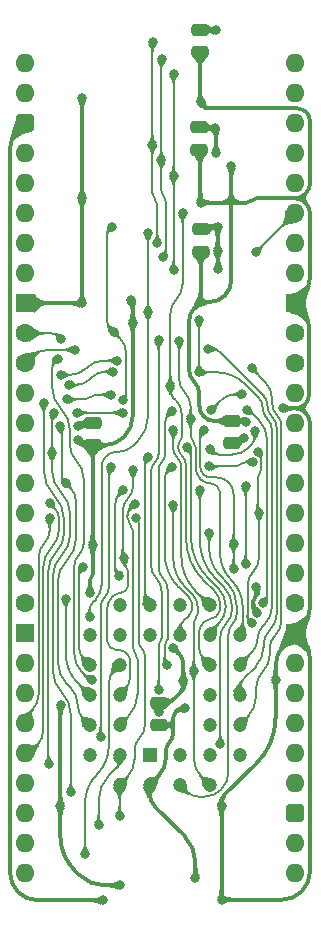
<source format=gbl>
%TF.GenerationSoftware,KiCad,Pcbnew,8.0.7*%
%TF.CreationDate,2025-03-12T20:02:53+02:00*%
%TF.ProjectId,HCP65 MPU Memory,48435036-3520-44d5-9055-204d656d6f72,V1*%
%TF.SameCoordinates,Original*%
%TF.FileFunction,Copper,L2,Bot*%
%TF.FilePolarity,Positive*%
%FSLAX46Y46*%
G04 Gerber Fmt 4.6, Leading zero omitted, Abs format (unit mm)*
G04 Created by KiCad (PCBNEW 8.0.7) date 2025-03-12 20:02:53*
%MOMM*%
%LPD*%
G01*
G04 APERTURE LIST*
G04 Aperture macros list*
%AMRoundRect*
0 Rectangle with rounded corners*
0 $1 Rounding radius*
0 $2 $3 $4 $5 $6 $7 $8 $9 X,Y pos of 4 corners*
0 Add a 4 corners polygon primitive as box body*
4,1,4,$2,$3,$4,$5,$6,$7,$8,$9,$2,$3,0*
0 Add four circle primitives for the rounded corners*
1,1,$1+$1,$2,$3*
1,1,$1+$1,$4,$5*
1,1,$1+$1,$6,$7*
1,1,$1+$1,$8,$9*
0 Add four rect primitives between the rounded corners*
20,1,$1+$1,$2,$3,$4,$5,0*
20,1,$1+$1,$4,$5,$6,$7,0*
20,1,$1+$1,$6,$7,$8,$9,0*
20,1,$1+$1,$8,$9,$2,$3,0*%
G04 Aperture macros list end*
%TA.AperFunction,SMDPad,CuDef*%
%ADD10RoundRect,0.250000X-0.475000X0.250000X-0.475000X-0.250000X0.475000X-0.250000X0.475000X0.250000X0*%
%TD*%
%TA.AperFunction,ComponentPad*%
%ADD11R,1.200000X1.200000*%
%TD*%
%TA.AperFunction,ComponentPad*%
%ADD12C,1.200000*%
%TD*%
%TA.AperFunction,ComponentPad*%
%ADD13O,1.600000X1.600000*%
%TD*%
%TA.AperFunction,ComponentPad*%
%ADD14R,1.600000X1.600000*%
%TD*%
%TA.AperFunction,ComponentPad*%
%ADD15C,1.600000*%
%TD*%
%TA.AperFunction,ComponentPad*%
%ADD16RoundRect,0.400000X-0.400000X-0.400000X0.400000X-0.400000X0.400000X0.400000X-0.400000X0.400000X0*%
%TD*%
%TA.AperFunction,SMDPad,CuDef*%
%ADD17RoundRect,0.250000X0.475000X-0.250000X0.475000X0.250000X-0.475000X0.250000X-0.475000X-0.250000X0*%
%TD*%
%TA.AperFunction,ViaPad*%
%ADD18C,0.800000*%
%TD*%
%TA.AperFunction,Conductor*%
%ADD19C,0.380000*%
%TD*%
%TA.AperFunction,Conductor*%
%ADD20C,0.200000*%
%TD*%
G04 APERTURE END LIST*
D10*
%TO.P,C1,1*%
%TO.N,/3.3V*%
X14825000Y2835000D03*
%TO.P,C1,2*%
%TO.N,GND*%
X14825000Y935000D03*
%TD*%
D11*
%TO.P,IC46,1,A18*%
%TO.N,A18*%
X10541000Y-58547000D03*
D12*
%TO.P,IC46,2,A16*%
%TO.N,A16*%
X13081000Y-61087000D03*
%TO.P,IC46,3,A15*%
%TO.N,A15*%
X13081000Y-58547000D03*
%TO.P,IC46,4,A12*%
%TO.N,A12*%
X15621000Y-61087000D03*
%TO.P,IC46,5,A7*%
%TO.N,A7*%
X18161000Y-58547000D03*
%TO.P,IC46,6,A6*%
%TO.N,A6*%
X15621000Y-58547000D03*
%TO.P,IC46,7,A5*%
%TO.N,A5*%
X18161000Y-56007000D03*
%TO.P,IC46,8,A4*%
%TO.N,A4*%
X15621000Y-56007000D03*
%TO.P,IC46,9,A3*%
%TO.N,A3*%
X18161000Y-53467000D03*
%TO.P,IC46,10,A2*%
%TO.N,A2*%
X15621000Y-53467000D03*
%TO.P,IC46,11,A1*%
%TO.N,A1*%
X18161000Y-50927000D03*
%TO.P,IC46,12,A0*%
%TO.N,A0*%
X15621000Y-50927000D03*
%TO.P,IC46,13,DQ0*%
%TO.N,D0*%
X18161000Y-48387000D03*
%TO.P,IC46,14,DQ1*%
%TO.N,D1*%
X15621000Y-45847000D03*
%TO.P,IC46,15,DQ2*%
%TO.N,D2*%
X15621000Y-48387000D03*
%TO.P,IC46,16,GND*%
%TO.N,GND*%
X13081000Y-45847000D03*
%TO.P,IC46,17,DQ3*%
%TO.N,D3*%
X13081000Y-48387000D03*
%TO.P,IC46,18,DQ4*%
%TO.N,D4*%
X10541000Y-45847000D03*
%TO.P,IC46,19,DQ5*%
%TO.N,D5*%
X10541000Y-48387000D03*
%TO.P,IC46,20,DQ6*%
%TO.N,D6*%
X8001000Y-45847000D03*
%TO.P,IC46,21,DQ7*%
%TO.N,D7*%
X5461000Y-48387000D03*
%TO.P,IC46,22,~{CE}*%
%TO.N,~{ROM_{CS}}*%
X8001000Y-48387000D03*
%TO.P,IC46,23,A10*%
%TO.N,A10*%
X5461000Y-50927000D03*
%TO.P,IC46,24,~{OE}*%
%TO.N,~{RD}*%
X8001000Y-50927000D03*
%TO.P,IC46,25,A11*%
%TO.N,A11*%
X5461000Y-53467000D03*
%TO.P,IC46,26,A9*%
%TO.N,A9*%
X8001000Y-53467000D03*
%TO.P,IC46,27,A8*%
%TO.N,A8*%
X5461000Y-56007000D03*
%TO.P,IC46,28,A13*%
%TO.N,A13*%
X8001000Y-56007000D03*
%TO.P,IC46,29,A14*%
%TO.N,A14*%
X5461000Y-58547000D03*
%TO.P,IC46,30,A17*%
%TO.N,A17*%
X8001000Y-61087000D03*
%TO.P,IC46,31,~{WE}*%
%TO.N,~{WD}*%
X8001000Y-58547000D03*
%TO.P,IC46,32,3V*%
%TO.N,/3.3V*%
X10541000Y-61087000D03*
%TD*%
D13*
%TO.P,J8,56,Pin_56*%
%TO.N,unconnected-(J8-Pin_56-Pad56)*%
X22860000Y0D03*
%TO.P,J8,55,Pin_55*%
%TO.N,unconnected-(J8-Pin_55-Pad55)*%
X22860000Y-2540000D03*
%TO.P,J8,54,Pin_54*%
%TO.N,~{Main}*%
X22860000Y-5080000D03*
%TO.P,J8,53,Pin_53*%
%TO.N,~{Special}*%
X22860000Y-7620000D03*
%TO.P,J8,52,Pin_52*%
%TO.N,CH2_{OUT}*%
X22860000Y-10160000D03*
%TO.P,J8,51,Pin_51*%
%TO.N,CH1_{OUT}*%
X22860000Y-12700000D03*
%TO.P,J8,50,Pin_50*%
%TO.N,CH0_{OUT}*%
X22860000Y-15240000D03*
%TO.P,J8,49,Pin_49*%
%TO.N,~{ROM_{CS}}*%
X22860000Y-17780000D03*
D14*
%TO.P,J8,48,Pin_48*%
%TO.N,GND*%
X22860000Y-20320000D03*
D15*
%TO.P,J8,47,Pin_47*%
%TO.N,~{RAM_{CS}}*%
X22860000Y-22860000D03*
%TO.P,J8,46,Pin_46*%
%TO.N,D0*%
X22860000Y-25400000D03*
D13*
%TO.P,J8,45,Pin_45*%
%TO.N,D1*%
X22860000Y-27940000D03*
%TO.P,J8,44,Pin_44*%
%TO.N,D2*%
X22860000Y-30480000D03*
%TO.P,J8,43,Pin_43*%
%TO.N,D3*%
X22860000Y-33020000D03*
%TO.P,J8,42,Pin_42*%
%TO.N,D4*%
X22860000Y-35560000D03*
%TO.P,J8,41,Pin_41*%
%TO.N,D5*%
X22860000Y-38100000D03*
%TO.P,J8,40,Pin_40*%
%TO.N,D6*%
X22860000Y-40640000D03*
%TO.P,J8,39,Pin_39*%
%TO.N,D7*%
X22860000Y-43180000D03*
D15*
%TO.P,J8,38,Pin_38*%
%TO.N,unconnected-(J8-Pin_38-Pad38)*%
X22860000Y-45720000D03*
D14*
%TO.P,J8,37,Pin_37*%
%TO.N,GND*%
X22860000Y-48260000D03*
D13*
%TO.P,J8,36,Pin_36*%
%TO.N,unconnected-(J8-Pin_36-Pad36)*%
X22860000Y-50800000D03*
%TO.P,J8,35,Pin_35*%
%TO.N,unconnected-(J8-Pin_35-Pad35)*%
X22860000Y-53340000D03*
%TO.P,J8,34,Pin_34*%
%TO.N,unconnected-(J8-Pin_34-Pad34)*%
X22860000Y-55880000D03*
%TO.P,J8,33,Pin_33*%
%TO.N,A18*%
X22860000Y-58420000D03*
%TO.P,J8,32,Pin_32*%
%TO.N,unconnected-(J8-Pin_32-Pad32)*%
X22860000Y-60960000D03*
D16*
%TO.P,J8,31,Pin_31*%
%TO.N,5V*%
X22860000Y-63500000D03*
D13*
%TO.P,J8,30,Pin_30*%
%TO.N,unconnected-(J8-Pin_30-Pad30)*%
X22860000Y-66040000D03*
%TO.P,J8,29,Pin_29*%
%TO.N,unconnected-(J8-Pin_29-Pad29)*%
X22860000Y-68580000D03*
%TO.P,J8,28,Pin_28*%
%TO.N,~{RD}*%
X0Y-68580000D03*
%TO.P,J8,27,Pin_27*%
%TO.N,~{WD}*%
X0Y-66040000D03*
%TO.P,J8,26,Pin_26*%
%TO.N,A17*%
X0Y-63500000D03*
%TO.P,J8,25,Pin_25*%
%TO.N,A16*%
X0Y-60960000D03*
%TO.P,J8,24,Pin_24*%
%TO.N,A15*%
X0Y-58420000D03*
%TO.P,J8,23,Pin_23*%
%TO.N,A14*%
X0Y-55880000D03*
%TO.P,J8,22,Pin_22*%
%TO.N,A13*%
X0Y-53340000D03*
%TO.P,J8,21,Pin_21*%
%TO.N,A12*%
X0Y-50800000D03*
D14*
%TO.P,J8,20,Pin_20*%
%TO.N,GND*%
X0Y-48260000D03*
D15*
%TO.P,J8,19,Pin_19*%
%TO.N,A11*%
X0Y-45720000D03*
D13*
%TO.P,J8,18,Pin_18*%
%TO.N,unconnected-(J8-Pin_18-Pad18)*%
X0Y-43180000D03*
%TO.P,J8,17,Pin_17*%
%TO.N,A10*%
X0Y-40640000D03*
%TO.P,J8,16,Pin_16*%
%TO.N,A9*%
X0Y-38100000D03*
%TO.P,J8,15,Pin_15*%
%TO.N,A8*%
X0Y-35560000D03*
%TO.P,J8,14,Pin_14*%
%TO.N,A7*%
X0Y-33020000D03*
%TO.P,J8,13,Pin_13*%
%TO.N,A6*%
X0Y-30480000D03*
%TO.P,J8,12,Pin_12*%
%TO.N,A5*%
X0Y-27940000D03*
D15*
%TO.P,J8,11,Pin_11*%
%TO.N,A4*%
X0Y-25400000D03*
%TO.P,J8,10,Pin_10*%
%TO.N,A3*%
X0Y-22860000D03*
D14*
%TO.P,J8,9,Pin_9*%
%TO.N,GND*%
X0Y-20320000D03*
D13*
%TO.P,J8,8,Pin_8*%
%TO.N,A2*%
X0Y-17780000D03*
%TO.P,J8,7,Pin_7*%
%TO.N,A1*%
X0Y-15240000D03*
%TO.P,J8,6,Pin_6*%
%TO.N,A0*%
X0Y-12700000D03*
%TO.P,J8,5,Pin_5*%
%TO.N,unconnected-(J8-Pin_5-Pad5)*%
X0Y-10160000D03*
%TO.P,J8,4,Pin_4*%
%TO.N,unconnected-(J8-Pin_4-Pad4)*%
X0Y-7620000D03*
D16*
%TO.P,J8,3,Pin_3*%
%TO.N,5V*%
X0Y-5080000D03*
D13*
%TO.P,J8,2,Pin_2*%
%TO.N,unconnected-(J8-Pin_2-Pad2)*%
X0Y-2540000D03*
%TO.P,J8,1,Pin_1*%
%TO.N,~{Address Valid}*%
X0Y0D03*
%TD*%
D10*
%TO.P,C54,1*%
%TO.N,/3.3V*%
X5715000Y-30435000D03*
%TO.P,C54,2*%
%TO.N,GND*%
X5715000Y-32335000D03*
%TD*%
D17*
%TO.P,C52,1*%
%TO.N,/3.3V*%
X11303000Y-56052000D03*
%TO.P,C52,2*%
%TO.N,GND*%
X11303000Y-54152000D03*
%TD*%
%TO.P,C51,1*%
%TO.N,/3.3V*%
X17526000Y-32176000D03*
%TO.P,C51,2*%
%TO.N,GND*%
X17526000Y-30276000D03*
%TD*%
D10*
%TO.P,C55,1*%
%TO.N,/3.3V*%
X14859000Y-14052018D03*
%TO.P,C55,2*%
%TO.N,GND*%
X14859000Y-15952018D03*
%TD*%
%TO.P,C53,1*%
%TO.N,/3.3V*%
X14715000Y-5416000D03*
%TO.P,C53,2*%
%TO.N,GND*%
X14715000Y-7316000D03*
%TD*%
D18*
%TO.N,/3.3V*%
X16129002Y2794000D03*
%TO.N,CH2_{OUT}*%
X12573000Y-889000D03*
%TO.N,CH1_{OUT}*%
X11557000Y381000D03*
%TO.N,CH0_{OUT}*%
X10795000Y1778000D03*
%TO.N,GND*%
X14859000Y-3302000D03*
X4826000Y-2921000D03*
X9000000Y-20066012D03*
%TO.N,/3.3V*%
X14432000Y-68961000D03*
X16305000Y-13843000D03*
X18515525Y-31723525D03*
X13572492Y-54593496D03*
X16167000Y-7629321D03*
X16305000Y-15889018D03*
X16344279Y-17375000D03*
X16112000Y-5484000D03*
X4512314Y-30731022D03*
%TO.N,5V*%
X6604000Y-70866000D03*
%TO.N,GND*%
X2986006Y-62865000D03*
X3012603Y-54356995D03*
X5498233Y-44875388D03*
X4513000Y-31877000D03*
X17459993Y-8734000D03*
X4826001Y-20320001D03*
X12562719Y-49478593D03*
X14837854Y-20217000D03*
X4826000Y-11430000D03*
X11303000Y-54952000D03*
X19596800Y-44323004D03*
X16637000Y-70816000D03*
X8001000Y-69596000D03*
X19626483Y-46505284D03*
X14859000Y-11811000D03*
X21843999Y-29209999D03*
X13410856Y-52324007D03*
X5727000Y-40767000D03*
X9122378Y-21949378D03*
X16637000Y-62914000D03*
X21209000Y-52197000D03*
X18722475Y-30334296D03*
%TO.N,A4*%
X11303000Y-53052000D03*
X11303000Y-23438002D03*
X4191000Y-24257000D03*
%TO.N,A3*%
X3048000Y-23368000D03*
X15494000Y-24186855D03*
%TO.N,A2*%
X5651000Y-52197000D03*
X2762513Y-25023331D03*
%TO.N,A1*%
X14732000Y-21717000D03*
X14732000Y-26150000D03*
%TO.N,A0*%
X13335000Y-12700018D03*
X12302002Y-27305000D03*
%TO.N,~{RAM_{CS}}*%
X7369996Y-13839022D03*
X7493000Y-22721000D03*
X8254998Y-28528998D03*
%TO.N,D0*%
X13052000Y-23483000D03*
X14019000Y-30099000D03*
%TO.N,D1*%
X12548000Y-31079000D03*
X15770571Y-29364429D03*
X18405003Y-28037486D03*
%TO.N,D2*%
X19456400Y-31131694D03*
X13690697Y-32512000D03*
X15643621Y-32662408D03*
%TO.N,D3*%
X12446000Y-34163000D03*
X15571248Y-34132467D03*
X19261911Y-33757191D03*
%TO.N,~{WD}*%
X6401000Y-57023000D03*
X6223000Y-64454000D03*
X7239000Y-34169000D03*
%TO.N,A18*%
X14789932Y-36155740D03*
X16521000Y-57642889D03*
%TO.N,A17*%
X8001000Y-63704000D03*
X9409998Y-38481000D03*
%TO.N,A16*%
X15595598Y-39725600D03*
%TO.N,A15*%
X2105248Y-37264752D03*
%TO.N,A14*%
X2082800Y-38506400D03*
%TO.N,A13*%
X9271000Y-37338000D03*
%TO.N,A12*%
X12540696Y-37400000D03*
X14277783Y-51435000D03*
%TO.N,A11*%
X8319926Y-36130072D03*
X7989000Y-43391769D03*
X3461002Y-45339000D03*
%TO.N,A10*%
X18669002Y-35814000D03*
X18669002Y-42418000D03*
X4887000Y-42672000D03*
%TO.N,A9*%
X9144000Y-34417000D03*
X8389000Y-41910000D03*
%TO.N,D4*%
X10405000Y-33318170D03*
%TO.N,D5*%
X19733782Y-32875522D03*
X19190400Y-47407172D03*
X19812000Y-38100000D03*
%TO.N,D6*%
X17653000Y-42799000D03*
X15145492Y-31044519D03*
X17653000Y-40669002D03*
%TO.N,D7*%
X18796000Y-29337000D03*
X20176800Y-45664123D03*
%TO.N,~{RD}*%
X12446000Y-29464000D03*
X12003000Y-50980000D03*
X5079999Y-66929001D03*
%TO.N,A8*%
X3429000Y-35560006D03*
X2983000Y-30734000D03*
X8255011Y-29579000D03*
X4432986Y-29579000D03*
%TO.N,A7*%
X7294466Y-28053750D03*
X3556000Y-28451000D03*
X2413000Y-29591000D03*
X2289361Y-33020000D03*
X3879001Y-61710000D03*
%TO.N,A6*%
X3750985Y-27208297D03*
X1589361Y-28721955D03*
X2032000Y-59309000D03*
X7455314Y-26107724D03*
%TO.N,A5*%
X19177000Y-25781000D03*
X7807302Y-25171860D03*
X3052900Y-26374380D03*
%TO.N,~{ROM_{CS}}*%
X10414000Y-21082000D03*
X10414000Y-14371864D03*
X5461000Y-46863000D03*
%TO.N,CH0_{OUT}*%
X10778000Y-6884000D03*
X11188000Y-15240018D03*
%TO.N,CH1_{OUT}*%
X11528000Y-8184000D03*
X11698012Y-16439020D03*
X19558000Y-16001990D03*
%TO.N,CH2_{OUT}*%
X12573000Y-17526000D03*
X12573000Y-9525004D03*
%TD*%
D19*
%TO.N,GND*%
X5727000Y-43260237D02*
G75*
G02*
X5612592Y-43536359I-390500J37D01*
G01*
X24050000Y-28045753D02*
G75*
G02*
X23708984Y-28868984I-1164300J53D01*
G01*
X14859000Y-20180901D02*
G75*
G02*
X14848427Y-20206427I-36100J1D01*
G01*
X5612616Y-43536383D02*
G75*
G03*
X5498264Y-43812529I276184J-276117D01*
G01*
X19466800Y-45234400D02*
G75*
G03*
X19336820Y-45548247I313800J-313800D01*
G01*
X23495000Y-48895000D02*
G75*
G03*
X22225000Y-48895000I-635000J-635000D01*
G01*
X23495000Y-47625000D02*
G75*
G03*
X23495000Y-48895000I635000J-635000D01*
G01*
X12986787Y-49902661D02*
G75*
G02*
X13410890Y-50926453I-1023787J-1023839D01*
G01*
X2999301Y-54370296D02*
G75*
G03*
X2986002Y-54402409I32099J-32104D01*
G01*
X2986006Y-65370920D02*
G75*
G03*
X4223503Y-68358503I4225071J-4D01*
G01*
X23428739Y-70114739D02*
G75*
G02*
X21735746Y-70816019I-1693039J1693039D01*
G01*
X14842000Y-11781979D02*
G75*
G03*
X14850494Y-11802506I29000J-21D01*
G01*
X14331300Y-26982300D02*
G75*
G02*
X14770615Y-28042865I-1060600J-1060600D01*
G01*
X9061189Y-20127201D02*
G75*
G02*
X9122371Y-20274924I-147689J-147699D01*
G01*
X23749000Y-29591000D02*
G75*
G02*
X24129994Y-30510815I-919800J-919800D01*
G01*
X24130000Y-46091974D02*
G75*
G02*
X23495001Y-47625001I-2168040J4D01*
G01*
X16896805Y-19679193D02*
G75*
G02*
X15598427Y-20217013I-1298405J1298393D01*
G01*
X23749000Y-11811000D02*
G75*
G02*
X24129994Y-12730815I-919800J-919800D01*
G01*
X19336800Y-46010764D02*
G75*
G03*
X19481627Y-46360456I494500J-36D01*
G01*
X13892000Y-25921735D02*
G75*
G03*
X14331297Y-26982303I1499870J-5D01*
G01*
X9122378Y-29855635D02*
G75*
G02*
X8396187Y-31608809I-2479368J5D01*
G01*
X19596800Y-44920552D02*
G75*
G02*
X19466835Y-45234435I-443900J-48D01*
G01*
X19164300Y-11620500D02*
G75*
G02*
X18704392Y-11810997I-459900J459900D01*
G01*
X15132401Y-29914199D02*
G75*
G03*
X16005865Y-30276014I873499J873499D01*
G01*
X4562974Y-68697974D02*
G75*
G03*
X6731000Y-69596000I2168026J2168024D01*
G01*
X16878830Y-61988169D02*
G75*
G03*
X16637011Y-62572000I583870J-583831D01*
G01*
X23455000Y-20915000D02*
G75*
G02*
X24050018Y-22351457I-1436500J-1436500D01*
G01*
X18693327Y-30305148D02*
G75*
G03*
X18622957Y-30276025I-70327J-70352D01*
G01*
X21209000Y-55404036D02*
G75*
G02*
X19615206Y-59251791I-5441560J6D01*
G01*
X13410856Y-52667075D02*
G75*
G02*
X13168285Y-53252745I-828256J-25D01*
G01*
X24130000Y-68421746D02*
G75*
G02*
X23428737Y-70114737I-2394260J6D01*
G01*
X23812500Y-4127500D02*
G75*
G02*
X24129995Y-4894012I-766500J-766500D01*
G01*
X4513000Y-31911000D02*
G75*
G03*
X4537038Y-31969044I82100J0D01*
G01*
X19624207Y-11430000D02*
G75*
G03*
X19164298Y-11620498I-7J-650400D01*
G01*
X8361196Y-31643803D02*
G75*
G02*
X6692500Y-32334997I-1668696J1668703D01*
G01*
X4708000Y-32140000D02*
G75*
G03*
X5178771Y-32335012I470800J470800D01*
G01*
X23495000Y-48895000D02*
G75*
G02*
X24129989Y-50428025I-1533000J-1533000D01*
G01*
X15113000Y-3556000D02*
G75*
G03*
X15726210Y-3809996I613200J613200D01*
G01*
X22885753Y-29210000D02*
G75*
G03*
X23708984Y-28868984I-53J1164300D01*
G01*
X23709000Y-29551000D02*
G75*
G03*
X22885753Y-29210019I-823200J-823200D01*
G01*
X23709000Y-28869000D02*
G75*
G03*
X23709000Y-29551000I341000J-341000D01*
G01*
X5715000Y-40746514D02*
G75*
G03*
X5721004Y-40760996I20500J14D01*
G01*
X22829184Y-11430000D02*
G75*
G03*
X23749005Y-11049005I16J1300800D01*
G01*
X23749000Y-11811000D02*
G75*
G03*
X22829184Y-11430006I-919800J-919800D01*
G01*
X23749000Y-11049000D02*
G75*
G03*
X23749000Y-11811000I381000J-381000D01*
G01*
X24130000Y-18151974D02*
G75*
G02*
X23495001Y-19685001I-2168040J4D01*
G01*
X11703000Y-54152000D02*
G75*
G03*
X11303000Y-54552000I0J-400000D01*
G01*
X24130000Y-10129184D02*
G75*
G02*
X23749005Y-11049005I-1300800J-16D01*
G01*
X23812500Y-4127500D02*
G75*
G03*
X23045987Y-3810005I-766500J-766500D01*
G01*
X14364927Y-20689927D02*
G75*
G03*
X13891989Y-21831673I1141773J-1141773D01*
G01*
X22017223Y-49102776D02*
G75*
G03*
X21208986Y-51054000I1951177J-1951224D01*
G01*
X12610532Y-53810467D02*
G75*
G02*
X11786000Y-54151989I-824532J824567D01*
G01*
X14770601Y-29040735D02*
G75*
G03*
X15132400Y-29914200I1235259J-5D01*
G01*
X14825000Y-3243958D02*
G75*
G03*
X14841988Y-3285012I58000J-42D01*
G01*
X16703089Y-11811000D02*
G75*
G03*
X17460000Y-11054096I11J756900D01*
G01*
X17459993Y-11054096D02*
G75*
G03*
X18216896Y-11811007I756907J-4D01*
G01*
X17476993Y-18308466D02*
G75*
G02*
X16917995Y-19658002I-1908543J6D01*
G01*
X22224999Y-48894999D02*
X23495000Y-47625000D01*
X18216896Y-11811000D02*
X16703089Y-11811000D01*
%TO.N,5V*%
X-584199Y-70180200D02*
G75*
G03*
X1071467Y-70866000I1655666J1655664D01*
G01*
X-635000Y-5715000D02*
G75*
G03*
X-1270002Y-7248025I1533030J-1533030D01*
G01*
X-1270000Y-68524532D02*
G75*
G03*
X-584199Y-70180200I2341470J2D01*
G01*
%TO.N,/3.3V*%
X10541000Y-61785500D02*
G75*
G03*
X11034920Y-62977908I1686300J0D01*
G01*
X11938000Y-58737500D02*
G75*
G02*
X11264473Y-60363512I-2299500J0D01*
G01*
X12528000Y-56777806D02*
G75*
G02*
X12232998Y-57489998I-1007200J6D01*
G01*
X5017655Y-30435000D02*
G75*
G03*
X4660356Y-30583042I45J-505300D01*
G01*
X12083500Y-56052000D02*
G75*
G03*
X12528000Y-55607500I0J444500D01*
G01*
X12528000Y-56496500D02*
G75*
G03*
X12083500Y-56052000I-444500J0D01*
G01*
X13334998Y-54593496D02*
G75*
G03*
X12929563Y-54761422I2J-573404D01*
G01*
X16324639Y-15908657D02*
G75*
G02*
X16344292Y-15956071I-47439J-47443D01*
G01*
X12233000Y-57490000D02*
G75*
G03*
X11937997Y-58202193I712200J-712200D01*
G01*
X16139500Y-5511500D02*
G75*
G02*
X16167004Y-5577890I-66400J-66400D01*
G01*
X12812752Y-54878248D02*
G75*
G03*
X12527999Y-55565700I687448J-687452D01*
G01*
X16108502Y2814500D02*
G75*
G03*
X16059010Y2835005I-49502J-49500D01*
G01*
X13517710Y-65460710D02*
G75*
G02*
X14431994Y-67668000I-2207310J-2207290D01*
G01*
X12528000Y-55607500D02*
X12528000Y-56496500D01*
D20*
%TO.N,CH1_{OUT}*%
X11542500Y366500D02*
G75*
G03*
X11528003Y331493I35000J-35000D01*
G01*
X11723500Y-11234500D02*
G75*
G02*
X11919009Y-11706478I-472000J-472000D01*
G01*
X11528000Y-10762521D02*
G75*
G03*
X11723506Y-11234494I667500J21D01*
G01*
X11919000Y-16061769D02*
G75*
G02*
X11808531Y-16328551I-377300J-31D01*
G01*
X19558013Y-16001986D02*
X19558000Y-16001990D01*
%TO.N,CH0_{OUT}*%
X10786500Y1769500D02*
G75*
G03*
X10778009Y1748979I20500J-20500D01*
G01*
X10778000Y-10984086D02*
G75*
G03*
X10982996Y-11479004I699900J-14D01*
G01*
X10983000Y-11479000D02*
G75*
G02*
X11187994Y-11973913I-494900J-494900D01*
G01*
%TO.N,~{ROM_{CS}}*%
X7777815Y-32893000D02*
G75*
G03*
X6857995Y-33273995I-15J-1300800D01*
G01*
X6858000Y-33274000D02*
G75*
G03*
X6477006Y-34193815I919800J-919800D01*
G01*
X5795863Y-45580999D02*
G75*
G03*
X5461023Y-46389431I808437J-808401D01*
G01*
X6477000Y-44181442D02*
G75*
G02*
X5968999Y-45407862I-1734420J2D01*
G01*
X9129914Y-32399085D02*
G75*
G02*
X7937500Y-32893008I-1192414J1192385D01*
G01*
X10414000Y-29857764D02*
G75*
G02*
X9524999Y-32003999I-3035240J4D01*
G01*
%TO.N,A5*%
X20274463Y-26878463D02*
G75*
G02*
X20930999Y-28463483I-1585063J-1585037D01*
G01*
X6666450Y-25171860D02*
G75*
G03*
X5214880Y-25773120I0J-2052830D01*
G01*
X21321500Y-29782467D02*
G75*
G02*
X21711973Y-30725219I-942800J-942733D01*
G01*
X19558000Y-53622171D02*
G75*
G02*
X18859502Y-55308502I-2384840J1D01*
G01*
X20701000Y-50137336D02*
G75*
G02*
X20129500Y-51517060I-1951240J6D01*
G01*
X20129500Y-51517060D02*
G75*
G03*
X19557981Y-52896783I1379700J-1379740D01*
G01*
X20931000Y-28839715D02*
G75*
G03*
X21321519Y-29782448I1333200J15D01*
G01*
X21206500Y-48384500D02*
G75*
G03*
X20700994Y-49604886I1220400J-1220400D01*
G01*
X21712001Y-47164114D02*
G75*
G02*
X21206496Y-48384496I-1725901J14D01*
G01*
X5165417Y-25822582D02*
G75*
G02*
X3833260Y-26374378I-1332157J1332162D01*
G01*
%TO.N,A6*%
X6802795Y-26107724D02*
G75*
G03*
X5688887Y-26569136I5J-1575276D01*
G01*
X5508869Y-26749130D02*
G75*
G02*
X4400344Y-27208297I-1108529J1108530D01*
G01*
X2631501Y-41386699D02*
G75*
G03*
X1961000Y-43005426I1618729J-1618731D01*
G01*
X1589361Y-34477184D02*
G75*
G03*
X2445680Y-36544522I2923659J0D01*
G01*
X2445680Y-36544522D02*
G75*
G02*
X3301996Y-38611860I-2067350J-2067338D01*
G01*
X1961002Y-59187798D02*
G75*
G03*
X1996501Y-59273501I121198J-2D01*
G01*
X3302000Y-39767971D02*
G75*
G02*
X2631501Y-41386699I-2289240J5D01*
G01*
%TO.N,A7*%
X2283000Y-33009141D02*
G75*
G03*
X2286192Y-33016807I10900J41D01*
G01*
X3120001Y-53285001D02*
G75*
G02*
X3879001Y-55117388I-1832391J-1832389D01*
G01*
X3049680Y-36323680D02*
G75*
G02*
X3809998Y-38159254I-1835570J-1835570D01*
G01*
X5529625Y-28252375D02*
G75*
G02*
X5050101Y-28450986I-479525J479575D01*
G01*
X3085501Y-41694699D02*
G75*
G03*
X2360999Y-43443794I1749099J-1749101D01*
G01*
X3810000Y-39945603D02*
G75*
G02*
X3085500Y-41694698I-2473600J3D01*
G01*
X2361002Y-51452614D02*
G75*
G03*
X3120001Y-53285001I2591386J-1D01*
G01*
X6009148Y-28053750D02*
G75*
G03*
X5529601Y-28252351I-48J-678150D01*
G01*
X2348000Y-29656000D02*
G75*
G03*
X2283010Y-29812923I156900J-156900D01*
G01*
X2289361Y-34488106D02*
G75*
G03*
X3049679Y-36323681I2595889J-4D01*
G01*
%TO.N,A8*%
X3906184Y-52928184D02*
G75*
G02*
X4445000Y-54229000I-1300814J-1300816D01*
G01*
X3113000Y-35020560D02*
G75*
G03*
X3271001Y-35402005I539440J0D01*
G01*
X4445000Y-54272579D02*
G75*
G03*
X4953002Y-55498998I1734410J-1D01*
G01*
X3048000Y-30799000D02*
G75*
G02*
X3112990Y-30955923I-156900J-156900D01*
G01*
X4318000Y-40199436D02*
G75*
G02*
X3539500Y-42078898I-2657970J6D01*
G01*
X3539501Y-42078899D02*
G75*
G03*
X2761002Y-43958361I1879459J-1879461D01*
G01*
X3873500Y-36004506D02*
G75*
G02*
X4317997Y-37077623I-1073120J-1073114D01*
G01*
X2761002Y-50592235D02*
G75*
G03*
X3603000Y-52625002I2874758J-5D01*
G01*
%TO.N,~{RD}*%
X11938000Y-49048050D02*
G75*
G03*
X11810967Y-49354655I306600J-306650D01*
G01*
X7551000Y-51377000D02*
G75*
G03*
X7100998Y-52463396I1086400J-1086400D01*
G01*
X11575500Y-33783696D02*
G75*
G03*
X11302986Y-34441569I657900J-657904D01*
G01*
X12147000Y-29763000D02*
G75*
G03*
X11848021Y-30484849I721800J-721800D01*
G01*
X11848000Y-33125822D02*
G75*
G02*
X11575494Y-33783690I-930400J22D01*
G01*
X11811000Y-50652235D02*
G75*
G03*
X11907010Y-50883990I327800J35D01*
G01*
X12065000Y-48741444D02*
G75*
G02*
X11937977Y-49048026I-433600J44D01*
G01*
X7101000Y-57763936D02*
G75*
G02*
X6090497Y-60203498I-3450070J6D01*
G01*
X11303000Y-42687242D02*
G75*
G03*
X11684002Y-43607056I1300810J2D01*
G01*
X6090499Y-60203500D02*
G75*
G03*
X5080000Y-62643064I2439561J-2439560D01*
G01*
X11684000Y-43607058D02*
G75*
G02*
X12065023Y-44526873I-919800J-919842D01*
G01*
%TO.N,D7*%
X20512000Y-45091900D02*
G75*
G02*
X20344395Y-45496518I-572200J0D01*
G01*
X19029104Y-29397887D02*
G75*
G03*
X18882108Y-29336999I-147004J-147013D01*
G01*
X19740108Y-30108891D02*
G75*
G02*
X20511999Y-31972402I-1863508J-1863509D01*
G01*
%TO.N,D6*%
X14993094Y-31196916D02*
G75*
G03*
X14840718Y-31564836I367906J-367884D01*
G01*
X15092666Y-34803066D02*
G75*
G03*
X15700974Y-35055066I608334J608266D01*
G01*
X14840697Y-34194758D02*
G75*
G03*
X15092640Y-34803092I860303J-42D01*
G01*
X17235418Y-35472618D02*
G75*
G02*
X17653039Y-36480750I-1008118J-1008182D01*
G01*
X17235418Y-35472618D02*
G75*
G03*
X16227285Y-35055061I-1008118J-1008182D01*
G01*
%TO.N,D5*%
X19812000Y-41862500D02*
G75*
G02*
X19329400Y-43027600I-1647700J0D01*
G01*
X19837500Y-34772500D02*
G75*
G03*
X19684987Y-35140667I368200J-368200D01*
G01*
X19685000Y-37883197D02*
G75*
G03*
X19748499Y-38036501I216800J-3D01*
G01*
X19861891Y-33003631D02*
G75*
G02*
X19989988Y-33312913I-309291J-309269D01*
G01*
X19990000Y-34404332D02*
G75*
G02*
X19837491Y-34772491I-520700J32D01*
G01*
X19329400Y-43027600D02*
G75*
G03*
X18846800Y-44192699I1165100J-1165100D01*
G01*
X18846800Y-46820610D02*
G75*
G03*
X19018597Y-47235375I586600J10D01*
G01*
%TO.N,D4*%
X10160000Y-45292758D02*
G75*
G03*
X10282488Y-45588512I418200J-42D01*
G01*
X10282500Y-33440670D02*
G75*
G03*
X10159996Y-33736411I295700J-295730D01*
G01*
%TO.N,A9*%
X9144000Y-35788746D02*
G75*
G02*
X8701997Y-36855829I-1509090J6D01*
G01*
X6959600Y-48901910D02*
G75*
G03*
X7188203Y-49453797I780500J10D01*
G01*
X8389000Y-42201512D02*
G75*
G03*
X8564004Y-42623996I597500J12D01*
G01*
X8259998Y-41689779D02*
G75*
G03*
X8324493Y-41845505I220202J-21D01*
G01*
X8548498Y-44639101D02*
G75*
G02*
X8088587Y-44829596I-459898J459901D01*
G01*
X8616100Y-49967300D02*
G75*
G03*
X7928290Y-49682404I-687800J-687800D01*
G01*
X8901000Y-51930603D02*
G75*
G02*
X8450999Y-53016999I-1536400J3D01*
G01*
X7352601Y-45222604D02*
G75*
G03*
X6959598Y-46171395I948799J-948796D01*
G01*
X7188200Y-49453800D02*
G75*
G03*
X7740089Y-49682404I551900J551900D01*
G01*
X8739000Y-44179190D02*
G75*
G02*
X8548501Y-44639104I-650400J-10D01*
G01*
X8701999Y-36855831D02*
G75*
G03*
X8260014Y-37922915I1067101J-1067069D01*
G01*
X8616100Y-49967300D02*
G75*
G02*
X8900996Y-50655109I-687800J-687800D01*
G01*
X8051800Y-44829603D02*
G75*
G03*
X7529095Y-45046123I0J-739197D01*
G01*
X8564000Y-42624000D02*
G75*
G02*
X8739005Y-43046487I-422500J-422500D01*
G01*
%TO.N,A10*%
X4724000Y-42835000D02*
G75*
G03*
X4561007Y-43228516I393500J-393500D01*
G01*
X4561000Y-49390603D02*
G75*
G03*
X5011001Y-50476999I1536400J3D01*
G01*
%TO.N,A11*%
X7658000Y-42826716D02*
G75*
G03*
X7823498Y-43226271I565100J16D01*
G01*
X7988963Y-36461035D02*
G75*
G03*
X7658042Y-37260050I799037J-798965D01*
G01*
X3461002Y-50052789D02*
G75*
G03*
X4461001Y-52467001I3414208J-1D01*
G01*
%TO.N,A12*%
X14277783Y-58793985D02*
G75*
G03*
X14949383Y-60415399I2293017J-15D01*
G01*
X14454091Y-46967708D02*
G75*
G03*
X14277810Y-47393354I425609J-425592D01*
G01*
X14146274Y-44937960D02*
G75*
G02*
X14630372Y-46106743I-1168774J-1168740D01*
G01*
X14630400Y-46542062D02*
G75*
G02*
X14454120Y-46967737I-602000J-38D01*
G01*
X12540696Y-41854738D02*
G75*
G03*
X13585548Y-44377234I3567344J-2D01*
G01*
%TO.N,A13*%
X8899499Y-39031162D02*
G75*
G02*
X9139024Y-39609368I-578199J-578238D01*
G01*
X8957922Y-37651077D02*
G75*
G03*
X8660026Y-38370331I719278J-719223D01*
G01*
X8659998Y-38452955D02*
G75*
G03*
X8899496Y-39031165I817712J-5D01*
G01*
X9139000Y-49511056D02*
G75*
G03*
X9331999Y-49977001I658940J-4D01*
G01*
X9525000Y-53405369D02*
G75*
G02*
X8763002Y-55245002I-2601640J-1D01*
G01*
X9332000Y-49977000D02*
G75*
G02*
X9524953Y-50442943I-466000J-465900D01*
G01*
%TO.N,A14*%
X1160996Y-53390055D02*
G75*
G02*
X580498Y-54791502I-1981954J3D01*
G01*
X1621898Y-40669102D02*
G75*
G03*
X1161000Y-41781817I1112712J-1112708D01*
G01*
X2082800Y-39556386D02*
G75*
G02*
X1621897Y-40669101I-1573630J6D01*
G01*
%TO.N,A15*%
X2884700Y-39410104D02*
G75*
G02*
X2222851Y-41007949I-2259697J1D01*
G01*
X1561002Y-56376767D02*
G75*
G02*
X971001Y-57801156I-2014402J5D01*
G01*
X2222851Y-41007949D02*
G75*
G03*
X1560999Y-42605793I1597849J-1597851D01*
G01*
X2494974Y-37654478D02*
G75*
G02*
X2884699Y-38595359I-940884J-940882D01*
G01*
%TO.N,A16*%
X16613113Y-61491887D02*
G75*
G02*
X15137755Y-62102960I-1475313J1475387D01*
G01*
X17104271Y-43958957D02*
G75*
G02*
X17925997Y-45942786I-1983871J-1983843D01*
G01*
X17926000Y-46608656D02*
G75*
G02*
X17575111Y-47455771I-1198010J6D01*
G01*
X17575113Y-47455773D02*
G75*
G03*
X17224210Y-48302889I847087J-847127D01*
G01*
X13589000Y-61595000D02*
G75*
G03*
X14815420Y-62102992I1226400J1226400D01*
G01*
X17224226Y-60016529D02*
G75*
G02*
X16613111Y-61491885I-2086486J9D01*
G01*
X15595598Y-41087942D02*
G75*
G03*
X16558916Y-43413608I3288982J-8D01*
G01*
%TO.N,A17*%
X9715500Y-57086492D02*
G75*
G03*
X9271002Y-58159609I1073100J-1073108D01*
G01*
X9271000Y-58918974D02*
G75*
G02*
X8636001Y-60452001I-2168040J4D01*
G01*
X9610192Y-48887227D02*
G75*
G03*
X9885104Y-49550896I938608J27D01*
G01*
X9510095Y-38581097D02*
G75*
G02*
X9610214Y-38822752I-241695J-241703D01*
G01*
X10160000Y-56013374D02*
G75*
G02*
X9715498Y-57086490I-1517620J4D01*
G01*
X9885096Y-49550904D02*
G75*
G02*
X10160008Y-50214580I-663696J-663696D01*
G01*
%TO.N,A18*%
X14789932Y-40351811D02*
G75*
G03*
X16157967Y-43654537I4670758J1D01*
G01*
X17023500Y-47441700D02*
G75*
G03*
X16521018Y-48654842I1213100J-1213100D01*
G01*
X16848369Y-44344941D02*
G75*
G02*
X17526002Y-45980886I-1635969J-1635959D01*
G01*
X17526000Y-46228557D02*
G75*
G02*
X17023498Y-47441698I-1715650J7D01*
G01*
%TO.N,~{WD}*%
X7111999Y-60284527D02*
G75*
G03*
X6223000Y-62430763I2146231J-2146233D01*
G01*
X7175500Y-34232500D02*
G75*
G03*
X7112001Y-34385802I153300J-153300D01*
G01*
X8001000Y-58971264D02*
G75*
G02*
X7701000Y-59695527I-1024270J4D01*
G01*
X6756500Y-45186049D02*
G75*
G03*
X6400986Y-46044301I858200J-858251D01*
G01*
X7112000Y-44327796D02*
G75*
G02*
X6756512Y-45186061I-1213800J-4D01*
G01*
%TO.N,D3*%
X12138000Y-34471000D02*
G75*
G03*
X11829991Y-35214577I743600J-743600D01*
G01*
X14173200Y-45988422D02*
G75*
G02*
X13849430Y-46770000I-1105300J22D01*
G01*
X13849451Y-45206823D02*
G75*
G02*
X14173198Y-45988422I-781551J-781577D01*
G01*
X18252762Y-33944829D02*
G75*
G02*
X17799763Y-34132432I-452962J453029D01*
G01*
X13380999Y-47238472D02*
G75*
G03*
X13081035Y-47962736I724301J-724228D01*
G01*
X11830000Y-41530479D02*
G75*
G03*
X13001602Y-44358970I4000080J-1D01*
G01*
X18705760Y-33757191D02*
G75*
G03*
X18252788Y-33944855I40J-640609D01*
G01*
%TO.N,D2*%
X13865697Y-32687000D02*
G75*
G02*
X14040703Y-33109489I-422497J-422500D01*
G01*
X19456400Y-31567847D02*
G75*
G02*
X19147977Y-32312390I-1053000J47D01*
G01*
X16372472Y-44457986D02*
G75*
G02*
X16999030Y-45970557I-1512572J-1512614D01*
G01*
X14040698Y-40034376D02*
G75*
G03*
X15519848Y-43605364I5050132J-4D01*
G01*
X15873217Y-32892004D02*
G75*
G03*
X16427510Y-33121589I554283J554304D01*
G01*
X18897600Y-32562800D02*
G75*
G02*
X17548537Y-33121616I-1349100J1349100D01*
G01*
X16999000Y-45970557D02*
G75*
G02*
X16372472Y-47483127I-2139110J7D01*
G01*
%TO.N,D1*%
X12544348Y-31082651D02*
G75*
G03*
X12540684Y-31091467I8852J-8849D01*
G01*
X12540697Y-32540918D02*
G75*
G03*
X12890699Y-33385889I1195003J18D01*
G01*
X17751258Y-28037486D02*
G75*
G03*
X16635260Y-28499767I42J-1578314D01*
G01*
X13240696Y-41783566D02*
G75*
G03*
X14430846Y-44656850I4063434J-4D01*
G01*
X12890696Y-33385892D02*
G75*
G02*
X13240713Y-34230866I-844996J-845008D01*
G01*
%TO.N,D0*%
X14229848Y-32009848D02*
G75*
G02*
X14440705Y-32518881I-509048J-509052D01*
G01*
X14440697Y-34206540D02*
G75*
G03*
X14832547Y-35152543I1337843J0D01*
G01*
X16273596Y-35780796D02*
G75*
G03*
X15702867Y-35544408I-570696J-570704D01*
G01*
X17475200Y-43764200D02*
G75*
G02*
X18440400Y-46094398I-2330200J-2330200D01*
G01*
X14019000Y-31500815D02*
G75*
G03*
X14229852Y-32009844I719900J15D01*
G01*
X13535500Y-27886500D02*
G75*
G02*
X14019011Y-29053772I-1167300J-1167300D01*
G01*
X16510000Y-41434001D02*
G75*
G03*
X17475200Y-43764200I3295400J1D01*
G01*
X16273596Y-35780796D02*
G75*
G02*
X16509992Y-36351525I-570696J-570704D01*
G01*
X13052000Y-26719227D02*
G75*
G03*
X13535499Y-27886501I1650770J-3D01*
G01*
X14937024Y-35257024D02*
G75*
G03*
X15630793Y-35544411I693776J693724D01*
G01*
%TO.N,~{RAM_{CS}}*%
X8557302Y-28012932D02*
G75*
G02*
X8406141Y-28377837I-516102J32D01*
G01*
X7159749Y-14049269D02*
G75*
G03*
X6949529Y-14556850I507551J-507531D01*
G01*
X8025151Y-23253151D02*
G75*
G02*
X8557311Y-24537877I-1284751J-1284749D01*
G01*
X6949502Y-21793190D02*
G75*
G03*
X7221249Y-22449253I927798J-10D01*
G01*
%TO.N,A0*%
X13335000Y-18700560D02*
G75*
G02*
X12818501Y-19947499I-1763440J0D01*
G01*
X15697898Y-47040800D02*
G75*
G03*
X15263101Y-47220900I2J-614900D01*
G01*
X13640697Y-40255215D02*
G75*
G03*
X15080851Y-43732045I4916983J5D01*
G01*
X13104848Y-32037187D02*
G75*
G03*
X12940672Y-32433484I396252J-396313D01*
G01*
X16061310Y-44712510D02*
G75*
G02*
X16520994Y-45822298I-1109810J-1109790D01*
G01*
X15082100Y-47401900D02*
G75*
G03*
X14720989Y-48273672I871800J-871800D01*
G01*
X12818501Y-19947499D02*
G75*
G03*
X12302017Y-21194437I1246899J-1246901D01*
G01*
X13269000Y-31640890D02*
G75*
G02*
X13104864Y-32037203I-560500J-10D01*
G01*
X12785501Y-28533501D02*
G75*
G02*
X13269011Y-29700770I-1167301J-1167299D01*
G01*
X16132695Y-46860700D02*
G75*
G02*
X15697898Y-47040797I-434795J434800D01*
G01*
X12940697Y-32535773D02*
G75*
G03*
X13177162Y-33106702I807403J-27D01*
G01*
X14721000Y-49390603D02*
G75*
G03*
X15171001Y-50476999I1536400J3D01*
G01*
X13290697Y-33220207D02*
G75*
G02*
X13640703Y-34065181I-844997J-844993D01*
G01*
X16521000Y-46070475D02*
G75*
G02*
X16236806Y-46756606I-970300J-25D01*
G01*
X12302002Y-27677501D02*
G75*
G03*
X12565399Y-28313399I899298J1D01*
G01*
%TO.N,A1*%
X19685000Y-48746500D02*
G75*
G02*
X19220778Y-49867209I-1584900J0D01*
G01*
X20912000Y-45995379D02*
G75*
G02*
X20298506Y-47476506I-2094600J-21D01*
G01*
X19757191Y-28292241D02*
G75*
G02*
X20130992Y-29194695I-902491J-902459D01*
G01*
X18634226Y-27169276D02*
G75*
G03*
X16173475Y-26150009I-2460726J-2460724D01*
G01*
X20521500Y-30113840D02*
G75*
G02*
X20911992Y-31056590I-942800J-942760D01*
G01*
X20149215Y-47625784D02*
G75*
G03*
X19684990Y-48746500I1120685J-1120716D01*
G01*
X20131000Y-29194695D02*
G75*
G03*
X20504798Y-30097158I1276300J-5D01*
G01*
%TO.N,A2*%
X4161000Y-49982529D02*
G75*
G03*
X4809603Y-51548396I2214470J-1D01*
G01*
X3056450Y-29244500D02*
G75*
G02*
X3810000Y-31063730I-1819230J-1819230D01*
G01*
X4953000Y-40689571D02*
G75*
G02*
X4557002Y-41645602I-1352040J1D01*
G01*
X2532706Y-25253137D02*
G75*
G03*
X2302896Y-25807939I554794J-554803D01*
G01*
X4557000Y-41645600D02*
G75*
G03*
X4161012Y-42601628I956000J-956000D01*
G01*
X4381500Y-33718500D02*
G75*
G02*
X4953003Y-35098223I-1379730J-1379730D01*
G01*
X3810000Y-32338776D02*
G75*
G03*
X4381497Y-33718503I1951230J-4D01*
G01*
X5390044Y-52128837D02*
G75*
G03*
X5554603Y-52197004I164556J164537D01*
G01*
X2302900Y-27425269D02*
G75*
G03*
X3056450Y-29244500I2572780J-1D01*
G01*
%TO.N,A3*%
X20531000Y-29010169D02*
G75*
G03*
X20918121Y-29944787I1321700J-31D01*
G01*
X20752500Y-47930500D02*
G75*
G03*
X20192980Y-49281254I1350800J-1350800D01*
G01*
X20193000Y-49449359D02*
G75*
G02*
X19514633Y-51087087I-2316100J-1D01*
G01*
X2794000Y-23114000D02*
G75*
G03*
X2180789Y-22860004I-613200J-613200D01*
G01*
X20921500Y-29948152D02*
G75*
G02*
X21311984Y-30890904I-942800J-942748D01*
G01*
X20143871Y-28075557D02*
G75*
G02*
X20531034Y-29010169I-934571J-934643D01*
G01*
X18523845Y-52077871D02*
G75*
G03*
X18160960Y-52953858I875955J-876029D01*
G01*
X16524282Y-24455968D02*
G75*
G03*
X15874584Y-24186876I-649682J-649732D01*
G01*
X21312001Y-46579746D02*
G75*
G02*
X20752499Y-47930499I-1910261J6D01*
G01*
%TO.N,A4*%
X1951223Y-24257000D02*
G75*
G03*
X571499Y-24828499I-3J-1951220D01*
G01*
X11303000Y-33041497D02*
G75*
G02*
X10985499Y-33808009I-1084000J-3D01*
G01*
X10985500Y-33808010D02*
G75*
G03*
X10668012Y-34574522I766500J-766490D01*
G01*
X11557000Y-48683758D02*
G75*
G02*
X11430020Y-48990384I-433600J-42D01*
G01*
X11430000Y-48990364D02*
G75*
G03*
X11302977Y-49296969I306600J-306636D01*
G01*
X11112500Y-43601243D02*
G75*
G02*
X11557033Y-44674360I-1073100J-1073157D01*
G01*
X10668000Y-42528125D02*
G75*
G03*
X11112499Y-43601244I1517610J-5D01*
G01*
X10668000Y-34574522D02*
X10668000Y-42528125D01*
X11557000Y-48683758D02*
X11557000Y-44674360D01*
X11303000Y-23438002D02*
X11303000Y-33041497D01*
X11303000Y-53052000D02*
X11303000Y-49296969D01*
%TO.N,~{RD}*%
X11811000Y-49354655D02*
X11811000Y-50652235D01*
X12065000Y-48741444D02*
X12065000Y-44526873D01*
X11303000Y-34441569D02*
X11303000Y-42687242D01*
X11848000Y-30484849D02*
X11848000Y-33125822D01*
X12446000Y-29464000D02*
X12147000Y-29763000D01*
X11907000Y-50884000D02*
X12003000Y-50980000D01*
%TO.N,A13*%
X8957922Y-37651077D02*
X9271000Y-37338000D01*
X8659998Y-38370331D02*
X8659998Y-38452955D01*
X8763000Y-55245000D02*
X8001000Y-56007000D01*
X9525000Y-53405369D02*
X9525000Y-50442943D01*
X9139000Y-39609368D02*
X9139000Y-49511056D01*
%TO.N,A9*%
X9144000Y-35788746D02*
X9144000Y-34417000D01*
X8259998Y-41689779D02*
X8259998Y-37922915D01*
X8324499Y-41845499D02*
X8389000Y-41910000D01*
%TO.N,D4*%
X10405000Y-33318170D02*
X10282500Y-33440670D01*
X10160000Y-45292758D02*
X10160000Y-33736411D01*
%TO.N,A17*%
X9409998Y-38481000D02*
X9510095Y-38581097D01*
X9610192Y-48887227D02*
X9610192Y-38822752D01*
X10160000Y-56013374D02*
X10160000Y-50214580D01*
X9271000Y-58159609D02*
X9271000Y-58918974D01*
X8001000Y-61087000D02*
X8636000Y-60452000D01*
%TO.N,D3*%
X13849451Y-45206823D02*
X13001600Y-44358972D01*
X11830000Y-35214577D02*
X11830000Y-41530479D01*
X12138000Y-34471000D02*
X12446000Y-34163000D01*
X13849450Y-46770020D02*
X13380999Y-47238472D01*
%TO.N,A12*%
X14277783Y-51435000D02*
X14277783Y-47393354D01*
X14630400Y-46106743D02*
X14630400Y-46542062D01*
X14146274Y-44937960D02*
X13585548Y-44377234D01*
X12540696Y-37400000D02*
X12540696Y-41854738D01*
%TO.N,A9*%
X8389000Y-42201512D02*
X8389000Y-41910000D01*
X8739000Y-44179190D02*
X8739000Y-43046487D01*
%TO.N,A5*%
X21712001Y-30725219D02*
X21712001Y-47164114D01*
X20931000Y-28463483D02*
X20931000Y-28839715D01*
X20274463Y-26878463D02*
X19177000Y-25781000D01*
X20701000Y-50137336D02*
X20701000Y-49604886D01*
X19558000Y-53622171D02*
X19558000Y-52896783D01*
X18859500Y-55308500D02*
X18161000Y-56007000D01*
D19*
%TO.N,GND*%
X16878830Y-61988169D02*
X19615207Y-59251792D01*
X21209000Y-55404036D02*
X21209000Y-52197000D01*
X16637000Y-62914000D02*
X16637000Y-62572000D01*
X21209000Y-52197000D02*
X21209000Y-51054000D01*
X22224999Y-48894999D02*
X22017223Y-49102776D01*
%TO.N,/3.3V*%
X12083500Y-56052000D02*
X11303000Y-56052000D01*
X13334998Y-54593496D02*
X13572492Y-54593496D01*
X12929570Y-54761429D02*
X12812752Y-54878248D01*
X12528000Y-55607500D02*
X12528000Y-55565700D01*
X12528000Y-56777806D02*
X12528000Y-56496500D01*
X11938000Y-58737500D02*
X11938000Y-58202193D01*
X11264480Y-60363519D02*
X10541000Y-61087000D01*
X10541000Y-61785500D02*
X10541000Y-61087000D01*
X11034914Y-62977914D02*
X13517710Y-65460710D01*
X14432000Y-68961000D02*
X14432000Y-67668000D01*
%TO.N,GND*%
X11303000Y-54552000D02*
X11303000Y-54952000D01*
X13410856Y-52667075D02*
X13410856Y-52324007D01*
X13168269Y-53252729D02*
X12610532Y-53810467D01*
D20*
%TO.N,A1*%
X16173475Y-26150000D02*
X14732000Y-26150000D01*
X20521500Y-30113840D02*
X20504808Y-30097148D01*
X20912000Y-45995379D02*
X20912000Y-31056590D01*
X20298499Y-47476499D02*
X20149215Y-47625784D01*
X19220784Y-49867215D02*
X18161000Y-50927000D01*
X14732000Y-21717000D02*
X14732000Y-26150000D01*
X19757191Y-28292241D02*
X18634226Y-27169276D01*
%TO.N,D0*%
X13052000Y-23483000D02*
X13052000Y-26719227D01*
X14019000Y-29053772D02*
X14019000Y-30099000D01*
%TO.N,A0*%
X12302002Y-27305000D02*
X12302002Y-27677501D01*
X13269000Y-31640890D02*
X13269000Y-29700770D01*
X12940697Y-32433484D02*
X12940697Y-32535773D01*
X13177177Y-33106687D02*
X13290697Y-33220207D01*
X16521000Y-45822298D02*
X16521000Y-46070475D01*
X16132695Y-46860700D02*
X16236798Y-46756598D01*
X13640697Y-40255215D02*
X13640697Y-34065181D01*
X15080848Y-43732048D02*
X16061310Y-44712510D01*
X15263100Y-47220899D02*
X15082100Y-47401900D01*
X14721000Y-48273672D02*
X14721000Y-49390603D01*
X15171000Y-50477000D02*
X15621000Y-50927000D01*
X12785501Y-28533501D02*
X12565399Y-28313399D01*
X12302002Y-21194437D02*
X12302002Y-27305000D01*
X13335000Y-18700560D02*
X13335000Y-12700018D01*
%TO.N,~{RAM_{CS}}*%
X7493000Y-22721000D02*
X8025151Y-23253151D01*
X8557302Y-28012932D02*
X8557302Y-24537877D01*
X8406150Y-28377846D02*
X8254998Y-28528998D01*
X6949502Y-14556850D02*
X6949502Y-21793190D01*
X7369996Y-13839022D02*
X7159749Y-14049269D01*
X7493000Y-22721000D02*
X7221251Y-22449251D01*
D19*
%TO.N,GND*%
X14837854Y-20217000D02*
X14364927Y-20689927D01*
X13892000Y-25921735D02*
X13892000Y-21831673D01*
X14848427Y-20206427D02*
X14837854Y-20217000D01*
X14859000Y-20180901D02*
X14859000Y-15952018D01*
X17526000Y-30276000D02*
X16005865Y-30276000D01*
X17476993Y-18308466D02*
X17476993Y-10541000D01*
X14770601Y-28042865D02*
X14770601Y-29040735D01*
X15598427Y-20217000D02*
X14837854Y-20217000D01*
X16896805Y-19679193D02*
X16917996Y-19658003D01*
%TO.N,/3.3V*%
X16059010Y2835000D02*
X14825000Y2835000D01*
X16129002Y2794000D02*
X16108502Y2814500D01*
D20*
%TO.N,A3*%
X20918128Y-29944780D02*
X20921500Y-29948152D01*
X15494000Y-24186855D02*
X15874584Y-24186855D01*
X21312001Y-30890904D02*
X21312001Y-46579746D01*
X20193000Y-49281254D02*
X20193000Y-49449359D01*
X19514631Y-51087085D02*
X18523845Y-52077871D01*
X20143871Y-28075557D02*
X16524282Y-24455968D01*
X18161000Y-52953858D02*
X18161000Y-53467000D01*
D19*
%TO.N,GND*%
X14859000Y-3302000D02*
X15113000Y-3556000D01*
X15726210Y-3810000D02*
X23045987Y-3810000D01*
X24130000Y-4894012D02*
X24130000Y-10129184D01*
D20*
%TO.N,CH2_{OUT}*%
X12573000Y-9525004D02*
X12573000Y-889000D01*
X12573000Y-9525004D02*
X12573000Y-17526000D01*
%TO.N,CH1_{OUT}*%
X11542500Y366500D02*
X11557000Y381000D01*
X11528000Y331493D02*
X11528000Y-8184000D01*
X11528000Y-10762521D02*
X11528000Y-8184000D01*
X11919000Y-11706478D02*
X11919000Y-16061769D01*
X11698012Y-16439020D02*
X11808506Y-16328526D01*
%TO.N,CH0_{OUT}*%
X11188000Y-15240018D02*
X11188000Y-11973913D01*
X10778000Y-10984086D02*
X10778000Y-6884000D01*
X10786500Y1769500D02*
X10795000Y1778000D01*
X10778000Y1748979D02*
X10778000Y-6884000D01*
D19*
%TO.N,GND*%
X14859000Y-3302000D02*
X14842000Y-3285000D01*
X14825000Y-3243958D02*
X14825000Y935000D01*
X4826000Y-11430000D02*
X4826000Y-2921000D01*
X17459993Y-8734000D02*
X17459993Y-11054096D01*
X18704392Y-11811000D02*
X18216896Y-11811000D01*
X9122378Y-20274924D02*
X9122378Y-21949378D01*
X9061189Y-20127201D02*
X9000000Y-20066012D01*
X8396188Y-31608810D02*
X8361196Y-31643803D01*
X9122378Y-29855635D02*
X9122378Y-21949378D01*
X6692500Y-32335000D02*
X5715000Y-32335000D01*
D20*
%TO.N,~{WD}*%
X7111999Y-60284527D02*
X7701000Y-59695527D01*
X6223000Y-62430763D02*
X6223000Y-64454000D01*
%TO.N,~{RD}*%
X7551000Y-51377000D02*
X8001000Y-50927000D01*
X7101000Y-52463396D02*
X7101000Y-57763936D01*
X5079999Y-66929001D02*
X5079999Y-62643064D01*
%TO.N,CH1_{OUT}*%
X19558013Y-16001986D02*
X22860000Y-12700000D01*
D19*
%TO.N,/3.3V*%
X16344279Y-17375000D02*
X16344279Y-15956071D01*
X16305000Y-15889018D02*
X16324639Y-15908657D01*
X16305000Y-15889018D02*
X16305000Y-13843000D01*
%TO.N,GND*%
X14859000Y-11811000D02*
X16703089Y-11811000D01*
D20*
%TO.N,~{ROM_{CS}}*%
X10413998Y-21081998D02*
X10414000Y-21082000D01*
X10413998Y-21081998D02*
X10413998Y-14371866D01*
X9129914Y-32399085D02*
X9525000Y-32004000D01*
X7777815Y-32893000D02*
X7937500Y-32893000D01*
X6477000Y-34193815D02*
X6477000Y-44181442D01*
X5461000Y-46389431D02*
X5461000Y-46863000D01*
X5795863Y-45580999D02*
X5969000Y-45407863D01*
X10414000Y-21082000D02*
X10414000Y-29857764D01*
D19*
%TO.N,/3.3V*%
X4660325Y-30583011D02*
X4512314Y-30731022D01*
X5017655Y-30435000D02*
X5715000Y-30435000D01*
X16167000Y-7629321D02*
X16167000Y-5577890D01*
X16112000Y-5484000D02*
X14783000Y-5484000D01*
X16112000Y-5484000D02*
X16139500Y-5511500D01*
X18515525Y-31723525D02*
X18063050Y-32176000D01*
%TO.N,5V*%
X-1270000Y-7248025D02*
X-1270000Y-68524532D01*
X-635000Y-5715000D02*
X0Y-5080000D01*
X1071467Y-70866000D02*
X6604000Y-70866000D01*
%TO.N,GND*%
X19336800Y-45548247D02*
X19336800Y-46010764D01*
X17526000Y-30276000D02*
X18622957Y-30276000D01*
X4223503Y-68358503D02*
X4562974Y-68697974D01*
X21844000Y-29210000D02*
X22885753Y-29210000D01*
X21735746Y-70816000D02*
X16637000Y-70816000D01*
X13410856Y-50926453D02*
X13410856Y-52324007D01*
X24130000Y-68421746D02*
X24130000Y-50428025D01*
X5498233Y-43812529D02*
X5498233Y-44875388D01*
X5727000Y-43260237D02*
X5727000Y-40767000D01*
X12986787Y-49902661D02*
X12562719Y-49478593D01*
X4513000Y-31911000D02*
X4513000Y-31877000D01*
X4537041Y-31969041D02*
X4708000Y-32140000D01*
X18693327Y-30305148D02*
X18722475Y-30334296D01*
X23455000Y-19725000D02*
X23495000Y-19685000D01*
X24130000Y-30510815D02*
X24130000Y-46091974D01*
X4826001Y-11430001D02*
X4826001Y-20320001D01*
X19481641Y-46360442D02*
X19626483Y-46505284D01*
X14850500Y-11802500D02*
X14859000Y-11811000D01*
X2986000Y-62864994D02*
X2986006Y-62865000D01*
X19624207Y-11430000D02*
X22829184Y-11430000D01*
X2986000Y-54402409D02*
X2986000Y-62864994D01*
X6731000Y-69596000D02*
X8001000Y-69596000D01*
X24130000Y-12730815D02*
X24130000Y-18151974D01*
X19596800Y-44920552D02*
X19596800Y-44323004D01*
X24050000Y-28045753D02*
X24050000Y-22351457D01*
X2986006Y-65370920D02*
X2986006Y-62865000D01*
X2999301Y-54370296D02*
X3012603Y-54356995D01*
X21844000Y-29210000D02*
X21843999Y-29209999D01*
X4826000Y-20320000D02*
X4826001Y-20320001D01*
X16637000Y-62914000D02*
X16637000Y-70816000D01*
X23749000Y-29591000D02*
X23709000Y-29551000D01*
X14842000Y-11781979D02*
X14842000Y-7443000D01*
X4826000Y-20320000D02*
X0Y-20320000D01*
X4826000Y-11430000D02*
X4826001Y-11430001D01*
X5715000Y-40746514D02*
X5715000Y-32335000D01*
X5727000Y-40767000D02*
X5721000Y-40761000D01*
D20*
%TO.N,A4*%
X571500Y-24828500D02*
X0Y-25400000D01*
X1951223Y-24257000D02*
X4191000Y-24257000D01*
%TO.N,A3*%
X3048000Y-23368000D02*
X2794000Y-23114000D01*
X2180789Y-22860000D02*
X0Y-22860000D01*
%TO.N,A2*%
X4161000Y-49982529D02*
X4161000Y-42601628D01*
X4809603Y-51548396D02*
X5390044Y-52128837D01*
X2532706Y-25253137D02*
X2762513Y-25023331D01*
X4953000Y-40689571D02*
X4953000Y-35098223D01*
X2302900Y-25807939D02*
X2302900Y-27425269D01*
X3810000Y-31063730D02*
X3810000Y-32338776D01*
X5651000Y-52197000D02*
X5554603Y-52197000D01*
%TO.N,D0*%
X16510000Y-41434001D02*
X16510000Y-36351525D01*
X18440400Y-46094398D02*
X18440400Y-48107600D01*
X15702867Y-35544393D02*
X15630793Y-35544393D01*
X14019000Y-31500815D02*
X14019000Y-30099000D01*
X14832545Y-35152545D02*
X14937024Y-35257024D01*
X14440697Y-32518881D02*
X14440697Y-34206540D01*
%TO.N,D1*%
X12544348Y-31082651D02*
X12548000Y-31079000D01*
X18405003Y-28037486D02*
X17751258Y-28037486D01*
X16635246Y-28499753D02*
X15770571Y-29364429D01*
X12540697Y-31091467D02*
X12540697Y-32540918D01*
X14430848Y-44656848D02*
X15621000Y-45847000D01*
X13240696Y-41783566D02*
X13240696Y-34230866D01*
%TO.N,D2*%
X19456400Y-31567847D02*
X19456400Y-31131694D01*
X16427510Y-33121600D02*
X17548537Y-33121600D01*
X15643621Y-32662408D02*
X15873217Y-32892004D01*
X13865697Y-32687000D02*
X13690697Y-32512000D01*
X16372472Y-47483127D02*
X15621000Y-48234600D01*
X19147993Y-32312406D02*
X18897600Y-32562800D01*
X16372472Y-44457986D02*
X15519849Y-43605363D01*
X14040698Y-33109489D02*
X14040698Y-40034376D01*
%TO.N,D3*%
X19261911Y-33757191D02*
X18705760Y-33757191D01*
X17799763Y-34132467D02*
X15571248Y-34132467D01*
%TO.N,~{WD}*%
X7112000Y-34385802D02*
X7112000Y-44327796D01*
X7175500Y-34232500D02*
X7239000Y-34169000D01*
X6401000Y-46044301D02*
X6401000Y-57023000D01*
%TO.N,A18*%
X14789932Y-40351811D02*
X14789932Y-36155740D01*
X16157966Y-43654538D02*
X16848369Y-44344941D01*
X16521000Y-48654842D02*
X16521000Y-57642889D01*
X17526000Y-45980886D02*
X17526000Y-46228557D01*
%TO.N,A17*%
X8001000Y-61087000D02*
X8001000Y-63704000D01*
%TO.N,A16*%
X13589000Y-61595000D02*
X13081000Y-61087000D01*
X17104271Y-43958957D02*
X16558919Y-43413605D01*
X17926000Y-45942786D02*
X17926000Y-46608656D01*
X17224226Y-48302889D02*
X17224226Y-60016529D01*
X15137755Y-62103000D02*
X14815420Y-62103000D01*
X15595598Y-39725600D02*
X15595598Y-41087942D01*
%TO.N,A15*%
X971001Y-57801156D02*
X381000Y-58391157D01*
X2884700Y-39410104D02*
X2884700Y-38595359D01*
X2105248Y-37264752D02*
X2494974Y-37654478D01*
X1561002Y-56376767D02*
X1561002Y-42605793D01*
%TO.N,A14*%
X2082800Y-38506400D02*
X2082800Y-39556386D01*
X580498Y-54791502D02*
X0Y-55372000D01*
X1160996Y-53390055D02*
X1160996Y-41781817D01*
%TO.N,A12*%
X14277783Y-51435000D02*
X14277783Y-58793985D01*
X14949391Y-60415391D02*
X15621000Y-61087000D01*
%TO.N,A11*%
X7823500Y-43226269D02*
X7989000Y-43391769D01*
X3461002Y-45339000D02*
X3461002Y-50052789D01*
X8319926Y-36130072D02*
X7988963Y-36461035D01*
X4461001Y-52467001D02*
X5461000Y-53467000D01*
X7658000Y-42826716D02*
X7658000Y-37260050D01*
%TO.N,A10*%
X18669002Y-42418000D02*
X18669002Y-35814000D01*
X4561000Y-43228516D02*
X4561000Y-49390603D01*
X5011000Y-50477000D02*
X5461000Y-50927000D01*
X4724000Y-42835000D02*
X4887000Y-42672000D01*
%TO.N,A9*%
X8901000Y-51930603D02*
X8901000Y-50655109D01*
X8088587Y-44829603D02*
X8051800Y-44829603D01*
X8451000Y-53017000D02*
X8001000Y-53467000D01*
X6959600Y-48901910D02*
X6959600Y-46171395D01*
X7928290Y-49682400D02*
X7740089Y-49682400D01*
X7352601Y-45222604D02*
X7529089Y-45046117D01*
%TO.N,D5*%
X19990000Y-33312913D02*
X19990000Y-34404332D01*
X19190400Y-47407172D02*
X19018600Y-47235372D01*
X18846800Y-44192699D02*
X18846800Y-46820610D01*
X19812000Y-41862500D02*
X19812000Y-38100000D01*
X19685000Y-35140667D02*
X19685000Y-37883197D01*
X19861891Y-33003631D02*
X19733782Y-32875522D01*
X19812000Y-38100000D02*
X19748500Y-38036500D01*
%TO.N,D6*%
X14840697Y-31564836D02*
X14840697Y-34194758D01*
X15145492Y-31044519D02*
X14993094Y-31196916D01*
X17653000Y-36480750D02*
X17653000Y-40669002D01*
X15700974Y-35055036D02*
X16227285Y-35055036D01*
X17653000Y-42799000D02*
X17653000Y-40669002D01*
%TO.N,D7*%
X18796000Y-29337000D02*
X18882108Y-29337000D01*
X20512000Y-45091900D02*
X20512000Y-31972402D01*
X20344400Y-45496523D02*
X20176800Y-45664123D01*
X19029104Y-29397887D02*
X19740108Y-30108891D01*
%TO.N,A8*%
X3113000Y-35020560D02*
X3113000Y-30955923D01*
X4318000Y-40199436D02*
X4318000Y-37077623D01*
X3048000Y-30799000D02*
X2983000Y-30734000D01*
X4953000Y-55499000D02*
X5461000Y-56007000D01*
X2761002Y-43958361D02*
X2761002Y-50592235D01*
X3271000Y-35402006D02*
X3429000Y-35560006D01*
X3873500Y-36004506D02*
X3429000Y-35560006D01*
X3906184Y-52928184D02*
X3603001Y-52625001D01*
X4445000Y-54229000D02*
X4445000Y-54272579D01*
X8255011Y-29579000D02*
X4432986Y-29579000D01*
%TO.N,A7*%
X2283000Y-33009141D02*
X2283000Y-29812923D01*
X2413000Y-29591000D02*
X2348000Y-29656000D01*
X7294466Y-28053750D02*
X6009148Y-28053750D01*
X3879001Y-55117388D02*
X3879001Y-61710000D01*
X3556000Y-28451000D02*
X5050101Y-28451000D01*
X2361002Y-43443794D02*
X2361002Y-51452614D01*
X2289361Y-33020000D02*
X2289361Y-34488106D01*
X3810000Y-38159254D02*
X3810000Y-39945603D01*
X2286180Y-33016819D02*
X2289361Y-33020000D01*
%TO.N,A6*%
X2032000Y-59309000D02*
X1996501Y-59273501D01*
X3302000Y-38611860D02*
X3302000Y-39767971D01*
X4400344Y-27208297D02*
X3750985Y-27208297D01*
X6802795Y-26107724D02*
X7455314Y-26107724D01*
X1589361Y-28721955D02*
X1589361Y-34477184D01*
X1961002Y-43005426D02*
X1961002Y-59187798D01*
X5688875Y-26569124D02*
X5508869Y-26749130D01*
%TO.N,A5*%
X5214879Y-25773119D02*
X5165417Y-25822582D01*
X3052900Y-26374380D02*
X3833260Y-26374380D01*
X6666450Y-25171860D02*
X7807302Y-25171860D01*
%TO.N,~{ROM_{CS}}*%
X10413998Y-14371866D02*
X10414000Y-14371864D01*
D19*
%TO.N,/3.3V*%
X16305000Y-13843000D02*
X15068018Y-13843000D01*
%TD*%
%TA.AperFunction,Conductor*%
%TO.N,GND*%
G36*
X23847934Y-46711285D02*
G01*
X24196446Y-46804664D01*
X24203550Y-46810115D01*
X24204719Y-46818993D01*
X24204267Y-46820344D01*
X24099376Y-47080193D01*
X23991585Y-47383148D01*
X23989529Y-47388927D01*
X23965751Y-47463679D01*
X23879678Y-47734272D01*
X23769847Y-48116152D01*
X23663194Y-48522515D01*
X23657779Y-48529647D01*
X23648907Y-48530862D01*
X23648090Y-48530615D01*
X22864338Y-48262537D01*
X22857620Y-48256617D01*
X22857611Y-48256600D01*
X22474907Y-47472617D01*
X22474357Y-47463679D01*
X22480288Y-47456970D01*
X22482269Y-47456217D01*
X22722772Y-47388927D01*
X22743431Y-47383147D01*
X23018114Y-47269695D01*
X23292797Y-47119643D01*
X23567480Y-46932991D01*
X23837528Y-46713506D01*
X23846108Y-46710948D01*
X23847934Y-46711285D01*
G37*
%TD.AperFunction*%
%TD*%
%TA.AperFunction,Conductor*%
%TO.N,GND*%
G36*
X19525051Y-45809847D02*
G01*
X19528338Y-45816323D01*
X19533189Y-45847544D01*
X19547399Y-45939012D01*
X19547400Y-45939013D01*
X19603903Y-46017386D01*
X19625260Y-46030960D01*
X19688338Y-46071053D01*
X19688352Y-46071060D01*
X19688357Y-46071064D01*
X19791991Y-46129112D01*
X19793556Y-46130164D01*
X19856772Y-46180552D01*
X19899103Y-46214293D01*
X19903436Y-46222129D01*
X19900959Y-46230735D01*
X19900098Y-46231701D01*
X19629924Y-46502830D01*
X19621657Y-46506271D01*
X19621607Y-46506271D01*
X19237611Y-46505311D01*
X19229346Y-46501863D01*
X19225953Y-46494168D01*
X19218195Y-46331313D01*
X19198434Y-46208639D01*
X19174918Y-46103377D01*
X19174794Y-46102728D01*
X19155189Y-45981024D01*
X19155056Y-45979751D01*
X19147384Y-45818677D01*
X19150414Y-45810250D01*
X19158514Y-45806433D01*
X19159071Y-45806420D01*
X19516778Y-45806420D01*
X19525051Y-45809847D01*
G37*
%TD.AperFunction*%
%TD*%
%TA.AperFunction,Conductor*%
%TO.N,GND*%
G36*
X16614247Y-62037413D02*
G01*
X16614518Y-62037589D01*
X16912489Y-62236675D01*
X16917464Y-62244120D01*
X16916795Y-62250889D01*
X16859850Y-62388041D01*
X16859850Y-62388042D01*
X16879653Y-62502830D01*
X16879654Y-62502832D01*
X16903560Y-62545007D01*
X16941295Y-62611579D01*
X16941549Y-62612052D01*
X17005902Y-62738825D01*
X17006995Y-62742109D01*
X17034611Y-62900316D01*
X17032658Y-62909055D01*
X17025097Y-62913854D01*
X17023109Y-62914028D01*
X16638798Y-62914826D01*
X16634270Y-62913924D01*
X16634102Y-62913854D01*
X16536725Y-62873239D01*
X16277996Y-62765326D01*
X16271680Y-62758979D01*
X16271599Y-62750278D01*
X16274784Y-62742109D01*
X16340140Y-62574464D01*
X16388179Y-62439930D01*
X16388300Y-62439609D01*
X16433480Y-62325838D01*
X16433943Y-62324818D01*
X16498239Y-62199973D01*
X16498734Y-62199108D01*
X16598114Y-62041088D01*
X16605419Y-62035909D01*
X16614247Y-62037413D01*
G37*
%TD.AperFunction*%
%TD*%
%TA.AperFunction,Conductor*%
%TO.N,GND*%
G36*
X23656870Y-20060349D02*
G01*
X23662711Y-20067137D01*
X23662972Y-20068055D01*
X23761002Y-20475115D01*
X23862005Y-20857919D01*
X23935383Y-21109433D01*
X23963010Y-21204130D01*
X24064011Y-21513727D01*
X24160560Y-21774692D01*
X24160217Y-21783641D01*
X24153647Y-21789725D01*
X24152615Y-21790053D01*
X23803866Y-21883506D01*
X23794988Y-21882338D01*
X23793294Y-21881148D01*
X23529799Y-21658880D01*
X23529797Y-21658878D01*
X23529787Y-21658870D01*
X23261609Y-21469252D01*
X23261604Y-21469249D01*
X23261601Y-21469247D01*
X22993438Y-21316238D01*
X22993428Y-21316233D01*
X22725271Y-21199823D01*
X22725257Y-21199818D01*
X22470467Y-21123985D01*
X22463516Y-21118340D01*
X22462591Y-21109433D01*
X22463348Y-21107525D01*
X22857561Y-20323373D01*
X22864333Y-20317524D01*
X23647940Y-20059680D01*
X23656870Y-20060349D01*
G37*
%TD.AperFunction*%
%TD*%
%TA.AperFunction,Conductor*%
%TO.N,GND*%
G36*
X13413581Y-52324081D02*
G01*
X13769866Y-52472683D01*
X13776181Y-52479029D01*
X13776264Y-52487724D01*
X13707821Y-52663566D01*
X13660034Y-52798168D01*
X13659893Y-52798545D01*
X13615008Y-52912408D01*
X13614535Y-52913455D01*
X13550494Y-53038372D01*
X13549990Y-53039257D01*
X13450721Y-53197298D01*
X13443418Y-53202481D01*
X13434590Y-53200983D01*
X13434313Y-53200803D01*
X13398608Y-53176947D01*
X13136340Y-53001719D01*
X13131366Y-52994275D01*
X13132032Y-52987513D01*
X13188940Y-52850251D01*
X13168901Y-52735406D01*
X13106948Y-52626619D01*
X13106693Y-52626144D01*
X13042074Y-52499309D01*
X13040974Y-52496016D01*
X13013252Y-52337693D01*
X13015201Y-52328956D01*
X13022759Y-52324153D01*
X13024751Y-52323978D01*
X13409061Y-52323180D01*
X13413581Y-52324081D01*
G37*
%TD.AperFunction*%
%TD*%
%TA.AperFunction,Conductor*%
%TO.N,GND*%
G36*
X5241601Y-31838051D02*
G01*
X5245448Y-31840735D01*
X5704335Y-32323738D01*
X5707549Y-32332096D01*
X5703912Y-32340279D01*
X5700646Y-32342470D01*
X5012249Y-32651618D01*
X5003298Y-32651881D01*
X4998326Y-32648262D01*
X4893726Y-32517737D01*
X4893720Y-32517730D01*
X4783476Y-32398759D01*
X4783471Y-32398754D01*
X4673210Y-32298364D01*
X4562946Y-32216573D01*
X4562941Y-32216570D01*
X4465961Y-32160993D01*
X4460486Y-32153906D01*
X4461627Y-32145025D01*
X4463501Y-32142573D01*
X4716932Y-31889142D01*
X4725204Y-31885716D01*
X4727551Y-31885955D01*
X4792181Y-31899240D01*
X4825097Y-31906007D01*
X4825103Y-31906007D01*
X4825109Y-31906009D01*
X4825113Y-31906009D01*
X4825119Y-31906010D01*
X4928819Y-31911701D01*
X4928824Y-31911700D01*
X4928832Y-31911701D01*
X5032554Y-31901763D01*
X5136277Y-31876196D01*
X5232648Y-31837920D01*
X5241601Y-31838051D01*
G37*
%TD.AperFunction*%
%TD*%
%TA.AperFunction,Conductor*%
%TO.N,GND*%
G36*
X4879486Y-31728900D02*
G01*
X4885812Y-31735238D01*
X4886222Y-31736403D01*
X4920544Y-31853067D01*
X4920860Y-31854440D01*
X4939839Y-31967959D01*
X4939840Y-31967964D01*
X4964610Y-32059283D01*
X4964611Y-32059285D01*
X5019833Y-32120435D01*
X5120867Y-32142111D01*
X5128237Y-32147196D01*
X5130110Y-32153753D01*
X5123901Y-32511576D01*
X5120331Y-32519788D01*
X5112000Y-32523071D01*
X5111230Y-32523032D01*
X4925441Y-32507523D01*
X4923184Y-32507109D01*
X4788568Y-32468438D01*
X4786421Y-32467584D01*
X4674174Y-32409502D01*
X4673689Y-32409236D01*
X4544511Y-32334447D01*
X4544504Y-32334443D01*
X4369934Y-32251316D01*
X4363938Y-32244666D01*
X4364143Y-32236304D01*
X4510148Y-31881484D01*
X4516463Y-31875139D01*
X4870534Y-31728891D01*
X4879486Y-31728900D01*
G37*
%TD.AperFunction*%
%TD*%
%TA.AperFunction,Conductor*%
%TO.N,GND*%
G36*
X23657027Y-47989954D02*
G01*
X23662947Y-47996673D01*
X23663194Y-47997489D01*
X23769850Y-48403863D01*
X23879685Y-48785755D01*
X23879690Y-48785772D01*
X23879693Y-48785781D01*
X23989540Y-49131113D01*
X23989545Y-49131128D01*
X23989546Y-49131130D01*
X24099391Y-49439858D01*
X24204285Y-49699720D01*
X24204204Y-49708674D01*
X24197815Y-49714948D01*
X24196464Y-49715400D01*
X23847953Y-49808779D01*
X23839075Y-49807610D01*
X23837545Y-49806557D01*
X23724836Y-49714948D01*
X23567493Y-49587060D01*
X23350877Y-49439858D01*
X23292804Y-49400394D01*
X23018121Y-49250332D01*
X23018112Y-49250328D01*
X22743433Y-49136867D01*
X22743425Y-49136864D01*
X22482260Y-49063783D01*
X22475216Y-49058254D01*
X22474146Y-49049363D01*
X22474899Y-49047383D01*
X22857612Y-48263397D01*
X22864317Y-48257469D01*
X23648091Y-47989389D01*
X23657027Y-47989954D01*
G37*
%TD.AperFunction*%
%TD*%
%TA.AperFunction,Conductor*%
%TO.N,GND*%
G36*
X15148462Y-3029076D02*
G01*
X15149801Y-3030686D01*
X15242229Y-3164598D01*
X15243804Y-3167873D01*
X15285579Y-3306738D01*
X15285745Y-3307349D01*
X15315952Y-3431810D01*
X15315953Y-3431811D01*
X15381045Y-3530282D01*
X15519087Y-3588611D01*
X15525373Y-3594986D01*
X15526007Y-3601669D01*
X15456103Y-3953117D01*
X15451128Y-3960563D01*
X15442346Y-3962310D01*
X15441929Y-3962219D01*
X15260924Y-3919309D01*
X15259726Y-3918957D01*
X15127794Y-3872347D01*
X15126622Y-3871860D01*
X15016128Y-3818744D01*
X15015880Y-3818621D01*
X14888383Y-3753576D01*
X14716259Y-3676197D01*
X14710118Y-3669680D01*
X14710235Y-3661076D01*
X14857125Y-3303980D01*
X14859686Y-3300145D01*
X15131917Y-3029041D01*
X15140196Y-3025632D01*
X15148462Y-3029076D01*
G37*
%TD.AperFunction*%
%TD*%
%TA.AperFunction,Conductor*%
%TO.N,GND*%
G36*
X23847934Y-18771285D02*
G01*
X24196446Y-18864664D01*
X24203550Y-18870115D01*
X24204719Y-18878993D01*
X24204267Y-18880344D01*
X24099376Y-19140193D01*
X23991585Y-19443148D01*
X23989529Y-19448927D01*
X23965751Y-19523679D01*
X23879678Y-19794272D01*
X23769847Y-20176152D01*
X23663194Y-20582515D01*
X23657779Y-20589647D01*
X23648907Y-20590862D01*
X23648090Y-20590615D01*
X22864338Y-20322537D01*
X22857620Y-20316617D01*
X22857611Y-20316600D01*
X22474907Y-19532617D01*
X22474357Y-19523679D01*
X22480288Y-19516970D01*
X22482269Y-19516217D01*
X22722772Y-19448927D01*
X22743431Y-19443147D01*
X23018114Y-19329695D01*
X23292797Y-19179643D01*
X23567480Y-18992991D01*
X23837528Y-18773506D01*
X23846108Y-18770948D01*
X23847934Y-18771285D01*
G37*
%TD.AperFunction*%
%TD*%
%TA.AperFunction,Conductor*%
%TO.N,GND*%
G36*
X11407787Y-54055763D02*
G01*
X11408277Y-54056537D01*
X11587514Y-54366985D01*
X11588682Y-54375862D01*
X11585751Y-54381009D01*
X11505740Y-54462926D01*
X11521060Y-54556719D01*
X11521061Y-54556723D01*
X11590458Y-54663911D01*
X11590698Y-54664297D01*
X11666074Y-54791603D01*
X11667417Y-54794978D01*
X11699766Y-54937732D01*
X11698252Y-54946558D01*
X11690941Y-54951729D01*
X11688370Y-54952018D01*
X11304480Y-54952497D01*
X11299966Y-54951597D01*
X10943723Y-54803207D01*
X10937404Y-54796863D01*
X10937211Y-54788451D01*
X11010476Y-54584503D01*
X11060850Y-54421252D01*
X11061344Y-54419940D01*
X11119278Y-54290095D01*
X11121083Y-54287248D01*
X11221024Y-54170893D01*
X11223245Y-54168894D01*
X11391514Y-54052777D01*
X11400267Y-54050900D01*
X11407787Y-54055763D01*
G37*
%TD.AperFunction*%
%TD*%
%TA.AperFunction,Conductor*%
%TO.N,GND*%
G36*
X11785744Y-53655873D02*
G01*
X11896202Y-53711121D01*
X12014405Y-53752180D01*
X12132608Y-53775177D01*
X12250811Y-53780110D01*
X12319475Y-53772484D01*
X12362253Y-53767733D01*
X12370854Y-53770225D01*
X12373011Y-53772484D01*
X12583850Y-54062691D01*
X12585940Y-54071399D01*
X12581261Y-54079034D01*
X12579115Y-54080269D01*
X12511587Y-54110120D01*
X12471773Y-54127720D01*
X12471770Y-54127721D01*
X12471767Y-54127723D01*
X12471766Y-54127723D01*
X12351188Y-54199623D01*
X12351178Y-54199629D01*
X12230587Y-54290136D01*
X12230583Y-54290139D01*
X12110000Y-54399240D01*
X12109993Y-54399246D01*
X11995592Y-54520399D01*
X11987420Y-54524061D01*
X11981488Y-54522640D01*
X11315572Y-54159876D01*
X11309946Y-54152909D01*
X11310895Y-54144005D01*
X11312684Y-54141546D01*
X11772034Y-53658275D01*
X11780215Y-53654642D01*
X11785744Y-53655873D01*
G37*
%TD.AperFunction*%
%TD*%
%TA.AperFunction,Conductor*%
%TO.N,5V*%
G36*
X-787862Y-4798248D02*
G01*
X-4192Y-5077447D01*
X2446Y-5083447D01*
X214017Y-5531383D01*
X372283Y-5866464D01*
X372718Y-5875408D01*
X366701Y-5882040D01*
X363998Y-5882934D01*
X116071Y-5932497D01*
X-146542Y-6021598D01*
X-409124Y-6147284D01*
X-409142Y-6147293D01*
X-409144Y-6147294D01*
X-671751Y-6309592D01*
X-929012Y-6504442D01*
X-937676Y-6506705D01*
X-940553Y-6505924D01*
X-1274720Y-6367508D01*
X-1281052Y-6361176D01*
X-1281093Y-6352321D01*
X-1188347Y-6122449D01*
X-1188335Y-6122418D01*
X-1091258Y-5845216D01*
X-994172Y-5531386D01*
X-897084Y-5180949D01*
X-803135Y-4806423D01*
X-797799Y-4799233D01*
X-788940Y-4797922D01*
X-787862Y-4798248D01*
G37*
%TD.AperFunction*%
%TD*%
%TA.AperFunction,Conductor*%
%TO.N,/3.3V*%
G36*
X5028872Y-30075888D02*
G01*
X5491959Y-30317537D01*
X5700238Y-30426221D01*
X5705987Y-30433087D01*
X5705198Y-30442007D01*
X5702366Y-30445539D01*
X5150378Y-30910870D01*
X5141844Y-30913583D01*
X5137344Y-30912255D01*
X5054774Y-30868345D01*
X5054767Y-30868342D01*
X4965206Y-30834483D01*
X4965207Y-30834483D01*
X4875642Y-30814391D01*
X4786087Y-30808067D01*
X4786083Y-30808068D01*
X4786082Y-30808068D01*
X4776332Y-30808878D01*
X4701926Y-30815064D01*
X4693398Y-30812334D01*
X4692684Y-30811677D01*
X4439422Y-30558415D01*
X4435995Y-30550142D01*
X4439422Y-30541869D01*
X4442563Y-30539627D01*
X4546421Y-30488989D01*
X4665020Y-30412563D01*
X4783619Y-30317537D01*
X4902218Y-30203911D01*
X5014751Y-30078449D01*
X5022825Y-30074579D01*
X5028872Y-30075888D01*
G37*
%TD.AperFunction*%
%TD*%
%TA.AperFunction,Conductor*%
%TO.N,/3.3V*%
G36*
X5205745Y-30248630D02*
G01*
X5209593Y-30256716D01*
X5209608Y-30257318D01*
X5209608Y-30615014D01*
X5206181Y-30623287D01*
X5199747Y-30626569D01*
X5076676Y-30646152D01*
X4998830Y-30704013D01*
X4946005Y-30790184D01*
X4888613Y-30895392D01*
X4887520Y-30897045D01*
X4803297Y-31003569D01*
X4795478Y-31007934D01*
X4786863Y-31005491D01*
X4785860Y-31004601D01*
X4784824Y-31003569D01*
X4514766Y-30734462D01*
X4511326Y-30726196D01*
X4511326Y-30726146D01*
X4512286Y-30342106D01*
X4515734Y-30333842D01*
X4523382Y-30330451D01*
X4686004Y-30322075D01*
X4808347Y-30300742D01*
X4913218Y-30275365D01*
X4913943Y-30275214D01*
X5035225Y-30254066D01*
X5036608Y-30253910D01*
X5197307Y-30245633D01*
X5205745Y-30248630D01*
G37*
%TD.AperFunction*%
%TD*%
%TA.AperFunction,Conductor*%
%TO.N,/3.3V*%
G36*
X13297315Y-54318281D02*
G01*
X13569742Y-54589349D01*
X13573190Y-54597614D01*
X13573190Y-54597664D01*
X13572515Y-54980050D01*
X13569074Y-54988317D01*
X13560794Y-54991729D01*
X13559178Y-54991614D01*
X13419392Y-54971856D01*
X13416980Y-54971248D01*
X13298006Y-54927363D01*
X13298001Y-54927361D01*
X13297984Y-54927355D01*
X13196104Y-54892184D01*
X13196101Y-54892183D01*
X13096637Y-54897839D01*
X12991735Y-54970435D01*
X12982982Y-54972325D01*
X12976804Y-54969087D01*
X12723933Y-54716219D01*
X12720506Y-54707946D01*
X12723933Y-54699673D01*
X12724573Y-54699080D01*
X12845077Y-54595620D01*
X12846756Y-54594420D01*
X12952367Y-54532396D01*
X12953316Y-54531897D01*
X13051825Y-54485818D01*
X13158788Y-54423000D01*
X13281443Y-54317697D01*
X13289951Y-54314909D01*
X13297315Y-54318281D01*
G37*
%TD.AperFunction*%
%TD*%
%TA.AperFunction,Conductor*%
%TO.N,CH1_{OUT}*%
G36*
X12016093Y-15717094D02*
G01*
X12019508Y-15724835D01*
X12027216Y-15894167D01*
X12027217Y-15894177D01*
X12046812Y-16021526D01*
X12070130Y-16130839D01*
X12070251Y-16131501D01*
X12089698Y-16257893D01*
X12089822Y-16259140D01*
X12097456Y-16426818D01*
X12094409Y-16435238D01*
X12086300Y-16439038D01*
X12085797Y-16439050D01*
X11702887Y-16440007D01*
X11694606Y-16436601D01*
X11694570Y-16436566D01*
X11693247Y-16435238D01*
X11424381Y-16165422D01*
X11420970Y-16157143D01*
X11424411Y-16148876D01*
X11425349Y-16148037D01*
X11537774Y-16058156D01*
X11539311Y-16057117D01*
X11648817Y-15995180D01*
X11737851Y-15937830D01*
X11797334Y-15854377D01*
X11812938Y-15753032D01*
X11817473Y-15723586D01*
X11822119Y-15715931D01*
X11829037Y-15713667D01*
X12007820Y-15713667D01*
X12016093Y-15717094D01*
G37*
%TD.AperFunction*%
%TD*%
%TA.AperFunction,Conductor*%
%TO.N,A8*%
G36*
X3211750Y-34871199D02*
G01*
X3214933Y-34877097D01*
X3242975Y-35012345D01*
X3242976Y-35012347D01*
X3322883Y-35085558D01*
X3437686Y-35127419D01*
X3570922Y-35177413D01*
X3573593Y-35178833D01*
X3700584Y-35269155D01*
X3705340Y-35276742D01*
X3703337Y-35285470D01*
X3702091Y-35286948D01*
X3432441Y-35557552D01*
X3424174Y-35560993D01*
X3424124Y-35560993D01*
X3040558Y-35560034D01*
X3032293Y-35556586D01*
X3028888Y-35548447D01*
X3027336Y-35388333D01*
X3027336Y-35388305D01*
X3023368Y-35266485D01*
X3018632Y-35161292D01*
X3014666Y-35039546D01*
X3014662Y-35039309D01*
X3013114Y-34879585D01*
X3016460Y-34871279D01*
X3024700Y-34867773D01*
X3024813Y-34867772D01*
X3203477Y-34867772D01*
X3211750Y-34871199D01*
G37*
%TD.AperFunction*%
%TD*%
%TA.AperFunction,Conductor*%
%TO.N,D7*%
G36*
X20608073Y-44980523D02*
G01*
X20611500Y-44988796D01*
X20611500Y-45000271D01*
X20611497Y-45000522D01*
X20608345Y-45147297D01*
X20608318Y-45147889D01*
X20599619Y-45268316D01*
X20599591Y-45268636D01*
X20589191Y-45372741D01*
X20580459Y-45493626D01*
X20580459Y-45493627D01*
X20577045Y-45652702D01*
X20573442Y-45660900D01*
X20565377Y-45664151D01*
X20181675Y-45665110D01*
X20173394Y-45661704D01*
X20173358Y-45661669D01*
X19903804Y-45391162D01*
X19900392Y-45382882D01*
X19903833Y-45374615D01*
X19905403Y-45373304D01*
X19906211Y-45372741D01*
X20035710Y-45282502D01*
X20038565Y-45281048D01*
X20176664Y-45233267D01*
X20296553Y-45194389D01*
X20380425Y-45122985D01*
X20410003Y-44986320D01*
X20415102Y-44978960D01*
X20421438Y-44977096D01*
X20599800Y-44977096D01*
X20608073Y-44980523D01*
G37*
%TD.AperFunction*%
%TD*%
%TA.AperFunction,Conductor*%
%TO.N,D6*%
G36*
X15148897Y-31046937D02*
G01*
X15148927Y-31046966D01*
X15418640Y-31317633D01*
X15422052Y-31325912D01*
X15418611Y-31334179D01*
X15417188Y-31335386D01*
X15292110Y-31425435D01*
X15289554Y-31426829D01*
X15159181Y-31478074D01*
X15159148Y-31478087D01*
X15047320Y-31521649D01*
X14969736Y-31595888D01*
X14969736Y-31595889D01*
X14943060Y-31728012D01*
X14942592Y-31730328D01*
X14937595Y-31737759D01*
X14931123Y-31739712D01*
X14752431Y-31739712D01*
X14744158Y-31736285D01*
X14740731Y-31728012D01*
X14740731Y-31727978D01*
X14741112Y-31595888D01*
X14741195Y-31567301D01*
X14742384Y-31444948D01*
X14743804Y-31339281D01*
X14744993Y-31216928D01*
X14745458Y-31056154D01*
X14748909Y-31047892D01*
X14757126Y-31044489D01*
X15140616Y-31043531D01*
X15148897Y-31046937D01*
G37*
%TD.AperFunction*%
%TD*%
%TA.AperFunction,Conductor*%
%TO.N,D5*%
G36*
X20121806Y-32875492D02*
G01*
X20130071Y-32878940D01*
X20133477Y-32887221D01*
X20133473Y-32887493D01*
X20129237Y-33051942D01*
X20129197Y-33052652D01*
X20118387Y-33177308D01*
X20118348Y-33177690D01*
X20105409Y-33285561D01*
X20094552Y-33410764D01*
X20090294Y-33576141D01*
X20086655Y-33584323D01*
X20078598Y-33587540D01*
X19899828Y-33587540D01*
X19891555Y-33584113D01*
X19888304Y-33577859D01*
X19881119Y-33536854D01*
X19865176Y-33445861D01*
X19797967Y-33366368D01*
X19699273Y-33314801D01*
X19672343Y-33301729D01*
X19625580Y-33279030D01*
X19623575Y-33277791D01*
X19564752Y-33232655D01*
X19564749Y-33232654D01*
X19564743Y-33232650D01*
X19530048Y-33218280D01*
X19527426Y-33216771D01*
X19461548Y-33166466D01*
X19457053Y-33158721D01*
X19459350Y-33150066D01*
X19460349Y-33148921D01*
X19730341Y-32877974D01*
X19738606Y-32874534D01*
X20121806Y-32875492D01*
G37*
%TD.AperFunction*%
%TD*%
%TA.AperFunction,Conductor*%
%TO.N,D5*%
G36*
X18945670Y-46725811D02*
G01*
X18948823Y-46731567D01*
X18979069Y-46868874D01*
X18979068Y-46868874D01*
X18979069Y-46868875D01*
X19064665Y-46939492D01*
X19186638Y-46977017D01*
X19186903Y-46977102D01*
X19305474Y-47016686D01*
X19308891Y-47018502D01*
X19318791Y-47026097D01*
X19323642Y-47029820D01*
X19354409Y-47042564D01*
X19356582Y-47043746D01*
X19461716Y-47116367D01*
X19466575Y-47123888D01*
X19464693Y-47132643D01*
X19463354Y-47134252D01*
X19193841Y-47404718D01*
X19185574Y-47408159D01*
X19185524Y-47408159D01*
X18801764Y-47407200D01*
X18793499Y-47403752D01*
X18790097Y-47395812D01*
X18785865Y-47237144D01*
X18775052Y-47116722D01*
X18762168Y-47013007D01*
X18762128Y-47012624D01*
X18751366Y-46892771D01*
X18751324Y-46892048D01*
X18747120Y-46734396D01*
X18750325Y-46726034D01*
X18758504Y-46722388D01*
X18758816Y-46722384D01*
X18937397Y-46722384D01*
X18945670Y-46725811D01*
G37*
%TD.AperFunction*%
%TD*%
%TA.AperFunction,Conductor*%
%TO.N,D4*%
G36*
X10258588Y-44790292D02*
G01*
X10261809Y-44796379D01*
X10301116Y-45003086D01*
X10301117Y-45003088D01*
X10411562Y-45119113D01*
X10571915Y-45190589D01*
X10678814Y-45236841D01*
X10761766Y-45272732D01*
X10764070Y-45274058D01*
X10930469Y-45397023D01*
X10954349Y-45414670D01*
X10958966Y-45422343D01*
X10956806Y-45431033D01*
X10955679Y-45432343D01*
X10544437Y-45844554D01*
X10536168Y-45847991D01*
X10536135Y-45847991D01*
X9953241Y-45847020D01*
X9944973Y-45843579D01*
X9941560Y-45835301D01*
X9941572Y-45834794D01*
X9953345Y-45583767D01*
X9953475Y-45582502D01*
X9982836Y-45397348D01*
X9982963Y-45396680D01*
X10018112Y-45236841D01*
X10047624Y-45050737D01*
X10059477Y-44798017D01*
X10063288Y-44789913D01*
X10071164Y-44786865D01*
X10250315Y-44786865D01*
X10258588Y-44790292D01*
G37*
%TD.AperFunction*%
%TD*%
%TA.AperFunction,Conductor*%
%TO.N,D4*%
G36*
X10408405Y-33320588D02*
G01*
X10408441Y-33320623D01*
X10678486Y-33591623D01*
X10681898Y-33599903D01*
X10678457Y-33608170D01*
X10677363Y-33609131D01*
X10561537Y-33698861D01*
X10559686Y-33700036D01*
X10499757Y-33730587D01*
X10444223Y-33758897D01*
X10409138Y-33778500D01*
X10348587Y-33812334D01*
X10283824Y-33893096D01*
X10283824Y-33893098D01*
X10261644Y-34024681D01*
X10256890Y-34032269D01*
X10250107Y-34034436D01*
X10071330Y-34034436D01*
X10063057Y-34031009D01*
X10059636Y-34023112D01*
X10054280Y-33856497D01*
X10052575Y-33840759D01*
X10040640Y-33730587D01*
X10024391Y-33622231D01*
X10024333Y-33621772D01*
X10022964Y-33609131D01*
X10010765Y-33496529D01*
X10010706Y-33495682D01*
X10005387Y-33330214D01*
X10008546Y-33321836D01*
X10016705Y-33318145D01*
X10016993Y-33318140D01*
X10400124Y-33317182D01*
X10408405Y-33320588D01*
G37*
%TD.AperFunction*%
%TD*%
%TA.AperFunction,Conductor*%
%TO.N,A9*%
G36*
X8395559Y-41912284D02*
G01*
X8746590Y-42058104D01*
X8752916Y-42064443D01*
X8752907Y-42073397D01*
X8752397Y-42074469D01*
X8692193Y-42185942D01*
X8691492Y-42187078D01*
X8623507Y-42284480D01*
X8576273Y-42369932D01*
X8576273Y-42369933D01*
X8573026Y-42455854D01*
X8589631Y-42481811D01*
X8631390Y-42547086D01*
X8632961Y-42555902D01*
X8629580Y-42561886D01*
X8500308Y-42684324D01*
X8491944Y-42687525D01*
X8483767Y-42683875D01*
X8483392Y-42683459D01*
X8389838Y-42574697D01*
X8389066Y-42573693D01*
X8326463Y-42482301D01*
X8326147Y-42481811D01*
X8275667Y-42399235D01*
X8253375Y-42367930D01*
X8211075Y-42308525D01*
X8113622Y-42201074D01*
X8110604Y-42192645D01*
X8113994Y-42184966D01*
X8382778Y-41914836D01*
X8391042Y-41911389D01*
X8395559Y-41912284D01*
G37*
%TD.AperFunction*%
%TD*%
%TA.AperFunction,Conductor*%
%TO.N,A10*%
G36*
X4890405Y-42674418D02*
G01*
X4890441Y-42674453D01*
X5160040Y-42945006D01*
X5163452Y-42953286D01*
X5160011Y-42961553D01*
X5158485Y-42962834D01*
X5029772Y-43053403D01*
X5027000Y-43054843D01*
X4891322Y-43103659D01*
X4891160Y-43103716D01*
X4773785Y-43144007D01*
X4773783Y-43144008D01*
X4691809Y-43216284D01*
X4662967Y-43352269D01*
X4657899Y-43359651D01*
X4651522Y-43361541D01*
X4473200Y-43361541D01*
X4464927Y-43358114D01*
X4461500Y-43349841D01*
X4461500Y-43330027D01*
X4461501Y-43329842D01*
X4463701Y-43190652D01*
X4463713Y-43190277D01*
X4470152Y-43069139D01*
X4477848Y-42964400D01*
X4484296Y-42843076D01*
X4486818Y-42683484D01*
X4490376Y-42675268D01*
X4498487Y-42671971D01*
X4882124Y-42671012D01*
X4890405Y-42674418D01*
G37*
%TD.AperFunction*%
%TD*%
%TA.AperFunction,Conductor*%
%TO.N,A11*%
G36*
X7756816Y-42706934D02*
G01*
X7759982Y-42712753D01*
X7789224Y-42849123D01*
X7872226Y-42920945D01*
X7990961Y-42960486D01*
X7991073Y-42960525D01*
X8089545Y-42995224D01*
X8128032Y-43008786D01*
X8130854Y-43010236D01*
X8260438Y-43100943D01*
X8265251Y-43108494D01*
X8263314Y-43117236D01*
X8262017Y-43118786D01*
X7992441Y-43389315D01*
X7984174Y-43392756D01*
X7984124Y-43392756D01*
X7600452Y-43391797D01*
X7592187Y-43388349D01*
X7588783Y-43380320D01*
X7585776Y-43220979D01*
X7582786Y-43173888D01*
X7578089Y-43099908D01*
X7568923Y-42995506D01*
X7568902Y-42995224D01*
X7561241Y-42874569D01*
X7561219Y-42874049D01*
X7560748Y-42849122D01*
X7558225Y-42715427D01*
X7561495Y-42707091D01*
X7569702Y-42703509D01*
X7569923Y-42703507D01*
X7748543Y-42703507D01*
X7756816Y-42706934D01*
G37*
%TD.AperFunction*%
%TD*%
%TA.AperFunction,Conductor*%
%TO.N,~{WD}*%
G36*
X8007223Y-58551829D02*
G01*
X8220654Y-58765972D01*
X8417321Y-58963294D01*
X8420734Y-58971572D01*
X8417611Y-58979511D01*
X8256525Y-59153118D01*
X8256523Y-59153121D01*
X8148638Y-59292868D01*
X8148629Y-59292881D01*
X8061824Y-59418980D01*
X8061554Y-59419357D01*
X7955999Y-59560387D01*
X7955377Y-59561149D01*
X7798824Y-59737287D01*
X7790767Y-59741194D01*
X7782306Y-59738259D01*
X7782009Y-59737984D01*
X7653249Y-59614794D01*
X7649640Y-59606599D01*
X7651520Y-59599976D01*
X7754700Y-59440914D01*
X7750806Y-59295717D01*
X7672730Y-59150964D01*
X7558991Y-58985633D01*
X7558333Y-58984555D01*
X7452785Y-58787995D01*
X7451891Y-58779086D01*
X7457559Y-58772153D01*
X7458589Y-58771664D01*
X7994452Y-58549281D01*
X8003406Y-58549276D01*
X8007223Y-58551829D01*
G37*
%TD.AperFunction*%
%TD*%
%TA.AperFunction,Conductor*%
%TO.N,D3*%
G36*
X13299700Y-47195718D02*
G01*
X13300016Y-47196009D01*
X13428721Y-47319222D01*
X13432327Y-47327419D01*
X13430444Y-47334044D01*
X13327236Y-47493064D01*
X13327236Y-47493065D01*
X13327236Y-47493066D01*
X13331134Y-47638255D01*
X13409233Y-47783016D01*
X13409235Y-47783019D01*
X13409238Y-47783024D01*
X13458567Y-47854719D01*
X13522997Y-47948362D01*
X13523656Y-47949444D01*
X13530795Y-47962736D01*
X13629213Y-48146003D01*
X13630108Y-48154913D01*
X13624440Y-48161846D01*
X13623390Y-48162344D01*
X13087548Y-48384717D01*
X13078593Y-48384723D01*
X13074776Y-48382170D01*
X12839394Y-48146003D01*
X12664676Y-47970703D01*
X12661264Y-47962426D01*
X12664385Y-47954490D01*
X12825471Y-47780859D01*
X12933330Y-47641094D01*
X13020170Y-47514902D01*
X13020372Y-47514620D01*
X13125974Y-47373537D01*
X13126577Y-47372798D01*
X13283184Y-47196684D01*
X13291240Y-47192781D01*
X13299700Y-47195718D01*
G37*
%TD.AperFunction*%
%TD*%
%TA.AperFunction,Conductor*%
%TO.N,D2*%
G36*
X14079378Y-32511971D02*
G01*
X14087642Y-32515419D01*
X14091043Y-32523312D01*
X14095897Y-32681659D01*
X14108297Y-32801731D01*
X14123063Y-32905046D01*
X14123119Y-32905499D01*
X14135452Y-33024926D01*
X14135509Y-33025769D01*
X14140192Y-33178499D01*
X14140197Y-33178858D01*
X14140197Y-33183305D01*
X14136770Y-33191578D01*
X14128497Y-33195005D01*
X13950074Y-33195005D01*
X13941801Y-33191578D01*
X13938655Y-33185854D01*
X13937093Y-33178858D01*
X13907899Y-33048062D01*
X13880220Y-33025769D01*
X13820988Y-32978062D01*
X13697353Y-32941567D01*
X13697052Y-32941474D01*
X13632305Y-32920452D01*
X13555347Y-32895465D01*
X13552344Y-32893986D01*
X13419440Y-32802793D01*
X13414559Y-32795288D01*
X13416414Y-32786527D01*
X13417768Y-32784893D01*
X13687256Y-32514452D01*
X13695521Y-32511012D01*
X14079378Y-32511971D01*
G37*
%TD.AperFunction*%
%TD*%
%TA.AperFunction,Conductor*%
%TO.N,D2*%
G36*
X16010257Y-32514245D02*
G01*
X16016581Y-32520586D01*
X16016948Y-32521607D01*
X16059020Y-32658347D01*
X16059333Y-32659612D01*
X16083072Y-32785041D01*
X16083076Y-32785057D01*
X16113436Y-32886325D01*
X16113437Y-32886326D01*
X16178991Y-32961595D01*
X16178993Y-32961596D01*
X16178995Y-32961597D01*
X16299067Y-33006152D01*
X16305632Y-33012243D01*
X16306472Y-33019403D01*
X16271621Y-33194619D01*
X16266646Y-33202065D01*
X16258185Y-33203871D01*
X16073547Y-33172475D01*
X16073522Y-33172471D01*
X16073514Y-33172470D01*
X16073504Y-33172468D01*
X16073485Y-33172466D01*
X15932484Y-33154959D01*
X15932182Y-33154917D01*
X15811861Y-33136781D01*
X15810645Y-33136531D01*
X15676120Y-33101351D01*
X15674979Y-33100990D01*
X15501863Y-33036195D01*
X15495316Y-33030085D01*
X15495006Y-33021136D01*
X15495144Y-33020786D01*
X15498658Y-33012243D01*
X15640787Y-32666718D01*
X15647103Y-32660372D01*
X15647101Y-32660372D01*
X16001304Y-32514232D01*
X16010257Y-32514245D01*
G37*
%TD.AperFunction*%
%TD*%
%TA.AperFunction,Conductor*%
%TO.N,~{RAM_{CS}}*%
G36*
X8653859Y-27836498D02*
G01*
X8657286Y-27844771D01*
X8657286Y-27844787D01*
X8657062Y-28005622D01*
X8657062Y-28005661D01*
X8656490Y-28128124D01*
X8656490Y-28128144D01*
X8655809Y-28233934D01*
X8655237Y-28356427D01*
X8655014Y-28517343D01*
X8651576Y-28525612D01*
X8643343Y-28529027D01*
X8259873Y-28529985D01*
X8251592Y-28526579D01*
X8251556Y-28526544D01*
X8250627Y-28525612D01*
X7981835Y-28255869D01*
X7978424Y-28247591D01*
X7981865Y-28239324D01*
X7983270Y-28238129D01*
X8107942Y-28148119D01*
X8110462Y-28146736D01*
X8240247Y-28095183D01*
X8240248Y-28095185D01*
X8240259Y-28095177D01*
X8351410Y-28051228D01*
X8428473Y-27976744D01*
X8455416Y-27842468D01*
X8460403Y-27835032D01*
X8466887Y-27833071D01*
X8645586Y-27833071D01*
X8653859Y-27836498D01*
G37*
%TD.AperFunction*%
%TD*%
%TA.AperFunction,Conductor*%
%TO.N,~{RAM_{CS}}*%
G36*
X7370448Y-13841448D02*
G01*
X7373010Y-13845275D01*
X7518143Y-14196647D01*
X7518134Y-14205602D01*
X7511796Y-14211928D01*
X7510719Y-14212312D01*
X7376514Y-14252943D01*
X7375296Y-14253242D01*
X7277509Y-14271714D01*
X7247465Y-14277390D01*
X7247462Y-14277390D01*
X7247461Y-14277391D01*
X7145357Y-14308601D01*
X7077200Y-14374005D01*
X7077199Y-14374006D01*
X7052604Y-14491355D01*
X7047553Y-14498749D01*
X7040924Y-14500653D01*
X6863211Y-14497178D01*
X6855007Y-14493590D01*
X6851742Y-14485251D01*
X6851788Y-14484424D01*
X6861793Y-14374006D01*
X6865489Y-14333202D01*
X6865818Y-14331317D01*
X6871726Y-14308601D01*
X6895365Y-14217696D01*
X6895642Y-14216786D01*
X6898510Y-14208574D01*
X6929870Y-14118767D01*
X6958211Y-14003735D01*
X6969220Y-13849857D01*
X6973228Y-13841852D01*
X6980858Y-13838994D01*
X7362168Y-13838042D01*
X7370448Y-13841448D01*
G37*
%TD.AperFunction*%
%TD*%
%TA.AperFunction,Conductor*%
%TO.N,~{RAM_{CS}}*%
G36*
X7099594Y-22070382D02*
G01*
X7169966Y-22190810D01*
X7257224Y-22253623D01*
X7257226Y-22253624D01*
X7361874Y-22280803D01*
X7361881Y-22280804D01*
X7361884Y-22280805D01*
X7487753Y-22302823D01*
X7488886Y-22303022D01*
X7490322Y-22303368D01*
X7633822Y-22347666D01*
X7640715Y-22353379D01*
X7641549Y-22362295D01*
X7641187Y-22363302D01*
X7495240Y-22717414D01*
X7488919Y-22723757D01*
X7488873Y-22723777D01*
X7134750Y-22869424D01*
X7125796Y-22869401D01*
X7119479Y-22863053D01*
X7119296Y-22862577D01*
X7069168Y-22723777D01*
X7059196Y-22696166D01*
X7058832Y-22694956D01*
X7027164Y-22564375D01*
X7027022Y-22563708D01*
X7026394Y-22560251D01*
X7006036Y-22448146D01*
X7006033Y-22448135D01*
X7006031Y-22448122D01*
X6983054Y-22353379D01*
X6974136Y-22316606D01*
X6913465Y-22148613D01*
X6913878Y-22139670D01*
X6919990Y-22133833D01*
X7085018Y-22065477D01*
X7093970Y-22065477D01*
X7099594Y-22070382D01*
G37*
%TD.AperFunction*%
%TD*%
%TA.AperFunction,Conductor*%
%TO.N,A0*%
G36*
X12650273Y-27449214D02*
G01*
X12659759Y-27453163D01*
X12666080Y-27459506D01*
X12666064Y-27468460D01*
X12665628Y-27469391D01*
X12596409Y-27601607D01*
X12595691Y-27602800D01*
X12523383Y-27708174D01*
X12470574Y-27801388D01*
X12454782Y-27907334D01*
X12454782Y-27907335D01*
X12490507Y-28041593D01*
X12489322Y-28050470D01*
X12483677Y-28055411D01*
X12318651Y-28123768D01*
X12309697Y-28123768D01*
X12303601Y-28117968D01*
X12226945Y-27956165D01*
X12226943Y-27956162D01*
X12226941Y-27956159D01*
X12226937Y-27956150D01*
X12154876Y-27841102D01*
X12086155Y-27745299D01*
X12085746Y-27744690D01*
X12014237Y-27630523D01*
X12013580Y-27629321D01*
X11937701Y-27469157D01*
X11937255Y-27460214D01*
X11943265Y-27453575D01*
X11943736Y-27453365D01*
X12297122Y-27305952D01*
X12306071Y-27305930D01*
X12650273Y-27449214D01*
G37*
%TD.AperFunction*%
%TD*%
%TA.AperFunction,Conductor*%
%TO.N,A2*%
G36*
X2404124Y-24874850D02*
G01*
X2420459Y-24881569D01*
X2758201Y-25020497D01*
X2764548Y-25026813D01*
X2764566Y-25026855D01*
X2910687Y-25381010D01*
X2910674Y-25389964D01*
X2904333Y-25396288D01*
X2903309Y-25396656D01*
X2766485Y-25438717D01*
X2765215Y-25439030D01*
X2639700Y-25462696D01*
X2639696Y-25462697D01*
X2538308Y-25492980D01*
X2538306Y-25492982D01*
X2462961Y-25558480D01*
X2462960Y-25558482D01*
X2418363Y-25678582D01*
X2412271Y-25685145D01*
X2405112Y-25685984D01*
X2229898Y-25651132D01*
X2222453Y-25646157D01*
X2220647Y-25637693D01*
X2234135Y-25558481D01*
X2252086Y-25453061D01*
X2269709Y-25312004D01*
X2269730Y-25311853D01*
X2288001Y-25191491D01*
X2288250Y-25190285D01*
X2323538Y-25055775D01*
X2323889Y-25054671D01*
X2388724Y-24881568D01*
X2394835Y-24875024D01*
X2403785Y-24874716D01*
X2404124Y-24874850D01*
G37*
%TD.AperFunction*%
%TD*%
%TA.AperFunction,Conductor*%
%TO.N,A3*%
G36*
X2629253Y-22829902D02*
G01*
X2629254Y-22829902D01*
X2705600Y-22843950D01*
X2767208Y-22855287D01*
X2767754Y-22855401D01*
X2884943Y-22882942D01*
X2885855Y-22883198D01*
X3017860Y-22926213D01*
X3018516Y-22926449D01*
X3190029Y-22994092D01*
X3196468Y-23000315D01*
X3196620Y-23009269D01*
X3196556Y-23009427D01*
X3050833Y-23363688D01*
X3044517Y-23370035D01*
X3044475Y-23370053D01*
X2690522Y-23516091D01*
X2681568Y-23516078D01*
X2675244Y-23509737D01*
X2674820Y-23508524D01*
X2634792Y-23370053D01*
X2633478Y-23365509D01*
X2633135Y-23363901D01*
X2624424Y-23301838D01*
X2614463Y-23230858D01*
X2614463Y-23230856D01*
X2590081Y-23122006D01*
X2590081Y-23122005D01*
X2528115Y-23040744D01*
X2528113Y-23040743D01*
X2528114Y-23040743D01*
X2405717Y-22993175D01*
X2399247Y-22986984D01*
X2398480Y-22979988D01*
X2409129Y-22926451D01*
X2433321Y-22804818D01*
X2438296Y-22797373D01*
X2446959Y-22795603D01*
X2629253Y-22829902D01*
G37*
%TD.AperFunction*%
%TD*%
%TA.AperFunction,Conductor*%
%TO.N,A3*%
G36*
X18276035Y-52245064D02*
G01*
X18377063Y-52318467D01*
X18420780Y-52350229D01*
X18425459Y-52357864D01*
X18424484Y-52364688D01*
X18336803Y-52550471D01*
X18336803Y-52550472D01*
X18360776Y-52704858D01*
X18360776Y-52704859D01*
X18459329Y-52850121D01*
X18590690Y-53016578D01*
X18591697Y-53018080D01*
X18708849Y-53225897D01*
X18709927Y-53234787D01*
X18704403Y-53241835D01*
X18703144Y-53242448D01*
X18164905Y-53465943D01*
X18155950Y-53465951D01*
X18155923Y-53465940D01*
X17617835Y-53242035D01*
X17611513Y-53235693D01*
X17611528Y-53226738D01*
X17611660Y-53226435D01*
X17729267Y-52968146D01*
X17729834Y-52967058D01*
X17836322Y-52786861D01*
X17837080Y-52785736D01*
X17948296Y-52640106D01*
X17948531Y-52639812D01*
X18085021Y-52475162D01*
X18259880Y-52247404D01*
X18267635Y-52242930D01*
X18276035Y-52245064D01*
G37*
%TD.AperFunction*%
%TD*%
%TA.AperFunction,Conductor*%
%TO.N,A3*%
G36*
X15657664Y-23822302D02*
G01*
X15658100Y-23822494D01*
X15818334Y-23897933D01*
X15819448Y-23898537D01*
X15933991Y-23968999D01*
X15934572Y-23969380D01*
X16030887Y-24036873D01*
X16146286Y-24107859D01*
X16303814Y-24182020D01*
X16308018Y-24183999D01*
X16314044Y-24190624D01*
X16313845Y-24199062D01*
X16245495Y-24364088D01*
X16239163Y-24370420D01*
X16231703Y-24370925D01*
X16097003Y-24335425D01*
X15990938Y-24352214D01*
X15897727Y-24406337D01*
X15897708Y-24406349D01*
X15792244Y-24479847D01*
X15791007Y-24480600D01*
X15658404Y-24550439D01*
X15649487Y-24551262D01*
X15642600Y-24545539D01*
X15642151Y-24544583D01*
X15570945Y-24373530D01*
X15494949Y-24190972D01*
X15494934Y-24182021D01*
X15642362Y-23828595D01*
X15648710Y-23822279D01*
X15657664Y-23822302D01*
G37*
%TD.AperFunction*%
%TD*%
%TA.AperFunction,Conductor*%
%TO.N,A4*%
G36*
X11587716Y-23555705D02*
G01*
X11660952Y-23586239D01*
X11667270Y-23592586D01*
X11667249Y-23601540D01*
X11666900Y-23602299D01*
X11593360Y-23748364D01*
X11592611Y-23749644D01*
X11519734Y-23857734D01*
X11459262Y-23952137D01*
X11418158Y-24067242D01*
X11403947Y-24227337D01*
X11399802Y-24235274D01*
X11392293Y-24238002D01*
X11213707Y-24238002D01*
X11205434Y-24234575D01*
X11202053Y-24227337D01*
X11187840Y-24067242D01*
X11187840Y-24067240D01*
X11146738Y-23952140D01*
X11086261Y-23857730D01*
X11013382Y-23749637D01*
X11012642Y-23748372D01*
X10939099Y-23602299D01*
X10938439Y-23593369D01*
X10944288Y-23586588D01*
X10945047Y-23586239D01*
X11298500Y-23438877D01*
X11307449Y-23438857D01*
X11587716Y-23555705D01*
G37*
%TD.AperFunction*%
%TD*%
%TA.AperFunction,Conductor*%
%TO.N,A4*%
G36*
X11400566Y-52255427D02*
G01*
X11403947Y-52262665D01*
X11418158Y-52422758D01*
X11459262Y-52537862D01*
X11519734Y-52632266D01*
X11592611Y-52740355D01*
X11593360Y-52741635D01*
X11666900Y-52887702D01*
X11667560Y-52896632D01*
X11661711Y-52903413D01*
X11660952Y-52903762D01*
X11307502Y-53051123D01*
X11298548Y-53051144D01*
X11298498Y-53051123D01*
X10945046Y-52903762D01*
X10938728Y-52897415D01*
X10938749Y-52888461D01*
X10939083Y-52887734D01*
X11012646Y-52741620D01*
X11013378Y-52740369D01*
X11086261Y-52632271D01*
X11146738Y-52537860D01*
X11187840Y-52422761D01*
X11202053Y-52262664D01*
X11206198Y-52254728D01*
X11213707Y-52252000D01*
X11392293Y-52252000D01*
X11400566Y-52255427D01*
G37*
%TD.AperFunction*%
%TD*%
%TA.AperFunction,Conductor*%
%TO.N,~{RD}*%
G36*
X11909024Y-50239885D02*
G01*
X11912348Y-50246617D01*
X11929825Y-50378246D01*
X11982468Y-50466436D01*
X12063184Y-50529802D01*
X12114998Y-50563652D01*
X12165645Y-50596740D01*
X12166752Y-50597560D01*
X12276049Y-50688966D01*
X12280197Y-50696902D01*
X12277518Y-50705447D01*
X12276831Y-50706200D01*
X12006441Y-50977546D01*
X11998174Y-50980987D01*
X11998124Y-50980987D01*
X11615399Y-50980030D01*
X11607134Y-50976582D01*
X11603728Y-50968301D01*
X11603749Y-50967623D01*
X11614182Y-50795292D01*
X11614398Y-50793669D01*
X11640931Y-50664589D01*
X11641129Y-50663780D01*
X11672984Y-50552281D01*
X11699768Y-50421979D01*
X11710334Y-50247449D01*
X11714255Y-50239400D01*
X11722013Y-50236458D01*
X11900751Y-50236458D01*
X11909024Y-50239885D01*
G37*
%TD.AperFunction*%
%TD*%
%TA.AperFunction,Conductor*%
%TO.N,~{RD}*%
G36*
X12087607Y-29315516D02*
G01*
X12441873Y-29461222D01*
X12448221Y-29467539D01*
X12551288Y-29717612D01*
X12594082Y-29821442D01*
X12594066Y-29830396D01*
X12587723Y-29836717D01*
X12586479Y-29837150D01*
X12443382Y-29878038D01*
X12441480Y-29878414D01*
X12312194Y-29893006D01*
X12312177Y-29893008D01*
X12204074Y-29911065D01*
X12113923Y-29965884D01*
X12113921Y-29965885D01*
X12042750Y-30082333D01*
X12035512Y-30087605D01*
X12028290Y-30087040D01*
X11863188Y-30018657D01*
X11856856Y-30012326D01*
X11856703Y-30003761D01*
X11916692Y-29842982D01*
X11951830Y-29717635D01*
X11977313Y-29607857D01*
X11977431Y-29607399D01*
X12012381Y-29482729D01*
X12012671Y-29481839D01*
X12072221Y-29322254D01*
X12078322Y-29315704D01*
X12087271Y-29315385D01*
X12087607Y-29315516D01*
G37*
%TD.AperFunction*%
%TD*%
%TA.AperFunction,Conductor*%
%TO.N,A13*%
G36*
X8912570Y-37189501D02*
G01*
X9266873Y-37335222D01*
X9273221Y-37341539D01*
X9283723Y-37367020D01*
X9419018Y-37695288D01*
X9419002Y-37704242D01*
X9412659Y-37710563D01*
X9411273Y-37711035D01*
X9270321Y-37749390D01*
X9268145Y-37749767D01*
X9139181Y-37759673D01*
X9030560Y-37772095D01*
X9030557Y-37772095D01*
X8939955Y-37821531D01*
X8869277Y-37934177D01*
X8861977Y-37939364D01*
X8854889Y-37938769D01*
X8689710Y-37870357D01*
X8683378Y-37864025D01*
X8683238Y-37855424D01*
X8741830Y-37699874D01*
X8777195Y-37578618D01*
X8803439Y-37472525D01*
X8803551Y-37472112D01*
X8838736Y-37351488D01*
X8839008Y-37350672D01*
X8897198Y-37196207D01*
X8903322Y-37189674D01*
X8912272Y-37189384D01*
X8912570Y-37189501D01*
G37*
%TD.AperFunction*%
%TD*%
%TA.AperFunction,Conductor*%
%TO.N,A13*%
G36*
X8698552Y-55182547D02*
G01*
X8827393Y-55307400D01*
X8830950Y-55315618D01*
X8828597Y-55322841D01*
X8694713Y-55500597D01*
X8644705Y-55660411D01*
X8636803Y-55819298D01*
X8636784Y-55819594D01*
X8623092Y-56001815D01*
X8622663Y-56004194D01*
X8558960Y-56224073D01*
X8553366Y-56231066D01*
X8544466Y-56232055D01*
X8543261Y-56231633D01*
X8004804Y-56009573D01*
X7998463Y-56003251D01*
X7998449Y-56003218D01*
X7776396Y-55464810D01*
X7776409Y-55455855D01*
X7782751Y-55449533D01*
X7784018Y-55449093D01*
X8004161Y-55386706D01*
X8006622Y-55386288D01*
X8190532Y-55375015D01*
X8190664Y-55375008D01*
X8350821Y-55369084D01*
X8350826Y-55369082D01*
X8350828Y-55369082D01*
X8389600Y-55356878D01*
X8509771Y-55319058D01*
X8683147Y-55181775D01*
X8691760Y-55179327D01*
X8698552Y-55182547D01*
G37*
%TD.AperFunction*%
%TD*%
%TA.AperFunction,Conductor*%
%TO.N,A9*%
G36*
X9428716Y-34534703D02*
G01*
X9501952Y-34565237D01*
X9508270Y-34571584D01*
X9508249Y-34580538D01*
X9507900Y-34581297D01*
X9434360Y-34727362D01*
X9433611Y-34728642D01*
X9360734Y-34836732D01*
X9300262Y-34931135D01*
X9259158Y-35046240D01*
X9244947Y-35206335D01*
X9240802Y-35214272D01*
X9233293Y-35217000D01*
X9054707Y-35217000D01*
X9046434Y-35213573D01*
X9043053Y-35206335D01*
X9028840Y-35046240D01*
X9028840Y-35046238D01*
X8987738Y-34931138D01*
X8927261Y-34836728D01*
X8854382Y-34728635D01*
X8853642Y-34727370D01*
X8780099Y-34581297D01*
X8779439Y-34572367D01*
X8785288Y-34565586D01*
X8786047Y-34565237D01*
X9139500Y-34417875D01*
X9148449Y-34417855D01*
X9428716Y-34534703D01*
G37*
%TD.AperFunction*%
%TD*%
%TA.AperFunction,Conductor*%
%TO.N,A9*%
G36*
X8358301Y-41139087D02*
G01*
X8361579Y-41145502D01*
X8373228Y-41218005D01*
X8387888Y-41309254D01*
X8387889Y-41309258D01*
X8459609Y-41415575D01*
X8459610Y-41415576D01*
X8459613Y-41415580D01*
X8511000Y-41458555D01*
X8556982Y-41497010D01*
X8557502Y-41497472D01*
X8563215Y-41502858D01*
X8661687Y-41595699D01*
X8663700Y-41598206D01*
X8714799Y-41683712D01*
X8751619Y-41745326D01*
X8752922Y-41754186D01*
X8747578Y-41761371D01*
X8746078Y-41762127D01*
X8393502Y-41909123D01*
X8384548Y-41909144D01*
X8384498Y-41909123D01*
X8030254Y-41761432D01*
X8023936Y-41755085D01*
X8023956Y-41746133D01*
X8080866Y-41609901D01*
X8121572Y-41502852D01*
X8145625Y-41407189D01*
X8157081Y-41294322D01*
X8159787Y-41147145D01*
X8163365Y-41138936D01*
X8171485Y-41135660D01*
X8350028Y-41135660D01*
X8358301Y-41139087D01*
G37*
%TD.AperFunction*%
%TD*%
%TA.AperFunction,Conductor*%
%TO.N,A17*%
G36*
X8663422Y-60295288D02*
G01*
X8805877Y-60404596D01*
X8810355Y-60412351D01*
X8808738Y-60419979D01*
X8694512Y-60606884D01*
X8694511Y-60606886D01*
X8651145Y-60765875D01*
X8641761Y-60917253D01*
X8641722Y-60917722D01*
X8624051Y-61090087D01*
X8623605Y-61092301D01*
X8559077Y-61304291D01*
X8553389Y-61311208D01*
X8544477Y-61312077D01*
X8543424Y-61311701D01*
X8004891Y-61089648D01*
X7998549Y-61083326D01*
X7776539Y-60545153D01*
X7776552Y-60536200D01*
X7782893Y-60529877D01*
X7784469Y-60529355D01*
X7997773Y-60475263D01*
X8000706Y-60474905D01*
X8185065Y-60475951D01*
X8185402Y-60475957D01*
X8345747Y-60481551D01*
X8497082Y-60437412D01*
X8648312Y-60296023D01*
X8656694Y-60292878D01*
X8663422Y-60295288D01*
G37*
%TD.AperFunction*%
%TD*%
%TA.AperFunction,Conductor*%
%TO.N,D3*%
G36*
X12087581Y-34014505D02*
G01*
X12441873Y-34160222D01*
X12448221Y-34166539D01*
X12448240Y-34166585D01*
X12594035Y-34520329D01*
X12594019Y-34529283D01*
X12587676Y-34535604D01*
X12586328Y-34536066D01*
X12444199Y-34575260D01*
X12442096Y-34575638D01*
X12312532Y-34586835D01*
X12203601Y-34600813D01*
X12203600Y-34600813D01*
X12112753Y-34651876D01*
X12041637Y-34766006D01*
X12034353Y-34771215D01*
X12027230Y-34770627D01*
X11862085Y-34702220D01*
X11855753Y-34695888D01*
X11855614Y-34687286D01*
X11914886Y-34530049D01*
X11950702Y-34407579D01*
X11977312Y-34300450D01*
X11977433Y-34300005D01*
X12013058Y-34178186D01*
X12013340Y-34177343D01*
X12072197Y-34021203D01*
X12078321Y-34014672D01*
X12087271Y-34014384D01*
X12087581Y-34014505D01*
G37*
%TD.AperFunction*%
%TD*%
%TA.AperFunction,Conductor*%
%TO.N,A12*%
G36*
X14375349Y-50638427D02*
G01*
X14378730Y-50645665D01*
X14392941Y-50805758D01*
X14434045Y-50920862D01*
X14494517Y-51015266D01*
X14567394Y-51123355D01*
X14568143Y-51124635D01*
X14641683Y-51270702D01*
X14642343Y-51279632D01*
X14636494Y-51286413D01*
X14635735Y-51286762D01*
X14282285Y-51434123D01*
X14273331Y-51434144D01*
X14273281Y-51434123D01*
X13919829Y-51286762D01*
X13913511Y-51280415D01*
X13913532Y-51271461D01*
X13913866Y-51270734D01*
X13987429Y-51124620D01*
X13988161Y-51123369D01*
X14061044Y-51015271D01*
X14121521Y-50920860D01*
X14162623Y-50805761D01*
X14176836Y-50645664D01*
X14180981Y-50637728D01*
X14188490Y-50635000D01*
X14367076Y-50635000D01*
X14375349Y-50638427D01*
G37*
%TD.AperFunction*%
%TD*%
%TA.AperFunction,Conductor*%
%TO.N,A12*%
G36*
X12825412Y-37517703D02*
G01*
X12898648Y-37548237D01*
X12904966Y-37554584D01*
X12904945Y-37563538D01*
X12904596Y-37564297D01*
X12831056Y-37710362D01*
X12830307Y-37711642D01*
X12757430Y-37819732D01*
X12696958Y-37914135D01*
X12655854Y-38029240D01*
X12641643Y-38189335D01*
X12637498Y-38197272D01*
X12629989Y-38200000D01*
X12451403Y-38200000D01*
X12443130Y-38196573D01*
X12439749Y-38189335D01*
X12425536Y-38029240D01*
X12425536Y-38029238D01*
X12384434Y-37914138D01*
X12323957Y-37819728D01*
X12251078Y-37711635D01*
X12250338Y-37710370D01*
X12176795Y-37564297D01*
X12176135Y-37555367D01*
X12181984Y-37548586D01*
X12182743Y-37548237D01*
X12536196Y-37400875D01*
X12545145Y-37400855D01*
X12825412Y-37517703D01*
G37*
%TD.AperFunction*%
%TD*%
%TA.AperFunction,Conductor*%
%TO.N,A5*%
G36*
X19543884Y-25632730D02*
G01*
X19550202Y-25639077D01*
X19550492Y-25639860D01*
X19601776Y-25795146D01*
X19602151Y-25796580D01*
X19627052Y-25924550D01*
X19651043Y-26034057D01*
X19667923Y-26069689D01*
X19703368Y-26144508D01*
X19703370Y-26144511D01*
X19703371Y-26144512D01*
X19806523Y-26267764D01*
X19809205Y-26276308D01*
X19805824Y-26283546D01*
X19679546Y-26409824D01*
X19671273Y-26413251D01*
X19663764Y-26410523D01*
X19540512Y-26307371D01*
X19540511Y-26307370D01*
X19540508Y-26307368D01*
X19465689Y-26271923D01*
X19430057Y-26255043D01*
X19320550Y-26231052D01*
X19192580Y-26206151D01*
X19191146Y-26205776D01*
X19035860Y-26154492D01*
X19029079Y-26148643D01*
X19028419Y-26139713D01*
X19028703Y-26138944D01*
X19174437Y-25784802D01*
X19180753Y-25778457D01*
X19534931Y-25632709D01*
X19543884Y-25632730D01*
G37*
%TD.AperFunction*%
%TD*%
%TA.AperFunction,Conductor*%
%TO.N,A5*%
G36*
X18896964Y-55141717D02*
G01*
X19039088Y-55250771D01*
X19043566Y-55258526D01*
X19041825Y-55266353D01*
X18911171Y-55470818D01*
X18851651Y-55641651D01*
X18851649Y-55641659D01*
X18827132Y-55803560D01*
X18827102Y-55803749D01*
X18795795Y-55989839D01*
X18795379Y-55991531D01*
X18719245Y-56224616D01*
X18713419Y-56231416D01*
X18704490Y-56232105D01*
X18703663Y-56231800D01*
X18164891Y-56009648D01*
X18158549Y-56003326D01*
X17936433Y-55464896D01*
X17936446Y-55455942D01*
X17942787Y-55449619D01*
X17944134Y-55449157D01*
X18179222Y-55384321D01*
X18181675Y-55383921D01*
X18381245Y-55372908D01*
X18381316Y-55372933D01*
X18381315Y-55372905D01*
X18553439Y-55364449D01*
X18669377Y-55321140D01*
X18716183Y-55303657D01*
X18716183Y-55303656D01*
X18716185Y-55303656D01*
X18881684Y-55142612D01*
X18890002Y-55139300D01*
X18896964Y-55141717D01*
G37*
%TD.AperFunction*%
%TD*%
%TA.AperFunction,Conductor*%
%TO.N,GND*%
G36*
X21567529Y-52345477D02*
G01*
X21573847Y-52351824D01*
X21573826Y-52360778D01*
X21573732Y-52360999D01*
X21510558Y-52504195D01*
X21510493Y-52504337D01*
X21459858Y-52615076D01*
X21459853Y-52615089D01*
X21425202Y-52713585D01*
X21405340Y-52830580D01*
X21399429Y-52985745D01*
X21395689Y-52993882D01*
X21387737Y-52997000D01*
X21030263Y-52997000D01*
X21021990Y-52993573D01*
X21018571Y-52985746D01*
X21018571Y-52985745D01*
X21012658Y-52830587D01*
X20992794Y-52713582D01*
X20958145Y-52615091D01*
X20958143Y-52615087D01*
X20958139Y-52615076D01*
X20907504Y-52504338D01*
X20907439Y-52504195D01*
X20844266Y-52360996D01*
X20844063Y-52352046D01*
X20850250Y-52345571D01*
X20850399Y-52345506D01*
X21204500Y-52197875D01*
X21213449Y-52197855D01*
X21567529Y-52345477D01*
G37*
%TD.AperFunction*%
%TD*%
%TA.AperFunction,Conductor*%
%TO.N,GND*%
G36*
X21396010Y-51400427D02*
G01*
X21399429Y-51408255D01*
X21405340Y-51563418D01*
X21425202Y-51680412D01*
X21459853Y-51778908D01*
X21459858Y-51778921D01*
X21510483Y-51889636D01*
X21510548Y-51889779D01*
X21573732Y-52033001D01*
X21573936Y-52041953D01*
X21567749Y-52048428D01*
X21567529Y-52048522D01*
X21213502Y-52196123D01*
X21204548Y-52196144D01*
X21204498Y-52196123D01*
X20850470Y-52048522D01*
X20844152Y-52042175D01*
X20844173Y-52033221D01*
X20844236Y-52033071D01*
X20907450Y-51889779D01*
X20958145Y-51778907D01*
X20992794Y-51680416D01*
X21012658Y-51563412D01*
X21018571Y-51408253D01*
X21022311Y-51400118D01*
X21030263Y-51397000D01*
X21387737Y-51397000D01*
X21396010Y-51400427D01*
G37*
%TD.AperFunction*%
%TD*%
%TA.AperFunction,Conductor*%
%TO.N,GND*%
G36*
X22071605Y-47953926D02*
G01*
X22489074Y-48115440D01*
X22855998Y-48257400D01*
X22862477Y-48263581D01*
X22862487Y-48263603D01*
X23206832Y-49046878D01*
X23207024Y-49055831D01*
X23200830Y-49062298D01*
X23198589Y-49063024D01*
X23069129Y-49090966D01*
X22922563Y-49122601D01*
X22922560Y-49122601D01*
X22922560Y-49122602D01*
X22922546Y-49122606D01*
X22632536Y-49221797D01*
X22632531Y-49221799D01*
X22342499Y-49357598D01*
X22342479Y-49357609D01*
X22052463Y-49529997D01*
X22052449Y-49530006D01*
X21768808Y-49734399D01*
X21760093Y-49736456D01*
X21755743Y-49734814D01*
X21449699Y-49542510D01*
X21444517Y-49535206D01*
X21445489Y-49527312D01*
X21564529Y-49292552D01*
X21688397Y-49011673D01*
X21812264Y-48694194D01*
X21936132Y-48340115D01*
X22056237Y-47961301D01*
X22062003Y-47954453D01*
X22070925Y-47953687D01*
X22071605Y-47953926D01*
G37*
%TD.AperFunction*%
%TD*%
%TA.AperFunction,Conductor*%
%TO.N,/3.3V*%
G36*
X11881234Y-55577642D02*
G01*
X11953691Y-55640992D01*
X12033711Y-55697347D01*
X12113732Y-55740093D01*
X12193752Y-55769231D01*
X12269965Y-55784022D01*
X12271851Y-55784388D01*
X12275472Y-55785742D01*
X12583423Y-55963538D01*
X12588873Y-55970641D01*
X12587704Y-55979519D01*
X12582528Y-55984267D01*
X12476164Y-56034004D01*
X12476148Y-56034013D01*
X12349446Y-56111860D01*
X12349441Y-56111863D01*
X12222746Y-56208302D01*
X12222719Y-56208325D01*
X12096029Y-56323358D01*
X11975808Y-56450167D01*
X11967629Y-56453813D01*
X11961253Y-56452123D01*
X11316432Y-56061310D01*
X11311133Y-56054091D01*
X11312490Y-56045240D01*
X11314950Y-56042363D01*
X11865993Y-55577507D01*
X11874523Y-55574793D01*
X11881234Y-55577642D01*
G37*
%TD.AperFunction*%
%TD*%
%TA.AperFunction,Conductor*%
%TO.N,/3.3V*%
G36*
X11227020Y-60146244D02*
G01*
X11511318Y-60364395D01*
X11515795Y-60372150D01*
X11513799Y-60380360D01*
X11460592Y-60456825D01*
X11373884Y-60581433D01*
X11373881Y-60581438D01*
X11373878Y-60581443D01*
X11291453Y-60743704D01*
X11239683Y-60895412D01*
X11185484Y-61073558D01*
X11185260Y-61074223D01*
X11099546Y-61305240D01*
X11093456Y-61311804D01*
X11084507Y-61312139D01*
X11084117Y-61311987D01*
X10544891Y-61089648D01*
X10538549Y-61083326D01*
X10316253Y-60544460D01*
X10316266Y-60535507D01*
X10322607Y-60529184D01*
X10323532Y-60528847D01*
X10551459Y-60457070D01*
X10553048Y-60456691D01*
X10741395Y-60425628D01*
X10900857Y-60393074D01*
X11052627Y-60313155D01*
X11211453Y-60147432D01*
X11219651Y-60143830D01*
X11227020Y-60146244D01*
G37*
%TD.AperFunction*%
%TD*%
%TA.AperFunction,Conductor*%
%TO.N,/3.3V*%
G36*
X11083204Y-61311570D02*
G01*
X11089528Y-61317910D01*
X11089517Y-61326865D01*
X11088930Y-61328075D01*
X10984485Y-61515264D01*
X10983316Y-61516981D01*
X10868656Y-61656829D01*
X10776240Y-61778763D01*
X10776238Y-61778767D01*
X10733533Y-61922258D01*
X10733533Y-61922259D01*
X10765758Y-62117608D01*
X10763723Y-62126328D01*
X10757830Y-62130639D01*
X10416784Y-62241454D01*
X10407856Y-62240752D01*
X10402158Y-62234285D01*
X10364898Y-62130639D01*
X10320658Y-62007575D01*
X10246533Y-61844440D01*
X10173145Y-61707163D01*
X10090165Y-61547634D01*
X10089881Y-61547048D01*
X9991582Y-61327574D01*
X9991329Y-61318625D01*
X9997479Y-61312116D01*
X9997696Y-61312022D01*
X10536199Y-61087917D01*
X10545150Y-61087903D01*
X11083204Y-61311570D01*
G37*
%TD.AperFunction*%
%TD*%
%TA.AperFunction,Conductor*%
%TO.N,/3.3V*%
G36*
X14619010Y-68164427D02*
G01*
X14622429Y-68172255D01*
X14628340Y-68327418D01*
X14648202Y-68444412D01*
X14682853Y-68542908D01*
X14682858Y-68542921D01*
X14733483Y-68653636D01*
X14733548Y-68653779D01*
X14796732Y-68797001D01*
X14796936Y-68805953D01*
X14790749Y-68812428D01*
X14790529Y-68812522D01*
X14436502Y-68960123D01*
X14427548Y-68960144D01*
X14427498Y-68960123D01*
X14073470Y-68812522D01*
X14067152Y-68806175D01*
X14067173Y-68797221D01*
X14067236Y-68797071D01*
X14130450Y-68653779D01*
X14181145Y-68542907D01*
X14215794Y-68444416D01*
X14235658Y-68327412D01*
X14241571Y-68172253D01*
X14245311Y-68164118D01*
X14253263Y-68161000D01*
X14610737Y-68161000D01*
X14619010Y-68164427D01*
G37*
%TD.AperFunction*%
%TD*%
%TA.AperFunction,Conductor*%
%TO.N,GND*%
G36*
X11311239Y-54159173D02*
G01*
X11527573Y-54373789D01*
X11792006Y-54636121D01*
X11795466Y-54644380D01*
X11792072Y-54652667D01*
X11789505Y-54654623D01*
X11741002Y-54681927D01*
X11740998Y-54681930D01*
X11678998Y-54729879D01*
X11616998Y-54790872D01*
X11555013Y-54864894D01*
X11554999Y-54864913D01*
X11496498Y-54947086D01*
X11488908Y-54951838D01*
X11486967Y-54952000D01*
X11119033Y-54952000D01*
X11110760Y-54948573D01*
X11109502Y-54947086D01*
X11050997Y-54864909D01*
X10989000Y-54790872D01*
X10927000Y-54729879D01*
X10865000Y-54681930D01*
X10864996Y-54681927D01*
X10816493Y-54654623D01*
X10810964Y-54647578D01*
X10812036Y-54638688D01*
X10813987Y-54636126D01*
X11294760Y-54159173D01*
X11303047Y-54155780D01*
X11311239Y-54159173D01*
G37*
%TD.AperFunction*%
%TD*%
%TA.AperFunction,Conductor*%
%TO.N,A1*%
G36*
X14895538Y-25785750D02*
G01*
X14896297Y-25786099D01*
X15042370Y-25859642D01*
X15043635Y-25860382D01*
X15116260Y-25909348D01*
X15151732Y-25933264D01*
X15231814Y-25984562D01*
X15246138Y-25993738D01*
X15361238Y-26034840D01*
X15521335Y-26049053D01*
X15529272Y-26053198D01*
X15532000Y-26060707D01*
X15532000Y-26239292D01*
X15528573Y-26247565D01*
X15521335Y-26250946D01*
X15361240Y-26265158D01*
X15246135Y-26306262D01*
X15151732Y-26366734D01*
X15043642Y-26439611D01*
X15042362Y-26440360D01*
X14896297Y-26513900D01*
X14887367Y-26514560D01*
X14880586Y-26508711D01*
X14880237Y-26507952D01*
X14796148Y-26306261D01*
X14732875Y-26154499D01*
X14732855Y-26145550D01*
X14880237Y-25792046D01*
X14886584Y-25785729D01*
X14895538Y-25785750D01*
G37*
%TD.AperFunction*%
%TD*%
%TA.AperFunction,Conductor*%
%TO.N,A1*%
G36*
X18946256Y-50015200D02*
G01*
X19072798Y-50141743D01*
X19076225Y-50150016D01*
X19073627Y-50157367D01*
X18964595Y-50292361D01*
X18916500Y-50351908D01*
X18908180Y-50372672D01*
X18847181Y-50524904D01*
X18823241Y-50697282D01*
X18795769Y-50897183D01*
X18795351Y-50899062D01*
X18719126Y-51144384D01*
X18713399Y-51151267D01*
X18704481Y-51152085D01*
X18703492Y-51151728D01*
X18164792Y-50929562D01*
X18158451Y-50923240D01*
X18158437Y-50923207D01*
X18147704Y-50897183D01*
X17936271Y-50384507D01*
X17936285Y-50375552D01*
X17942626Y-50369230D01*
X17943605Y-50368876D01*
X18188942Y-50292645D01*
X18190810Y-50292230D01*
X18390724Y-50264756D01*
X18563098Y-50240816D01*
X18736091Y-50171498D01*
X18930633Y-50014370D01*
X18939221Y-50011839D01*
X18946256Y-50015200D01*
G37*
%TD.AperFunction*%
%TD*%
%TA.AperFunction,Conductor*%
%TO.N,A1*%
G36*
X15016716Y-21834703D02*
G01*
X15089952Y-21865237D01*
X15096270Y-21871584D01*
X15096249Y-21880538D01*
X15095900Y-21881297D01*
X15022360Y-22027362D01*
X15021611Y-22028642D01*
X14948734Y-22136732D01*
X14888262Y-22231135D01*
X14847158Y-22346240D01*
X14832947Y-22506335D01*
X14828802Y-22514272D01*
X14821293Y-22517000D01*
X14642707Y-22517000D01*
X14634434Y-22513573D01*
X14631053Y-22506335D01*
X14616840Y-22346240D01*
X14616840Y-22346238D01*
X14575738Y-22231138D01*
X14515261Y-22136728D01*
X14442382Y-22028635D01*
X14441642Y-22027370D01*
X14368099Y-21881297D01*
X14367439Y-21872367D01*
X14373288Y-21865586D01*
X14374047Y-21865237D01*
X14727500Y-21717875D01*
X14736449Y-21717855D01*
X15016716Y-21834703D01*
G37*
%TD.AperFunction*%
%TD*%
%TA.AperFunction,Conductor*%
%TO.N,A1*%
G36*
X14829566Y-25353427D02*
G01*
X14832947Y-25360665D01*
X14847158Y-25520758D01*
X14888262Y-25635862D01*
X14948734Y-25730266D01*
X15021611Y-25838355D01*
X15022360Y-25839635D01*
X15095900Y-25985702D01*
X15096560Y-25994632D01*
X15090711Y-26001413D01*
X15089952Y-26001762D01*
X14736502Y-26149123D01*
X14727548Y-26149144D01*
X14727498Y-26149123D01*
X14374046Y-26001762D01*
X14367728Y-25995415D01*
X14367749Y-25986461D01*
X14368083Y-25985734D01*
X14441646Y-25839620D01*
X14442378Y-25838369D01*
X14515261Y-25730271D01*
X14575738Y-25635860D01*
X14616840Y-25520761D01*
X14631053Y-25360664D01*
X14635198Y-25352728D01*
X14642707Y-25350000D01*
X14821293Y-25350000D01*
X14829566Y-25353427D01*
G37*
%TD.AperFunction*%
%TD*%
%TA.AperFunction,Conductor*%
%TO.N,D0*%
G36*
X13336716Y-23600703D02*
G01*
X13409952Y-23631237D01*
X13416270Y-23637584D01*
X13416249Y-23646538D01*
X13415900Y-23647297D01*
X13342360Y-23793362D01*
X13341611Y-23794642D01*
X13268734Y-23902732D01*
X13208262Y-23997135D01*
X13167158Y-24112240D01*
X13152947Y-24272335D01*
X13148802Y-24280272D01*
X13141293Y-24283000D01*
X12962707Y-24283000D01*
X12954434Y-24279573D01*
X12951053Y-24272335D01*
X12936840Y-24112240D01*
X12936840Y-24112238D01*
X12895738Y-23997138D01*
X12835261Y-23902728D01*
X12762382Y-23794635D01*
X12761642Y-23793370D01*
X12688099Y-23647297D01*
X12687439Y-23638367D01*
X12693288Y-23631586D01*
X12694047Y-23631237D01*
X13047500Y-23483875D01*
X13056449Y-23483855D01*
X13336716Y-23600703D01*
G37*
%TD.AperFunction*%
%TD*%
%TA.AperFunction,Conductor*%
%TO.N,D0*%
G36*
X14116566Y-29302427D02*
G01*
X14119947Y-29309665D01*
X14134158Y-29469758D01*
X14175262Y-29584862D01*
X14235734Y-29679266D01*
X14308611Y-29787355D01*
X14309360Y-29788635D01*
X14382900Y-29934702D01*
X14383560Y-29943632D01*
X14377711Y-29950413D01*
X14376952Y-29950762D01*
X14023502Y-30098123D01*
X14014548Y-30098144D01*
X14014498Y-30098123D01*
X13661046Y-29950762D01*
X13654728Y-29944415D01*
X13654749Y-29935461D01*
X13655083Y-29934734D01*
X13728646Y-29788620D01*
X13729378Y-29787369D01*
X13802261Y-29679271D01*
X13862738Y-29584860D01*
X13903840Y-29469761D01*
X13918053Y-29309664D01*
X13922198Y-29301728D01*
X13929707Y-29299000D01*
X14108293Y-29299000D01*
X14116566Y-29302427D01*
G37*
%TD.AperFunction*%
%TD*%
%TA.AperFunction,Conductor*%
%TO.N,A0*%
G36*
X14964877Y-50009580D02*
G01*
X15093093Y-50187528D01*
X15239074Y-50264766D01*
X15407173Y-50286082D01*
X15606543Y-50304309D01*
X15608640Y-50304695D01*
X15837937Y-50369111D01*
X15844974Y-50374648D01*
X15846036Y-50383539D01*
X15845587Y-50384839D01*
X15623309Y-50923393D01*
X15616985Y-50929733D01*
X15616953Y-50929746D01*
X15078251Y-51151836D01*
X15069297Y-51151821D01*
X15062975Y-51145478D01*
X15062697Y-51144732D01*
X14990750Y-50929733D01*
X14980268Y-50898411D01*
X14979831Y-50896671D01*
X14947055Y-50703754D01*
X14946962Y-50703076D01*
X14928775Y-50532381D01*
X14886362Y-50342597D01*
X14870261Y-50304407D01*
X14785040Y-50102267D01*
X14784984Y-50093313D01*
X14790507Y-50087298D01*
X14950072Y-50005994D01*
X14958999Y-50005293D01*
X14964877Y-50009580D01*
G37*
%TD.AperFunction*%
%TD*%
%TA.AperFunction,Conductor*%
%TO.N,A0*%
G36*
X12399568Y-26508427D02*
G01*
X12402949Y-26515665D01*
X12417160Y-26675758D01*
X12458264Y-26790862D01*
X12518736Y-26885266D01*
X12591613Y-26993355D01*
X12592362Y-26994635D01*
X12665902Y-27140702D01*
X12666562Y-27149632D01*
X12660713Y-27156413D01*
X12659954Y-27156762D01*
X12306504Y-27304123D01*
X12297550Y-27304144D01*
X12297500Y-27304123D01*
X11944048Y-27156762D01*
X11937730Y-27150415D01*
X11937751Y-27141461D01*
X11938085Y-27140734D01*
X12011648Y-26994620D01*
X12012380Y-26993369D01*
X12085263Y-26885271D01*
X12145740Y-26790860D01*
X12186842Y-26675761D01*
X12201055Y-26515664D01*
X12205200Y-26507728D01*
X12212709Y-26505000D01*
X12391295Y-26505000D01*
X12399568Y-26508427D01*
G37*
%TD.AperFunction*%
%TD*%
%TA.AperFunction,Conductor*%
%TO.N,A0*%
G36*
X13619716Y-12817721D02*
G01*
X13692952Y-12848255D01*
X13699270Y-12854602D01*
X13699249Y-12863556D01*
X13698900Y-12864315D01*
X13625360Y-13010380D01*
X13624611Y-13011660D01*
X13551734Y-13119750D01*
X13491262Y-13214153D01*
X13450158Y-13329258D01*
X13435947Y-13489353D01*
X13431802Y-13497290D01*
X13424293Y-13500018D01*
X13245707Y-13500018D01*
X13237434Y-13496591D01*
X13234053Y-13489353D01*
X13219840Y-13329258D01*
X13219840Y-13329256D01*
X13178738Y-13214156D01*
X13118261Y-13119746D01*
X13045382Y-13011653D01*
X13044642Y-13010388D01*
X12971099Y-12864315D01*
X12970439Y-12855385D01*
X12976288Y-12848604D01*
X12977047Y-12848255D01*
X13330500Y-12700893D01*
X13339449Y-12700873D01*
X13619716Y-12817721D01*
G37*
%TD.AperFunction*%
%TD*%
%TA.AperFunction,Conductor*%
%TO.N,~{RAM_{CS}}*%
G36*
X7859794Y-22572767D02*
G01*
X7866111Y-22579114D01*
X7866429Y-22579984D01*
X7913160Y-22725281D01*
X7913562Y-22726936D01*
X7933749Y-22847826D01*
X7952120Y-22952159D01*
X7952122Y-22952168D01*
X7997064Y-23057822D01*
X7997066Y-23057826D01*
X8090541Y-23175437D01*
X8093006Y-23184046D01*
X8089500Y-23191142D01*
X7960732Y-23315226D01*
X7952397Y-23318499D01*
X7945080Y-23315752D01*
X7831098Y-23219810D01*
X7726249Y-23175032D01*
X7621104Y-23158421D01*
X7621049Y-23158412D01*
X7499077Y-23140324D01*
X7497291Y-23139915D01*
X7352100Y-23094370D01*
X7345232Y-23088624D01*
X7344438Y-23079704D01*
X7344776Y-23078767D01*
X7490451Y-22724788D01*
X7496767Y-22718444D01*
X7850840Y-22572746D01*
X7859794Y-22572767D01*
G37*
%TD.AperFunction*%
%TD*%
%TA.AperFunction,Conductor*%
%TO.N,GND*%
G36*
X14479017Y-20068334D02*
G01*
X14494245Y-20074599D01*
X14833929Y-20214335D01*
X14840276Y-20220651D01*
X14840297Y-20220701D01*
X14986232Y-20575149D01*
X14986213Y-20584103D01*
X14979867Y-20590422D01*
X14979293Y-20590641D01*
X14837743Y-20640402D01*
X14836967Y-20640645D01*
X14720235Y-20672769D01*
X14623862Y-20708640D01*
X14532501Y-20773553D01*
X14437480Y-20884679D01*
X14429499Y-20888739D01*
X14421711Y-20886540D01*
X14132488Y-20676406D01*
X14127809Y-20668771D01*
X14129892Y-20660074D01*
X14224807Y-20529183D01*
X14294658Y-20427285D01*
X14348148Y-20335003D01*
X14400841Y-20223497D01*
X14463790Y-20074598D01*
X14470168Y-20068313D01*
X14479017Y-20068334D01*
G37*
%TD.AperFunction*%
%TD*%
%TA.AperFunction,Conductor*%
%TO.N,GND*%
G36*
X14867239Y-15959191D02*
G01*
X15350883Y-16438992D01*
X15354343Y-16447251D01*
X15351137Y-16455345D01*
X15296995Y-16512492D01*
X15235000Y-16595704D01*
X15234998Y-16595706D01*
X15172998Y-16696702D01*
X15110995Y-16815477D01*
X15052116Y-16945155D01*
X15045576Y-16951271D01*
X15041463Y-16952018D01*
X14676537Y-16952018D01*
X14668264Y-16948591D01*
X14665884Y-16945155D01*
X14607003Y-16815477D01*
X14607000Y-16815471D01*
X14545000Y-16696701D01*
X14521416Y-16658284D01*
X14483000Y-16595706D01*
X14482998Y-16595704D01*
X14421003Y-16512492D01*
X14421001Y-16512490D01*
X14420999Y-16512487D01*
X14366862Y-16455344D01*
X14363661Y-16446982D01*
X14367116Y-16438992D01*
X14850760Y-15959191D01*
X14859047Y-15955798D01*
X14867239Y-15959191D01*
G37*
%TD.AperFunction*%
%TD*%
%TA.AperFunction,Conductor*%
%TO.N,GND*%
G36*
X15045876Y-19424633D02*
G01*
X15049299Y-19432599D01*
X15053314Y-19585791D01*
X15068281Y-19702361D01*
X15096928Y-19800907D01*
X15096929Y-19800911D01*
X15096930Y-19800912D01*
X15142294Y-19911437D01*
X15202772Y-20053074D01*
X15202869Y-20062028D01*
X15196607Y-20068428D01*
X15196514Y-20068467D01*
X14842356Y-20216123D01*
X14833402Y-20216144D01*
X14833352Y-20216123D01*
X14479470Y-20068583D01*
X14473152Y-20062236D01*
X14473173Y-20053282D01*
X14473330Y-20052922D01*
X14538543Y-19910192D01*
X14538763Y-19909737D01*
X14594604Y-19800280D01*
X14635458Y-19703303D01*
X14660495Y-19587468D01*
X14668432Y-19432307D01*
X14672277Y-19424221D01*
X14680117Y-19421206D01*
X15037603Y-19421206D01*
X15045876Y-19424633D01*
G37*
%TD.AperFunction*%
%TD*%
%TA.AperFunction,Conductor*%
%TO.N,GND*%
G36*
X16962344Y-29800932D02*
G01*
X17516358Y-30267047D01*
X17520483Y-30274996D01*
X17517779Y-30283532D01*
X17516358Y-30284953D01*
X16962344Y-30751067D01*
X16953808Y-30753771D01*
X16947920Y-30751569D01*
X16913117Y-30726199D01*
X16824463Y-30661576D01*
X16693597Y-30584782D01*
X16562731Y-30526588D01*
X16504146Y-30508862D01*
X16431860Y-30486992D01*
X16310847Y-30467579D01*
X16303221Y-30462885D01*
X16301000Y-30456027D01*
X16301000Y-30095972D01*
X16304427Y-30087699D01*
X16310846Y-30084420D01*
X16383409Y-30072779D01*
X16431860Y-30065007D01*
X16431861Y-30065006D01*
X16431865Y-30065006D01*
X16562731Y-30025412D01*
X16693597Y-29967218D01*
X16824463Y-29890424D01*
X16947921Y-29800429D01*
X16956624Y-29798326D01*
X16962344Y-29800932D01*
G37*
%TD.AperFunction*%
%TD*%
%TA.AperFunction,Conductor*%
%TO.N,GND*%
G36*
X15001587Y-19852283D02*
G01*
X15001913Y-19852425D01*
X15135252Y-19912832D01*
X15135617Y-19913005D01*
X15238829Y-19964126D01*
X15238832Y-19964127D01*
X15238842Y-19964132D01*
X15330462Y-20000571D01*
X15439620Y-20021708D01*
X15584503Y-20026641D01*
X15592654Y-20030347D01*
X15595803Y-20038162D01*
X15601049Y-20395750D01*
X15597744Y-20404073D01*
X15590002Y-20407604D01*
X15443832Y-20415759D01*
X15443827Y-20415759D01*
X15443826Y-20415760D01*
X15333630Y-20437147D01*
X15333628Y-20437147D01*
X15333626Y-20437148D01*
X15241092Y-20472104D01*
X15136866Y-20521507D01*
X15136618Y-20521622D01*
X15001875Y-20581672D01*
X14992923Y-20581909D01*
X14986425Y-20575748D01*
X14986336Y-20575540D01*
X14838730Y-20221513D01*
X14838710Y-20212564D01*
X14986286Y-19858579D01*
X14992632Y-19852262D01*
X15001587Y-19852283D01*
G37*
%TD.AperFunction*%
%TD*%
%TA.AperFunction,Conductor*%
%TO.N,/3.3V*%
G36*
X15403079Y3310569D02*
G01*
X15526540Y3220573D01*
X15657398Y3143784D01*
X15788265Y3085589D01*
X15919138Y3045992D01*
X16040153Y3026579D01*
X16047779Y3021885D01*
X16050000Y3015027D01*
X16050000Y2654972D01*
X16046573Y2646699D01*
X16040153Y2643420D01*
X15984172Y2634439D01*
X15919138Y2624007D01*
X15919135Y2624006D01*
X15919134Y2624006D01*
X15788268Y2584412D01*
X15657402Y2526218D01*
X15526536Y2449424D01*
X15403768Y2359932D01*
X15403079Y2359430D01*
X15394375Y2357326D01*
X15388657Y2359931D01*
X14834640Y2826047D01*
X14830516Y2833996D01*
X14833220Y2842532D01*
X14834641Y2843953D01*
X15388655Y3310067D01*
X15397191Y3312771D01*
X15403079Y3310569D01*
G37*
%TD.AperFunction*%
%TD*%
%TA.AperFunction,Conductor*%
%TO.N,/3.3V*%
G36*
X15974103Y3159089D02*
G01*
X15980418Y3152784D01*
X16128125Y2798502D01*
X16128146Y2789548D01*
X16128125Y2789498D01*
X15980642Y2435753D01*
X15974295Y2429435D01*
X15965341Y2429456D01*
X15964891Y2429655D01*
X15822420Y2496867D01*
X15821703Y2497237D01*
X15713536Y2557941D01*
X15618067Y2604604D01*
X15618060Y2604605D01*
X15618060Y2604606D01*
X15503374Y2634474D01*
X15503372Y2634474D01*
X15503369Y2634475D01*
X15348115Y2644306D01*
X15340078Y2648248D01*
X15337157Y2655982D01*
X15337157Y3013470D01*
X15340584Y3021743D01*
X15348684Y3025169D01*
X15500085Y3027402D01*
X15500101Y3027403D01*
X15533279Y3030359D01*
X15616229Y3037751D01*
X15662613Y3048578D01*
X15714760Y3060751D01*
X15714764Y3060752D01*
X15714766Y3060753D01*
X15731608Y3066924D01*
X15824930Y3101117D01*
X15965148Y3159094D01*
X15974103Y3159089D01*
G37*
%TD.AperFunction*%
%TD*%
%TA.AperFunction,Conductor*%
%TO.N,CH2_{OUT}*%
G36*
X12857716Y-1006703D02*
G01*
X12930952Y-1037237D01*
X12937270Y-1043584D01*
X12937249Y-1052538D01*
X12936900Y-1053297D01*
X12863360Y-1199362D01*
X12862611Y-1200642D01*
X12789734Y-1308732D01*
X12729262Y-1403135D01*
X12688158Y-1518240D01*
X12673947Y-1678335D01*
X12669802Y-1686272D01*
X12662293Y-1689000D01*
X12483707Y-1689000D01*
X12475434Y-1685573D01*
X12472053Y-1678335D01*
X12457840Y-1518240D01*
X12457840Y-1518238D01*
X12416738Y-1403138D01*
X12356261Y-1308728D01*
X12283382Y-1200635D01*
X12282642Y-1199370D01*
X12209099Y-1053297D01*
X12208439Y-1044367D01*
X12214288Y-1037586D01*
X12215047Y-1037237D01*
X12568500Y-889875D01*
X12577449Y-889855D01*
X12857716Y-1006703D01*
G37*
%TD.AperFunction*%
%TD*%
%TA.AperFunction,Conductor*%
%TO.N,CH2_{OUT}*%
G36*
X12670566Y-8728431D02*
G01*
X12673947Y-8735669D01*
X12688158Y-8895762D01*
X12729262Y-9010866D01*
X12789734Y-9105270D01*
X12862611Y-9213359D01*
X12863360Y-9214639D01*
X12936900Y-9360706D01*
X12937560Y-9369636D01*
X12931711Y-9376417D01*
X12930952Y-9376766D01*
X12577502Y-9524127D01*
X12568548Y-9524148D01*
X12568498Y-9524127D01*
X12215046Y-9376766D01*
X12208728Y-9370419D01*
X12208749Y-9361465D01*
X12209083Y-9360738D01*
X12282646Y-9214624D01*
X12283378Y-9213373D01*
X12356261Y-9105275D01*
X12416738Y-9010864D01*
X12457840Y-8895765D01*
X12472053Y-8735668D01*
X12476198Y-8727732D01*
X12483707Y-8725004D01*
X12662293Y-8725004D01*
X12670566Y-8728431D01*
G37*
%TD.AperFunction*%
%TD*%
%TA.AperFunction,Conductor*%
%TO.N,CH2_{OUT}*%
G36*
X12670566Y-16729427D02*
G01*
X12673947Y-16736665D01*
X12688158Y-16896758D01*
X12729262Y-17011862D01*
X12789734Y-17106266D01*
X12862611Y-17214355D01*
X12863360Y-17215635D01*
X12936900Y-17361702D01*
X12937560Y-17370632D01*
X12931711Y-17377413D01*
X12930952Y-17377762D01*
X12577502Y-17525123D01*
X12568548Y-17525144D01*
X12568498Y-17525123D01*
X12215046Y-17377762D01*
X12208728Y-17371415D01*
X12208749Y-17362461D01*
X12209083Y-17361734D01*
X12282646Y-17215620D01*
X12283378Y-17214369D01*
X12356261Y-17106271D01*
X12416738Y-17011860D01*
X12457840Y-16896761D01*
X12472053Y-16736664D01*
X12476198Y-16728728D01*
X12483707Y-16726000D01*
X12662293Y-16726000D01*
X12670566Y-16729427D01*
G37*
%TD.AperFunction*%
%TD*%
%TA.AperFunction,Conductor*%
%TO.N,CH2_{OUT}*%
G36*
X12857716Y-9642707D02*
G01*
X12930952Y-9673241D01*
X12937270Y-9679588D01*
X12937249Y-9688542D01*
X12936900Y-9689301D01*
X12863360Y-9835366D01*
X12862611Y-9836646D01*
X12789734Y-9944736D01*
X12729262Y-10039139D01*
X12688158Y-10154244D01*
X12673947Y-10314339D01*
X12669802Y-10322276D01*
X12662293Y-10325004D01*
X12483707Y-10325004D01*
X12475434Y-10321577D01*
X12472053Y-10314339D01*
X12457840Y-10154244D01*
X12457840Y-10154242D01*
X12416738Y-10039142D01*
X12356261Y-9944732D01*
X12283382Y-9836639D01*
X12282642Y-9835374D01*
X12209099Y-9689301D01*
X12208439Y-9680371D01*
X12214288Y-9673590D01*
X12215047Y-9673241D01*
X12568500Y-9525879D01*
X12577449Y-9525859D01*
X12857716Y-9642707D01*
G37*
%TD.AperFunction*%
%TD*%
%TA.AperFunction,Conductor*%
%TO.N,CH1_{OUT}*%
G36*
X11561502Y380123D02*
G01*
X11914754Y232845D01*
X11921072Y226498D01*
X11921051Y217544D01*
X11920612Y216609D01*
X11843979Y70581D01*
X11842960Y68973D01*
X11763007Y-37042D01*
X11762999Y-37054D01*
X11737229Y-71401D01*
X11694113Y-128869D01*
X11694113Y-128870D01*
X11646056Y-242121D01*
X11629105Y-402760D01*
X11624829Y-410628D01*
X11617470Y-413232D01*
X11438865Y-413232D01*
X11430592Y-409805D01*
X11427197Y-402397D01*
X11415561Y-245442D01*
X11415561Y-245438D01*
X11381062Y-130732D01*
X11329409Y-37043D01*
X11328728Y-35807D01*
X11298233Y14340D01*
X11263065Y72174D01*
X11262539Y73139D01*
X11192851Y216787D01*
X11192324Y225725D01*
X11198272Y232420D01*
X11198877Y232692D01*
X11552498Y380123D01*
X11561452Y380144D01*
X11561502Y380123D01*
G37*
%TD.AperFunction*%
%TD*%
%TA.AperFunction,Conductor*%
%TO.N,CH1_{OUT}*%
G36*
X11625566Y-7387427D02*
G01*
X11628947Y-7394665D01*
X11643158Y-7554758D01*
X11684262Y-7669862D01*
X11744734Y-7764266D01*
X11817611Y-7872355D01*
X11818360Y-7873635D01*
X11891900Y-8019702D01*
X11892560Y-8028632D01*
X11886711Y-8035413D01*
X11885952Y-8035762D01*
X11532502Y-8183123D01*
X11523548Y-8183144D01*
X11523498Y-8183123D01*
X11170046Y-8035762D01*
X11163728Y-8029415D01*
X11163749Y-8020461D01*
X11164083Y-8019734D01*
X11237646Y-7873620D01*
X11238378Y-7872369D01*
X11311261Y-7764271D01*
X11371738Y-7669860D01*
X11412840Y-7554761D01*
X11427053Y-7394664D01*
X11431198Y-7386728D01*
X11438707Y-7384000D01*
X11617293Y-7384000D01*
X11625566Y-7387427D01*
G37*
%TD.AperFunction*%
%TD*%
%TA.AperFunction,Conductor*%
%TO.N,CH1_{OUT}*%
G36*
X11812716Y-8301703D02*
G01*
X11885952Y-8332237D01*
X11892270Y-8338584D01*
X11892249Y-8347538D01*
X11891900Y-8348297D01*
X11818360Y-8494362D01*
X11817611Y-8495642D01*
X11744734Y-8603732D01*
X11684262Y-8698135D01*
X11643158Y-8813240D01*
X11628947Y-8973335D01*
X11624802Y-8981272D01*
X11617293Y-8984000D01*
X11438707Y-8984000D01*
X11430434Y-8980573D01*
X11427053Y-8973335D01*
X11412840Y-8813240D01*
X11412840Y-8813238D01*
X11371738Y-8698138D01*
X11311261Y-8603728D01*
X11238382Y-8495635D01*
X11237642Y-8494370D01*
X11164099Y-8348297D01*
X11163439Y-8339367D01*
X11169288Y-8332586D01*
X11170047Y-8332237D01*
X11523500Y-8184875D01*
X11532449Y-8184855D01*
X11812716Y-8301703D01*
G37*
%TD.AperFunction*%
%TD*%
%TA.AperFunction,Conductor*%
%TO.N,CH0_{OUT}*%
G36*
X11285566Y-14443445D02*
G01*
X11288947Y-14450683D01*
X11303158Y-14610776D01*
X11344262Y-14725880D01*
X11404734Y-14820284D01*
X11477611Y-14928373D01*
X11478360Y-14929653D01*
X11551900Y-15075720D01*
X11552560Y-15084650D01*
X11546711Y-15091431D01*
X11545952Y-15091780D01*
X11192502Y-15239141D01*
X11183548Y-15239162D01*
X11183498Y-15239141D01*
X10830046Y-15091780D01*
X10823728Y-15085433D01*
X10823749Y-15076479D01*
X10824083Y-15075752D01*
X10897646Y-14929638D01*
X10898378Y-14928387D01*
X10971261Y-14820289D01*
X11031738Y-14725878D01*
X11072840Y-14610779D01*
X11087053Y-14450682D01*
X11091198Y-14442746D01*
X11098707Y-14440018D01*
X11277293Y-14440018D01*
X11285566Y-14443445D01*
G37*
%TD.AperFunction*%
%TD*%
%TA.AperFunction,Conductor*%
%TO.N,CH0_{OUT}*%
G36*
X11062716Y-7001703D02*
G01*
X11135952Y-7032237D01*
X11142270Y-7038584D01*
X11142249Y-7047538D01*
X11141900Y-7048297D01*
X11068360Y-7194362D01*
X11067611Y-7195642D01*
X10994734Y-7303732D01*
X10934262Y-7398135D01*
X10893158Y-7513240D01*
X10878947Y-7673335D01*
X10874802Y-7681272D01*
X10867293Y-7684000D01*
X10688707Y-7684000D01*
X10680434Y-7680573D01*
X10677053Y-7673335D01*
X10662840Y-7513240D01*
X10662840Y-7513238D01*
X10621738Y-7398138D01*
X10561261Y-7303728D01*
X10488382Y-7195635D01*
X10487642Y-7194370D01*
X10414099Y-7048297D01*
X10413439Y-7039367D01*
X10419288Y-7032586D01*
X10420047Y-7032237D01*
X10773500Y-6884875D01*
X10782449Y-6884855D01*
X11062716Y-7001703D01*
G37*
%TD.AperFunction*%
%TD*%
%TA.AperFunction,Conductor*%
%TO.N,CH0_{OUT}*%
G36*
X10799502Y1777123D02*
G01*
X11152836Y1629811D01*
X11159154Y1623464D01*
X11159133Y1614510D01*
X11158732Y1613647D01*
X11083385Y1467617D01*
X11082479Y1466142D01*
X11005463Y1359272D01*
X10940048Y1266356D01*
X10940046Y1266353D01*
X10940045Y1266351D01*
X10894861Y1152325D01*
X10879040Y991930D01*
X10874819Y984036D01*
X10867398Y981381D01*
X10688798Y981381D01*
X10680525Y984808D01*
X10677136Y992145D01*
X10664434Y1150380D01*
X10664433Y1150383D01*
X10664433Y1150386D01*
X10627198Y1265262D01*
X10571490Y1359989D01*
X10502838Y1468029D01*
X10502236Y1469100D01*
X10430954Y1613751D01*
X10430372Y1622686D01*
X10436278Y1629417D01*
X10436948Y1629721D01*
X10790498Y1777123D01*
X10799452Y1777144D01*
X10799502Y1777123D01*
G37*
%TD.AperFunction*%
%TD*%
%TA.AperFunction,Conductor*%
%TO.N,CH0_{OUT}*%
G36*
X10875566Y-6087427D02*
G01*
X10878947Y-6094665D01*
X10893158Y-6254758D01*
X10934262Y-6369862D01*
X10994734Y-6464266D01*
X11067611Y-6572355D01*
X11068360Y-6573635D01*
X11141900Y-6719702D01*
X11142560Y-6728632D01*
X11136711Y-6735413D01*
X11135952Y-6735762D01*
X10782502Y-6883123D01*
X10773548Y-6883144D01*
X10773498Y-6883123D01*
X10420046Y-6735762D01*
X10413728Y-6729415D01*
X10413749Y-6720461D01*
X10414083Y-6719734D01*
X10487646Y-6573620D01*
X10488378Y-6572369D01*
X10561261Y-6464271D01*
X10621738Y-6369860D01*
X10662840Y-6254761D01*
X10677053Y-6094664D01*
X10681198Y-6086728D01*
X10688707Y-6084000D01*
X10867293Y-6084000D01*
X10875566Y-6087427D01*
G37*
%TD.AperFunction*%
%TD*%
%TA.AperFunction,Conductor*%
%TO.N,GND*%
G36*
X14833240Y927825D02*
G01*
X15316882Y448024D01*
X15320342Y439765D01*
X15317136Y431671D01*
X15263000Y374529D01*
X15262997Y374525D01*
X15262995Y374523D01*
X15201000Y291311D01*
X15200998Y291308D01*
X15138998Y190314D01*
X15076995Y71539D01*
X15018116Y-58137D01*
X15011576Y-64253D01*
X15007463Y-65000D01*
X14642537Y-65000D01*
X14634264Y-61573D01*
X14631884Y-58137D01*
X14573003Y71539D01*
X14573000Y71546D01*
X14511000Y190316D01*
X14448999Y291310D01*
X14386999Y374529D01*
X14332862Y431673D01*
X14329661Y440034D01*
X14333117Y448024D01*
X14816760Y927825D01*
X14825047Y931219D01*
X14833240Y927825D01*
G37*
%TD.AperFunction*%
%TD*%
%TA.AperFunction,Conductor*%
%TO.N,GND*%
G36*
X15012243Y-2512190D02*
G01*
X15015649Y-2519772D01*
X15024813Y-2674982D01*
X15024813Y-2674985D01*
X15024814Y-2674987D01*
X15052982Y-2790085D01*
X15052983Y-2790089D01*
X15097601Y-2886101D01*
X15156585Y-2994717D01*
X15156906Y-2995354D01*
X15223395Y-3137875D01*
X15223787Y-3146821D01*
X15217738Y-3153424D01*
X15217294Y-3153620D01*
X14863502Y-3301123D01*
X14854548Y-3301144D01*
X14854498Y-3301123D01*
X14500259Y-3153434D01*
X14493941Y-3147087D01*
X14493961Y-3138134D01*
X14552821Y-2997408D01*
X14594947Y-2887115D01*
X14619942Y-2788564D01*
X14631921Y-2672275D01*
X14634784Y-2520243D01*
X14638366Y-2512036D01*
X14646482Y-2508763D01*
X15003970Y-2508763D01*
X15012243Y-2512190D01*
G37*
%TD.AperFunction*%
%TD*%
%TA.AperFunction,Conductor*%
%TO.N,GND*%
G36*
X5184529Y-3069477D02*
G01*
X5190847Y-3075824D01*
X5190826Y-3084778D01*
X5190732Y-3084999D01*
X5127558Y-3228195D01*
X5127493Y-3228337D01*
X5076858Y-3339076D01*
X5076853Y-3339089D01*
X5042202Y-3437585D01*
X5022340Y-3554580D01*
X5016429Y-3709745D01*
X5012689Y-3717882D01*
X5004737Y-3721000D01*
X4647263Y-3721000D01*
X4638990Y-3717573D01*
X4635571Y-3709746D01*
X4635571Y-3709745D01*
X4629658Y-3554587D01*
X4609794Y-3437582D01*
X4575145Y-3339091D01*
X4575143Y-3339087D01*
X4575139Y-3339076D01*
X4524504Y-3228338D01*
X4524439Y-3228195D01*
X4461266Y-3084996D01*
X4461063Y-3076046D01*
X4467250Y-3069571D01*
X4467399Y-3069506D01*
X4821500Y-2921875D01*
X4830449Y-2921855D01*
X5184529Y-3069477D01*
G37*
%TD.AperFunction*%
%TD*%
%TA.AperFunction,Conductor*%
%TO.N,GND*%
G36*
X5013010Y-10633427D02*
G01*
X5016429Y-10641255D01*
X5022340Y-10796418D01*
X5042202Y-10913412D01*
X5076853Y-11011908D01*
X5076858Y-11011921D01*
X5127483Y-11122636D01*
X5127548Y-11122779D01*
X5190732Y-11266001D01*
X5190936Y-11274953D01*
X5184749Y-11281428D01*
X5184529Y-11281522D01*
X4830502Y-11429123D01*
X4821548Y-11429144D01*
X4821498Y-11429123D01*
X4467470Y-11281522D01*
X4461152Y-11275175D01*
X4461173Y-11266221D01*
X4461236Y-11266071D01*
X4524450Y-11122779D01*
X4575145Y-11011907D01*
X4609794Y-10913416D01*
X4629658Y-10796412D01*
X4635571Y-10641253D01*
X4639311Y-10633118D01*
X4647263Y-10630000D01*
X5004737Y-10630000D01*
X5013010Y-10633427D01*
G37*
%TD.AperFunction*%
%TD*%
%TA.AperFunction,Conductor*%
%TO.N,GND*%
G36*
X17818522Y-8882477D02*
G01*
X17824840Y-8888824D01*
X17824819Y-8897778D01*
X17824725Y-8897999D01*
X17761551Y-9041195D01*
X17761486Y-9041337D01*
X17710851Y-9152076D01*
X17710846Y-9152089D01*
X17676195Y-9250585D01*
X17656333Y-9367580D01*
X17650422Y-9522745D01*
X17646682Y-9530882D01*
X17638730Y-9534000D01*
X17281256Y-9534000D01*
X17272983Y-9530573D01*
X17269564Y-9522746D01*
X17269564Y-9522745D01*
X17263651Y-9367587D01*
X17243787Y-9250582D01*
X17209138Y-9152091D01*
X17209136Y-9152087D01*
X17209132Y-9152076D01*
X17158497Y-9041338D01*
X17158432Y-9041195D01*
X17095259Y-8897996D01*
X17095056Y-8889046D01*
X17101243Y-8882571D01*
X17101392Y-8882506D01*
X17455493Y-8734875D01*
X17464442Y-8734855D01*
X17818522Y-8882477D01*
G37*
%TD.AperFunction*%
%TD*%
%TA.AperFunction,Conductor*%
%TO.N,GND*%
G36*
X9309388Y-21152805D02*
G01*
X9312807Y-21160633D01*
X9318718Y-21315796D01*
X9338580Y-21432790D01*
X9373231Y-21531286D01*
X9373236Y-21531299D01*
X9423861Y-21642014D01*
X9423926Y-21642157D01*
X9487110Y-21785379D01*
X9487314Y-21794331D01*
X9481127Y-21800806D01*
X9480907Y-21800900D01*
X9126880Y-21948501D01*
X9117926Y-21948522D01*
X9117876Y-21948501D01*
X8763848Y-21800900D01*
X8757530Y-21794553D01*
X8757551Y-21785599D01*
X8757614Y-21785449D01*
X8820828Y-21642157D01*
X8871523Y-21531285D01*
X8906172Y-21432794D01*
X8926036Y-21315790D01*
X8931949Y-21160631D01*
X8935689Y-21152496D01*
X8943641Y-21149378D01*
X9301115Y-21149378D01*
X9309388Y-21152805D01*
G37*
%TD.AperFunction*%
%TD*%
%TA.AperFunction,Conductor*%
%TO.N,GND*%
G36*
X9387765Y-20065981D02*
G01*
X9396030Y-20069429D01*
X9399436Y-20077710D01*
X9399423Y-20078233D01*
X9390917Y-20258433D01*
X9390784Y-20259725D01*
X9369212Y-20394898D01*
X9369082Y-20395582D01*
X9343220Y-20512436D01*
X9321489Y-20648598D01*
X9321489Y-20648602D01*
X9312904Y-20830522D01*
X9309091Y-20838624D01*
X9301217Y-20841670D01*
X8942841Y-20841670D01*
X8934568Y-20838243D01*
X8931214Y-20831272D01*
X8926648Y-20790501D01*
X8913687Y-20674754D01*
X8885335Y-20611906D01*
X8864231Y-20565121D01*
X8864229Y-20565118D01*
X8864228Y-20565116D01*
X8793922Y-20476677D01*
X8713325Y-20374170D01*
X8712200Y-20372444D01*
X8651771Y-20259085D01*
X8636498Y-20230435D01*
X8635632Y-20221524D01*
X8641320Y-20214608D01*
X8642312Y-20214138D01*
X8997829Y-20065916D01*
X9002350Y-20065017D01*
X9387765Y-20065981D01*
G37*
%TD.AperFunction*%
%TD*%
%TA.AperFunction,Conductor*%
%TO.N,GND*%
G36*
X9480907Y-22097855D02*
G01*
X9487225Y-22104202D01*
X9487204Y-22113156D01*
X9487110Y-22113377D01*
X9423936Y-22256573D01*
X9423871Y-22256715D01*
X9373236Y-22367454D01*
X9373231Y-22367467D01*
X9338580Y-22465963D01*
X9318718Y-22582958D01*
X9312807Y-22738123D01*
X9309067Y-22746260D01*
X9301115Y-22749378D01*
X8943641Y-22749378D01*
X8935368Y-22745951D01*
X8931949Y-22738124D01*
X8931949Y-22738123D01*
X8926036Y-22582965D01*
X8906172Y-22465960D01*
X8871523Y-22367469D01*
X8871521Y-22367465D01*
X8871517Y-22367454D01*
X8820882Y-22256716D01*
X8820817Y-22256573D01*
X8757644Y-22113374D01*
X8757441Y-22104424D01*
X8763628Y-22097949D01*
X8763777Y-22097884D01*
X9117878Y-21950253D01*
X9126827Y-21950233D01*
X9480907Y-22097855D01*
G37*
%TD.AperFunction*%
%TD*%
%TA.AperFunction,Conductor*%
%TO.N,GND*%
G36*
X6293231Y-31860699D02*
G01*
X6392976Y-31948682D01*
X6392987Y-31948691D01*
X6459829Y-31996251D01*
X6500291Y-32025042D01*
X6607602Y-32083096D01*
X6607614Y-32083101D01*
X6692338Y-32114487D01*
X6714912Y-32122850D01*
X6714918Y-32122851D01*
X6714921Y-32122852D01*
X6780171Y-32135896D01*
X6814010Y-32142661D01*
X6821450Y-32147643D01*
X6823316Y-32152607D01*
X6870374Y-32510048D01*
X6868056Y-32518698D01*
X6860911Y-32523078D01*
X6754594Y-32542833D01*
X6637369Y-32583215D01*
X6637365Y-32583216D01*
X6637362Y-32583218D01*
X6521524Y-32641501D01*
X6520129Y-32642203D01*
X6402896Y-32719789D01*
X6402892Y-32719792D01*
X6293185Y-32809804D01*
X6284616Y-32812403D01*
X6278233Y-32809713D01*
X5724651Y-32344081D01*
X5720525Y-32336133D01*
X5723228Y-32327596D01*
X5724639Y-32326183D01*
X6277958Y-31860520D01*
X6286494Y-31857816D01*
X6293231Y-31860699D01*
G37*
%TD.AperFunction*%
%TD*%
%TA.AperFunction,Conductor*%
%TO.N,~{WD}*%
G36*
X6320566Y-63657427D02*
G01*
X6323947Y-63664665D01*
X6338158Y-63824758D01*
X6379262Y-63939862D01*
X6439734Y-64034266D01*
X6512611Y-64142355D01*
X6513360Y-64143635D01*
X6586900Y-64289702D01*
X6587560Y-64298632D01*
X6581711Y-64305413D01*
X6580952Y-64305762D01*
X6227502Y-64453123D01*
X6218548Y-64453144D01*
X6218498Y-64453123D01*
X5865046Y-64305762D01*
X5858728Y-64299415D01*
X5858749Y-64290461D01*
X5859083Y-64289734D01*
X5932646Y-64143620D01*
X5933378Y-64142369D01*
X6006261Y-64034271D01*
X6066738Y-63939860D01*
X6107840Y-63824761D01*
X6122053Y-63664664D01*
X6126198Y-63656728D01*
X6133707Y-63654000D01*
X6312293Y-63654000D01*
X6320566Y-63657427D01*
G37*
%TD.AperFunction*%
%TD*%
%TA.AperFunction,Conductor*%
%TO.N,~{RD}*%
G36*
X7458234Y-50702156D02*
G01*
X7996954Y-50924254D01*
X8003296Y-50930575D01*
X8003309Y-50930606D01*
X8225587Y-51469160D01*
X8225576Y-51478115D01*
X8219236Y-51484439D01*
X8217936Y-51484888D01*
X7988641Y-51549302D01*
X7986542Y-51549689D01*
X7787184Y-51567914D01*
X7619075Y-51589231D01*
X7473093Y-51666469D01*
X7344877Y-51844418D01*
X7337260Y-51849127D01*
X7330072Y-51848003D01*
X7170508Y-51766701D01*
X7164693Y-51759891D01*
X7165038Y-51751732D01*
X7266361Y-51511401D01*
X7308774Y-51321617D01*
X7326962Y-51150917D01*
X7327054Y-51150247D01*
X7359832Y-50957323D01*
X7360267Y-50955589D01*
X7442697Y-50709266D01*
X7448572Y-50702509D01*
X7457505Y-50701885D01*
X7458234Y-50702156D01*
G37*
%TD.AperFunction*%
%TD*%
%TA.AperFunction,Conductor*%
%TO.N,~{RD}*%
G36*
X5177565Y-66132428D02*
G01*
X5180946Y-66139666D01*
X5195157Y-66299759D01*
X5236261Y-66414863D01*
X5296733Y-66509267D01*
X5369610Y-66617356D01*
X5370359Y-66618636D01*
X5443899Y-66764703D01*
X5444559Y-66773633D01*
X5438710Y-66780414D01*
X5437951Y-66780763D01*
X5084501Y-66928124D01*
X5075547Y-66928145D01*
X5075497Y-66928124D01*
X4722045Y-66780763D01*
X4715727Y-66774416D01*
X4715748Y-66765462D01*
X4716082Y-66764735D01*
X4789645Y-66618621D01*
X4790377Y-66617370D01*
X4863260Y-66509272D01*
X4923737Y-66414861D01*
X4964839Y-66299762D01*
X4979052Y-66139665D01*
X4983197Y-66131729D01*
X4990706Y-66129001D01*
X5169292Y-66129001D01*
X5177565Y-66132428D01*
G37*
%TD.AperFunction*%
%TD*%
%TA.AperFunction,Conductor*%
%TO.N,CH1_{OUT}*%
G36*
X22132825Y-12398778D02*
G01*
X22856212Y-12697437D01*
X22862551Y-12703762D01*
X22862562Y-12703787D01*
X23161217Y-13427163D01*
X23161206Y-13436118D01*
X23154867Y-13442443D01*
X23153777Y-13442831D01*
X22818018Y-13543995D01*
X22815926Y-13544421D01*
X22544042Y-13574410D01*
X22543938Y-13574421D01*
X22308886Y-13598224D01*
X22308883Y-13598225D01*
X22073413Y-13684518D01*
X21807511Y-13895595D01*
X21798901Y-13898054D01*
X21791964Y-13894704D01*
X21665295Y-13768035D01*
X21661868Y-13759762D01*
X21664403Y-13752490D01*
X21875480Y-13486586D01*
X21961773Y-13251119D01*
X21985582Y-13016008D01*
X22015576Y-12744070D01*
X22016002Y-12741979D01*
X22029423Y-12697437D01*
X22117169Y-12406219D01*
X22122836Y-12399289D01*
X22131746Y-12398394D01*
X22132825Y-12398778D01*
G37*
%TD.AperFunction*%
%TD*%
%TA.AperFunction,Conductor*%
%TO.N,CH1_{OUT}*%
G36*
X20060549Y-15373169D02*
G01*
X20186828Y-15499449D01*
X20190255Y-15507722D01*
X20187527Y-15515231D01*
X20084373Y-15638481D01*
X20084371Y-15638484D01*
X20032048Y-15748930D01*
X20032046Y-15748935D01*
X20008054Y-15858440D01*
X19983151Y-15986409D01*
X19982776Y-15987843D01*
X19931492Y-16143129D01*
X19925643Y-16149910D01*
X19916713Y-16150570D01*
X19915930Y-16150280D01*
X19561804Y-16004553D01*
X19555457Y-15998235D01*
X19555436Y-15998185D01*
X19497929Y-15858440D01*
X19409709Y-15644058D01*
X19409730Y-15635105D01*
X19416077Y-15628787D01*
X19416860Y-15628497D01*
X19572158Y-15577208D01*
X19573570Y-15576839D01*
X19701537Y-15551940D01*
X19811060Y-15527947D01*
X19921512Y-15475625D01*
X20044770Y-15372468D01*
X20053311Y-15369788D01*
X20060549Y-15373169D01*
G37*
%TD.AperFunction*%
%TD*%
%TA.AperFunction,Conductor*%
%TO.N,/3.3V*%
G36*
X16531289Y-16578427D02*
G01*
X16534708Y-16586255D01*
X16540619Y-16741418D01*
X16560481Y-16858412D01*
X16595132Y-16956908D01*
X16595137Y-16956921D01*
X16645762Y-17067636D01*
X16645827Y-17067779D01*
X16709011Y-17211001D01*
X16709215Y-17219953D01*
X16703028Y-17226428D01*
X16702808Y-17226522D01*
X16348781Y-17374123D01*
X16339827Y-17374144D01*
X16339777Y-17374123D01*
X15985749Y-17226522D01*
X15979431Y-17220175D01*
X15979452Y-17211221D01*
X15979515Y-17211071D01*
X16042729Y-17067779D01*
X16093424Y-16956907D01*
X16128073Y-16858416D01*
X16147937Y-16741412D01*
X16153850Y-16586253D01*
X16157590Y-16578118D01*
X16165542Y-16575000D01*
X16523016Y-16575000D01*
X16531289Y-16578427D01*
G37*
%TD.AperFunction*%
%TD*%
%TA.AperFunction,Conductor*%
%TO.N,/3.3V*%
G36*
X16663257Y-16037382D02*
G01*
X16663773Y-16037597D01*
X16670091Y-16043944D01*
X16670079Y-16052877D01*
X16611882Y-16193226D01*
X16571093Y-16303398D01*
X16571088Y-16303415D01*
X16547596Y-16401954D01*
X16536848Y-16518112D01*
X16534460Y-16669689D01*
X16530903Y-16677907D01*
X16522761Y-16681205D01*
X16165273Y-16681205D01*
X16157000Y-16677778D01*
X16153596Y-16670232D01*
X16143929Y-16514995D01*
X16143929Y-16514991D01*
X16114476Y-16400192D01*
X16068315Y-16304590D01*
X16008031Y-16196305D01*
X16007670Y-16195600D01*
X16006553Y-16193226D01*
X15940655Y-16053160D01*
X15940235Y-16044217D01*
X15946262Y-16037594D01*
X15946712Y-16037394D01*
X16300500Y-15889893D01*
X16309449Y-15889873D01*
X16663257Y-16037382D01*
G37*
%TD.AperFunction*%
%TD*%
%TA.AperFunction,Conductor*%
%TO.N,/3.3V*%
G36*
X16663529Y-13991477D02*
G01*
X16669847Y-13997824D01*
X16669826Y-14006778D01*
X16669732Y-14006999D01*
X16606558Y-14150195D01*
X16606493Y-14150337D01*
X16555858Y-14261076D01*
X16555853Y-14261089D01*
X16521202Y-14359585D01*
X16501340Y-14476580D01*
X16495429Y-14631745D01*
X16491689Y-14639882D01*
X16483737Y-14643000D01*
X16126263Y-14643000D01*
X16117990Y-14639573D01*
X16114571Y-14631746D01*
X16114571Y-14631745D01*
X16108658Y-14476587D01*
X16088794Y-14359582D01*
X16054145Y-14261091D01*
X16054143Y-14261087D01*
X16054139Y-14261076D01*
X16003504Y-14150338D01*
X16003439Y-14150195D01*
X15940266Y-14006996D01*
X15940063Y-13998046D01*
X15946250Y-13991571D01*
X15946399Y-13991506D01*
X16300500Y-13843875D01*
X16309449Y-13843855D01*
X16663529Y-13991477D01*
G37*
%TD.AperFunction*%
%TD*%
%TA.AperFunction,Conductor*%
%TO.N,/3.3V*%
G36*
X16492010Y-15092445D02*
G01*
X16495429Y-15100273D01*
X16501340Y-15255436D01*
X16521202Y-15372430D01*
X16555853Y-15470926D01*
X16555858Y-15470939D01*
X16606483Y-15581654D01*
X16606548Y-15581797D01*
X16669732Y-15725019D01*
X16669936Y-15733971D01*
X16663749Y-15740446D01*
X16663529Y-15740540D01*
X16309502Y-15888141D01*
X16300548Y-15888162D01*
X16300498Y-15888141D01*
X15946470Y-15740540D01*
X15940152Y-15734193D01*
X15940173Y-15725239D01*
X15940236Y-15725089D01*
X16003450Y-15581797D01*
X16054145Y-15470925D01*
X16088794Y-15372434D01*
X16108658Y-15255430D01*
X16114571Y-15100271D01*
X16118311Y-15092136D01*
X16126263Y-15089018D01*
X16483737Y-15089018D01*
X16492010Y-15092445D01*
G37*
%TD.AperFunction*%
%TD*%
%TA.AperFunction,Conductor*%
%TO.N,GND*%
G36*
X15022778Y-11446173D02*
G01*
X15022954Y-11446248D01*
X15166219Y-11509450D01*
X15202212Y-11525907D01*
X15277076Y-11560139D01*
X15277087Y-11560143D01*
X15277091Y-11560145D01*
X15375582Y-11594794D01*
X15375585Y-11594795D01*
X15492580Y-11614657D01*
X15492581Y-11614657D01*
X15492587Y-11614658D01*
X15647746Y-11620571D01*
X15655882Y-11624311D01*
X15659000Y-11632263D01*
X15659000Y-11989736D01*
X15655573Y-11998009D01*
X15647746Y-12001428D01*
X15492580Y-12007340D01*
X15375585Y-12027202D01*
X15277089Y-12061853D01*
X15277076Y-12061858D01*
X15166337Y-12112493D01*
X15166195Y-12112558D01*
X15022999Y-12175732D01*
X15014046Y-12175936D01*
X15007571Y-12169750D01*
X15007477Y-12169529D01*
X14983725Y-12112558D01*
X14859875Y-11815499D01*
X14859855Y-11806550D01*
X15007478Y-11452468D01*
X15013824Y-11446152D01*
X15022778Y-11446173D01*
G37*
%TD.AperFunction*%
%TD*%
%TA.AperFunction,Conductor*%
%TO.N,~{ROM_{CS}}*%
G36*
X10698716Y-14489567D02*
G01*
X10771952Y-14520101D01*
X10778270Y-14526448D01*
X10778249Y-14535402D01*
X10777900Y-14536161D01*
X10704359Y-14682227D01*
X10703610Y-14683507D01*
X10630733Y-14791596D01*
X10570261Y-14886000D01*
X10529157Y-15001104D01*
X10514945Y-15161199D01*
X10510800Y-15169136D01*
X10503291Y-15171864D01*
X10324705Y-15171864D01*
X10316432Y-15168437D01*
X10313051Y-15161199D01*
X10298838Y-15001104D01*
X10298838Y-15001102D01*
X10257736Y-14886003D01*
X10197259Y-14791592D01*
X10124381Y-14683499D01*
X10123638Y-14682227D01*
X10050097Y-14536158D01*
X10049438Y-14527231D01*
X10055287Y-14520450D01*
X10056032Y-14520107D01*
X10409500Y-14372739D01*
X10418449Y-14372719D01*
X10698716Y-14489567D01*
G37*
%TD.AperFunction*%
%TD*%
%TA.AperFunction,Conductor*%
%TO.N,~{ROM_{CS}}*%
G36*
X10511564Y-20285427D02*
G01*
X10514945Y-20292665D01*
X10529157Y-20452758D01*
X10570261Y-20567862D01*
X10630733Y-20662266D01*
X10703610Y-20770355D01*
X10704359Y-20771635D01*
X10777900Y-20917702D01*
X10778560Y-20926632D01*
X10772711Y-20933413D01*
X10771952Y-20933762D01*
X10418502Y-21081123D01*
X10409548Y-21081144D01*
X10409498Y-21081123D01*
X10056046Y-20933762D01*
X10049728Y-20927415D01*
X10049749Y-20918461D01*
X10050083Y-20917732D01*
X10123645Y-20771620D01*
X10124377Y-20770369D01*
X10197259Y-20662271D01*
X10257736Y-20567860D01*
X10298838Y-20452761D01*
X10313051Y-20292664D01*
X10317196Y-20284728D01*
X10324705Y-20282000D01*
X10503291Y-20282000D01*
X10511564Y-20285427D01*
G37*
%TD.AperFunction*%
%TD*%
%TA.AperFunction,Conductor*%
%TO.N,~{ROM_{CS}}*%
G36*
X5428494Y-46126905D02*
G01*
X5578803Y-46156804D01*
X5586247Y-46161778D01*
X5588199Y-46168964D01*
X5580341Y-46302750D01*
X5615369Y-46400221D01*
X5678798Y-46480823D01*
X5754871Y-46573355D01*
X5756074Y-46575127D01*
X5824234Y-46698493D01*
X5825235Y-46707392D01*
X5819651Y-46714392D01*
X5818493Y-46714951D01*
X5465306Y-46862104D01*
X5456352Y-46862122D01*
X5382499Y-46831319D01*
X5103008Y-46714748D01*
X5096692Y-46708401D01*
X5096714Y-46699446D01*
X5097037Y-46698739D01*
X5164874Y-46562961D01*
X5165722Y-46561530D01*
X5233549Y-46463651D01*
X5233710Y-46463427D01*
X5295207Y-46379730D01*
X5295211Y-46379725D01*
X5348669Y-46276536D01*
X5389716Y-46130200D01*
X5395249Y-46123162D01*
X5403263Y-46121887D01*
X5428494Y-46126905D01*
G37*
%TD.AperFunction*%
%TD*%
%TA.AperFunction,Conductor*%
%TO.N,~{ROM_{CS}}*%
G36*
X10698716Y-21199703D02*
G01*
X10771952Y-21230237D01*
X10778270Y-21236584D01*
X10778249Y-21245538D01*
X10777900Y-21246297D01*
X10704360Y-21392362D01*
X10703611Y-21393642D01*
X10630734Y-21501732D01*
X10570262Y-21596135D01*
X10529158Y-21711240D01*
X10514947Y-21871335D01*
X10510802Y-21879272D01*
X10503293Y-21882000D01*
X10324707Y-21882000D01*
X10316434Y-21878573D01*
X10313053Y-21871335D01*
X10298840Y-21711240D01*
X10298840Y-21711238D01*
X10257738Y-21596138D01*
X10197261Y-21501728D01*
X10124382Y-21393635D01*
X10123642Y-21392370D01*
X10050099Y-21246297D01*
X10049439Y-21237367D01*
X10055288Y-21230586D01*
X10056047Y-21230237D01*
X10409500Y-21082875D01*
X10418449Y-21082855D01*
X10698716Y-21199703D01*
G37*
%TD.AperFunction*%
%TD*%
%TA.AperFunction,Conductor*%
%TO.N,/3.3V*%
G36*
X16354010Y-6832748D02*
G01*
X16357429Y-6840576D01*
X16363340Y-6995739D01*
X16383202Y-7112733D01*
X16417853Y-7211229D01*
X16417858Y-7211242D01*
X16468483Y-7321957D01*
X16468548Y-7322100D01*
X16531732Y-7465322D01*
X16531936Y-7474274D01*
X16525749Y-7480749D01*
X16525529Y-7480843D01*
X16171502Y-7628444D01*
X16162548Y-7628465D01*
X16162498Y-7628444D01*
X15808470Y-7480843D01*
X15802152Y-7474496D01*
X15802173Y-7465542D01*
X15802236Y-7465392D01*
X15865450Y-7322100D01*
X15916145Y-7211228D01*
X15950794Y-7112737D01*
X15970658Y-6995733D01*
X15976571Y-6840574D01*
X15980311Y-6832439D01*
X15988263Y-6829321D01*
X16345737Y-6829321D01*
X16354010Y-6832748D01*
G37*
%TD.AperFunction*%
%TD*%
%TA.AperFunction,Conductor*%
%TO.N,/3.3V*%
G36*
X16499339Y-5483968D02*
G01*
X16507604Y-5487416D01*
X16511010Y-5495697D01*
X16510971Y-5496618D01*
X16495971Y-5680738D01*
X16495580Y-5682932D01*
X16457595Y-5819088D01*
X16457227Y-5820191D01*
X16411563Y-5937404D01*
X16411560Y-5937412D01*
X16390111Y-6014294D01*
X16373119Y-6075203D01*
X16357876Y-6262310D01*
X16353789Y-6270278D01*
X16346215Y-6273060D01*
X15987890Y-6273060D01*
X15979617Y-6269633D01*
X15976220Y-6262198D01*
X15973119Y-6219053D01*
X15965057Y-6106828D01*
X15931791Y-5992956D01*
X15881041Y-5898600D01*
X15881025Y-5898572D01*
X15816916Y-5791372D01*
X15816419Y-5790450D01*
X15747814Y-5648200D01*
X15747306Y-5639259D01*
X15753269Y-5632579D01*
X15753809Y-5632336D01*
X16109829Y-5483904D01*
X16114350Y-5483005D01*
X16499339Y-5483968D01*
G37*
%TD.AperFunction*%
%TD*%
%TA.AperFunction,Conductor*%
%TO.N,/3.3V*%
G36*
X15312411Y-4954136D02*
G01*
X15432076Y-5054405D01*
X15432082Y-5054409D01*
X15432085Y-5054412D01*
X15559064Y-5142209D01*
X15686042Y-5211406D01*
X15813021Y-5262003D01*
X15813023Y-5262003D01*
X15813027Y-5262005D01*
X15898446Y-5283528D01*
X15931159Y-5291772D01*
X15938344Y-5297116D01*
X15940000Y-5303117D01*
X15940000Y-5662942D01*
X15936573Y-5671215D01*
X15928960Y-5674623D01*
X15809142Y-5681392D01*
X15809132Y-5681393D01*
X15722877Y-5698526D01*
X15678268Y-5707387D01*
X15678266Y-5707387D01*
X15678264Y-5707388D01*
X15547402Y-5751982D01*
X15416541Y-5815173D01*
X15416529Y-5815180D01*
X15292890Y-5892457D01*
X15284058Y-5893936D01*
X15279157Y-5891489D01*
X14724968Y-5425228D01*
X14720843Y-5417279D01*
X14723547Y-5408743D01*
X14725233Y-5407106D01*
X15297636Y-4953930D01*
X15306248Y-4951482D01*
X15312411Y-4954136D01*
G37*
%TD.AperFunction*%
%TD*%
%TA.AperFunction,Conductor*%
%TO.N,/3.3V*%
G36*
X15963428Y-5125250D02*
G01*
X15963522Y-5125470D01*
X16111123Y-5479498D01*
X16111144Y-5488452D01*
X16111123Y-5488502D01*
X15963522Y-5842529D01*
X15957175Y-5848847D01*
X15948221Y-5848826D01*
X15948001Y-5848732D01*
X15804803Y-5785558D01*
X15804660Y-5785493D01*
X15693921Y-5734858D01*
X15693908Y-5734853D01*
X15595412Y-5700202D01*
X15478418Y-5680340D01*
X15323254Y-5674428D01*
X15315118Y-5670688D01*
X15312000Y-5662736D01*
X15312000Y-5305263D01*
X15315427Y-5296990D01*
X15323253Y-5293571D01*
X15478412Y-5287658D01*
X15478418Y-5287657D01*
X15595412Y-5267795D01*
X15595413Y-5267794D01*
X15595416Y-5267794D01*
X15693907Y-5233145D01*
X15693915Y-5233141D01*
X15693921Y-5233139D01*
X15728915Y-5217137D01*
X15804779Y-5182450D01*
X15948003Y-5119266D01*
X15956953Y-5119063D01*
X15963428Y-5125250D01*
G37*
%TD.AperFunction*%
%TD*%
%TA.AperFunction,Conductor*%
%TO.N,/3.3V*%
G36*
X18383461Y-31592089D02*
G01*
X18386028Y-31594030D01*
X18641050Y-31849052D01*
X18644477Y-31857325D01*
X18641050Y-31865598D01*
X18640501Y-31866113D01*
X18570101Y-31927990D01*
X18490327Y-32016705D01*
X18490318Y-32016717D01*
X18410547Y-32124028D01*
X18410542Y-32124036D01*
X18330782Y-32249928D01*
X18330765Y-32249956D01*
X18255562Y-32386194D01*
X18248564Y-32391781D01*
X18241956Y-32391746D01*
X17531918Y-32178695D01*
X17524979Y-32173035D01*
X17523843Y-32169949D01*
X17421237Y-31691739D01*
X17422852Y-31682933D01*
X17430222Y-31677846D01*
X17433870Y-31677648D01*
X17610522Y-31695835D01*
X17797044Y-31697030D01*
X17803180Y-31697070D01*
X17803180Y-31697069D01*
X17803185Y-31697070D01*
X17995848Y-31679705D01*
X18188511Y-31643740D01*
X18374569Y-31591046D01*
X18383461Y-31592089D01*
G37*
%TD.AperFunction*%
%TD*%
%TA.AperFunction,Conductor*%
%TO.N,/3.3V*%
G36*
X18157393Y-31575151D02*
G01*
X18511720Y-31720961D01*
X18518067Y-31727279D01*
X18518088Y-31727329D01*
X18663896Y-32081652D01*
X18663875Y-32090606D01*
X18657528Y-32096924D01*
X18656934Y-32097150D01*
X18545659Y-32136012D01*
X18544655Y-32136313D01*
X18488384Y-32150466D01*
X18452023Y-32159612D01*
X18427918Y-32166854D01*
X18373478Y-32183211D01*
X18373477Y-32183212D01*
X18293839Y-32226837D01*
X18205632Y-32303220D01*
X18197135Y-32306045D01*
X18189700Y-32302648D01*
X17936401Y-32049349D01*
X17932974Y-32041076D01*
X17935829Y-32033417D01*
X18012210Y-31945209D01*
X18055837Y-31865567D01*
X18079436Y-31787025D01*
X18102736Y-31694389D01*
X18103036Y-31693390D01*
X18141900Y-31582113D01*
X18147862Y-31575435D01*
X18156803Y-31574927D01*
X18157393Y-31575151D01*
G37*
%TD.AperFunction*%
%TD*%
%TA.AperFunction,Conductor*%
%TO.N,5V*%
G36*
X6455428Y-70507250D02*
G01*
X6455522Y-70507470D01*
X6603123Y-70861498D01*
X6603144Y-70870452D01*
X6603123Y-70870502D01*
X6455522Y-71224529D01*
X6449175Y-71230847D01*
X6440221Y-71230826D01*
X6440001Y-71230732D01*
X6296803Y-71167558D01*
X6296660Y-71167493D01*
X6185921Y-71116858D01*
X6185908Y-71116853D01*
X6087412Y-71082202D01*
X5970418Y-71062340D01*
X5815254Y-71056428D01*
X5807118Y-71052688D01*
X5804000Y-71044736D01*
X5804000Y-70687263D01*
X5807427Y-70678990D01*
X5815253Y-70675571D01*
X5970412Y-70669658D01*
X5970418Y-70669657D01*
X6087412Y-70649795D01*
X6087413Y-70649794D01*
X6087416Y-70649794D01*
X6185907Y-70615145D01*
X6185915Y-70615141D01*
X6185921Y-70615139D01*
X6220915Y-70599137D01*
X6296779Y-70564450D01*
X6440003Y-70501266D01*
X6448953Y-70501063D01*
X6455428Y-70507250D01*
G37*
%TD.AperFunction*%
%TD*%
%TA.AperFunction,Conductor*%
%TO.N,GND*%
G36*
X18718393Y-29938059D02*
G01*
X18722468Y-29946033D01*
X18722505Y-29946935D01*
X18723469Y-30331940D01*
X18722568Y-30336471D01*
X18574165Y-30692421D01*
X18567818Y-30698739D01*
X18558864Y-30698718D01*
X18558262Y-30698447D01*
X18416049Y-30629506D01*
X18415084Y-30628981D01*
X18308061Y-30564040D01*
X18213994Y-30512341D01*
X18213990Y-30512339D01*
X18213987Y-30512338D01*
X18100312Y-30478274D01*
X18033804Y-30473363D01*
X17944909Y-30466800D01*
X17936911Y-30462773D01*
X17934071Y-30455132D01*
X17934071Y-30096803D01*
X17937498Y-30088530D01*
X17944839Y-30085140D01*
X18131677Y-30070222D01*
X18269395Y-30032600D01*
X18386622Y-29987896D01*
X18387706Y-29987543D01*
X18523817Y-29950360D01*
X18525947Y-29949986D01*
X18709876Y-29935301D01*
X18718393Y-29938059D01*
G37*
%TD.AperFunction*%
%TD*%
%TA.AperFunction,Conductor*%
%TO.N,GND*%
G36*
X22007777Y-28845172D02*
G01*
X22007951Y-28845246D01*
X22144986Y-28905700D01*
X22151194Y-28908439D01*
X22151337Y-28908504D01*
X22262075Y-28959139D01*
X22262086Y-28959143D01*
X22262090Y-28959145D01*
X22360581Y-28993794D01*
X22360584Y-28993795D01*
X22477579Y-29013657D01*
X22477580Y-29013657D01*
X22477586Y-29013658D01*
X22632745Y-29019571D01*
X22640881Y-29023311D01*
X22643999Y-29031263D01*
X22643999Y-29388736D01*
X22640572Y-29397009D01*
X22632745Y-29400428D01*
X22477579Y-29406340D01*
X22360584Y-29426202D01*
X22262091Y-29460852D01*
X22151274Y-29511521D01*
X22151132Y-29511585D01*
X22007998Y-29574731D01*
X21999045Y-29574935D01*
X21992570Y-29568749D01*
X21992476Y-29568528D01*
X21844874Y-29214498D01*
X21844854Y-29205549D01*
X21992477Y-28851467D01*
X21998823Y-28845151D01*
X22007777Y-28845172D01*
G37*
%TD.AperFunction*%
%TD*%
%TA.AperFunction,Conductor*%
%TO.N,GND*%
G36*
X16800778Y-70451173D02*
G01*
X16800954Y-70451248D01*
X16944219Y-70514450D01*
X16980212Y-70530907D01*
X17055076Y-70565139D01*
X17055087Y-70565143D01*
X17055091Y-70565145D01*
X17153582Y-70599794D01*
X17153585Y-70599795D01*
X17270580Y-70619657D01*
X17270581Y-70619657D01*
X17270587Y-70619658D01*
X17425746Y-70625571D01*
X17433882Y-70629311D01*
X17437000Y-70637263D01*
X17437000Y-70994736D01*
X17433573Y-71003009D01*
X17425746Y-71006428D01*
X17270580Y-71012340D01*
X17153585Y-71032202D01*
X17055089Y-71066853D01*
X17055076Y-71066858D01*
X16944337Y-71117493D01*
X16944195Y-71117558D01*
X16800999Y-71180732D01*
X16792046Y-71180936D01*
X16785571Y-71174750D01*
X16785477Y-71174529D01*
X16761725Y-71117558D01*
X16637875Y-70820499D01*
X16637855Y-70811550D01*
X16785478Y-70457468D01*
X16791824Y-70451152D01*
X16800778Y-70451173D01*
G37*
%TD.AperFunction*%
%TD*%
%TA.AperFunction,Conductor*%
%TO.N,GND*%
G36*
X13597866Y-51527434D02*
G01*
X13601285Y-51535262D01*
X13607196Y-51690425D01*
X13627058Y-51807419D01*
X13661709Y-51905915D01*
X13661714Y-51905928D01*
X13712339Y-52016643D01*
X13712404Y-52016786D01*
X13775588Y-52160008D01*
X13775792Y-52168960D01*
X13769605Y-52175435D01*
X13769385Y-52175529D01*
X13415358Y-52323130D01*
X13406404Y-52323151D01*
X13406354Y-52323130D01*
X13052326Y-52175529D01*
X13046008Y-52169182D01*
X13046029Y-52160228D01*
X13046092Y-52160078D01*
X13109306Y-52016786D01*
X13160001Y-51905914D01*
X13194650Y-51807423D01*
X13214514Y-51690419D01*
X13220427Y-51535260D01*
X13224167Y-51527125D01*
X13232119Y-51524007D01*
X13589593Y-51524007D01*
X13597866Y-51527434D01*
G37*
%TD.AperFunction*%
%TD*%
%TA.AperFunction,Conductor*%
%TO.N,GND*%
G36*
X5685243Y-44078815D02*
G01*
X5688662Y-44086643D01*
X5694573Y-44241806D01*
X5714435Y-44358800D01*
X5749086Y-44457296D01*
X5749091Y-44457309D01*
X5799716Y-44568024D01*
X5799781Y-44568167D01*
X5862965Y-44711389D01*
X5863169Y-44720341D01*
X5856982Y-44726816D01*
X5856762Y-44726910D01*
X5502735Y-44874511D01*
X5493781Y-44874532D01*
X5493731Y-44874511D01*
X5139703Y-44726910D01*
X5133385Y-44720563D01*
X5133406Y-44711609D01*
X5133469Y-44711459D01*
X5196683Y-44568167D01*
X5247378Y-44457295D01*
X5282027Y-44358804D01*
X5301891Y-44241800D01*
X5307804Y-44086641D01*
X5311544Y-44078506D01*
X5319496Y-44075388D01*
X5676970Y-44075388D01*
X5685243Y-44078815D01*
G37*
%TD.AperFunction*%
%TD*%
%TA.AperFunction,Conductor*%
%TO.N,GND*%
G36*
X6085529Y-40915477D02*
G01*
X6091847Y-40921824D01*
X6091826Y-40930778D01*
X6091732Y-40930999D01*
X6028558Y-41074195D01*
X6028493Y-41074337D01*
X5977858Y-41185076D01*
X5977853Y-41185089D01*
X5943202Y-41283585D01*
X5923340Y-41400580D01*
X5917429Y-41555745D01*
X5913689Y-41563882D01*
X5905737Y-41567000D01*
X5548263Y-41567000D01*
X5539990Y-41563573D01*
X5536571Y-41555746D01*
X5536571Y-41555745D01*
X5530658Y-41400587D01*
X5510794Y-41283582D01*
X5476145Y-41185091D01*
X5476143Y-41185087D01*
X5476139Y-41185076D01*
X5425504Y-41074338D01*
X5425439Y-41074195D01*
X5362266Y-40930996D01*
X5362063Y-40922046D01*
X5368250Y-40915571D01*
X5368399Y-40915506D01*
X5722500Y-40767875D01*
X5731449Y-40767855D01*
X6085529Y-40915477D01*
G37*
%TD.AperFunction*%
%TD*%
%TA.AperFunction,Conductor*%
%TO.N,GND*%
G36*
X12930354Y-49330014D02*
G01*
X12936670Y-49336361D01*
X12936691Y-49336412D01*
X12990112Y-49468042D01*
X13032181Y-49569507D01*
X13032190Y-49569529D01*
X13074037Y-49654384D01*
X13074046Y-49654401D01*
X13131305Y-49747292D01*
X13212967Y-49863390D01*
X13214924Y-49872128D01*
X13210274Y-49879586D01*
X12920777Y-50089930D01*
X12912070Y-50092021D01*
X12905134Y-50088214D01*
X12883071Y-50063258D01*
X12821517Y-49993630D01*
X12761257Y-49955940D01*
X12738687Y-49941824D01*
X12650943Y-49916492D01*
X12546101Y-49893485D01*
X12544915Y-49893158D01*
X12421545Y-49852104D01*
X12414777Y-49846241D01*
X12414138Y-49837309D01*
X12414420Y-49836549D01*
X12524359Y-49569529D01*
X12560275Y-49482293D01*
X12566593Y-49475948D01*
X12921399Y-49329992D01*
X12930354Y-49330014D01*
G37*
%TD.AperFunction*%
%TD*%
%TA.AperFunction,Conductor*%
%TO.N,GND*%
G36*
X5013011Y-19523428D02*
G01*
X5016430Y-19531256D01*
X5022341Y-19686419D01*
X5042203Y-19803413D01*
X5076854Y-19901909D01*
X5076859Y-19901922D01*
X5127484Y-20012637D01*
X5127549Y-20012780D01*
X5190733Y-20156002D01*
X5190937Y-20164954D01*
X5184750Y-20171429D01*
X5184530Y-20171523D01*
X4830503Y-20319124D01*
X4821549Y-20319145D01*
X4821499Y-20319124D01*
X4467471Y-20171523D01*
X4461153Y-20165176D01*
X4461174Y-20156222D01*
X4461237Y-20156072D01*
X4524451Y-20012780D01*
X4575146Y-19901908D01*
X4609795Y-19803417D01*
X4629659Y-19686413D01*
X4635572Y-19531254D01*
X4639312Y-19523119D01*
X4647264Y-19520001D01*
X5004738Y-19520001D01*
X5013011Y-19523428D01*
G37*
%TD.AperFunction*%
%TD*%
%TA.AperFunction,Conductor*%
%TO.N,GND*%
G36*
X5184529Y-11578477D02*
G01*
X5190847Y-11584824D01*
X5190826Y-11593778D01*
X5190732Y-11593999D01*
X5127586Y-11737133D01*
X5127522Y-11737275D01*
X5076853Y-11848092D01*
X5042203Y-11946585D01*
X5022341Y-12063580D01*
X5016430Y-12218745D01*
X5012690Y-12226882D01*
X5004738Y-12230000D01*
X4647264Y-12230000D01*
X4638991Y-12226573D01*
X4635572Y-12218746D01*
X4635572Y-12218745D01*
X4629659Y-12063587D01*
X4609795Y-11946582D01*
X4575146Y-11848091D01*
X4575144Y-11848087D01*
X4575140Y-11848076D01*
X4524505Y-11737338D01*
X4524440Y-11737195D01*
X4521701Y-11730987D01*
X4461266Y-11593996D01*
X4461063Y-11585046D01*
X4467250Y-11578571D01*
X4467399Y-11578506D01*
X4821500Y-11430875D01*
X4830449Y-11430855D01*
X5184529Y-11578477D01*
G37*
%TD.AperFunction*%
%TD*%
%TA.AperFunction,Conductor*%
%TO.N,GND*%
G36*
X3173010Y-62068428D02*
G01*
X3176429Y-62076255D01*
X3182341Y-62231419D01*
X3202204Y-62348413D01*
X3236857Y-62446909D01*
X3236862Y-62446922D01*
X3287488Y-62557636D01*
X3287522Y-62557793D01*
X3287553Y-62557780D01*
X3350737Y-62701001D01*
X3350941Y-62709953D01*
X3344754Y-62716428D01*
X3344534Y-62716522D01*
X2990508Y-62864123D01*
X2981554Y-62864144D01*
X2981504Y-62864123D01*
X2627476Y-62716522D01*
X2621158Y-62710175D01*
X2621179Y-62701221D01*
X2621241Y-62701073D01*
X2684422Y-62557856D01*
X2684482Y-62557723D01*
X2684522Y-62557636D01*
X2735149Y-62446908D01*
X2769796Y-62348417D01*
X2789659Y-62231412D01*
X2795571Y-62076254D01*
X2799311Y-62068119D01*
X2807263Y-62065001D01*
X3164737Y-62065001D01*
X3173010Y-62068428D01*
G37*
%TD.AperFunction*%
%TD*%
%TA.AperFunction,Conductor*%
%TO.N,GND*%
G36*
X3370949Y-54505396D02*
G01*
X3377267Y-54511743D01*
X3377246Y-54520697D01*
X3377072Y-54521093D01*
X3311322Y-54663720D01*
X3311060Y-54664253D01*
X3253884Y-54773357D01*
X3253874Y-54773376D01*
X3211428Y-54869935D01*
X3211428Y-54869936D01*
X3185059Y-54985465D01*
X3176603Y-55140640D01*
X3172731Y-55148714D01*
X3164920Y-55151703D01*
X2807433Y-55151703D01*
X2799160Y-55148276D01*
X2795736Y-55140273D01*
X2792209Y-54987588D01*
X2792209Y-54987578D01*
X2778510Y-54871125D01*
X2751411Y-54772570D01*
X2707422Y-54662141D01*
X2647635Y-54520899D01*
X2647566Y-54511946D01*
X2653849Y-54505566D01*
X3008103Y-54357870D01*
X3017052Y-54357850D01*
X3370949Y-54505396D01*
G37*
%TD.AperFunction*%
%TD*%
%TA.AperFunction,Conductor*%
%TO.N,GND*%
G36*
X7852428Y-69237250D02*
G01*
X7852522Y-69237470D01*
X8000123Y-69591498D01*
X8000144Y-69600452D01*
X8000123Y-69600502D01*
X7852522Y-69954529D01*
X7846175Y-69960847D01*
X7837221Y-69960826D01*
X7837001Y-69960732D01*
X7693803Y-69897558D01*
X7693660Y-69897493D01*
X7582921Y-69846858D01*
X7582908Y-69846853D01*
X7484412Y-69812202D01*
X7367418Y-69792340D01*
X7212254Y-69786428D01*
X7204118Y-69782688D01*
X7201000Y-69774736D01*
X7201000Y-69417263D01*
X7204427Y-69408990D01*
X7212253Y-69405571D01*
X7367412Y-69399658D01*
X7367418Y-69399657D01*
X7484412Y-69379795D01*
X7484413Y-69379794D01*
X7484416Y-69379794D01*
X7582907Y-69345145D01*
X7582915Y-69345141D01*
X7582921Y-69345139D01*
X7617915Y-69329137D01*
X7693779Y-69294450D01*
X7837003Y-69231266D01*
X7845953Y-69231063D01*
X7852428Y-69237250D01*
G37*
%TD.AperFunction*%
%TD*%
%TA.AperFunction,Conductor*%
%TO.N,GND*%
G36*
X19601785Y-44324009D02*
G01*
X19601797Y-44324014D01*
X19956158Y-44471825D01*
X19962474Y-44478172D01*
X19962694Y-44486497D01*
X19904744Y-44651616D01*
X19904736Y-44651643D01*
X19893721Y-44700322D01*
X19875204Y-44782151D01*
X19863713Y-44840636D01*
X19852977Y-44895284D01*
X19852640Y-44896590D01*
X19813062Y-45020403D01*
X19812381Y-45022078D01*
X19735674Y-45175338D01*
X19728906Y-45181202D01*
X19719974Y-45180564D01*
X19719362Y-45180234D01*
X19409545Y-45001418D01*
X19404093Y-44994315D01*
X19404418Y-44987234D01*
X19445668Y-44875460D01*
X19429315Y-44783655D01*
X19373254Y-44700322D01*
X19299345Y-44605420D01*
X19298357Y-44603928D01*
X19233618Y-44487531D01*
X19232593Y-44478636D01*
X19238157Y-44471620D01*
X19239340Y-44471046D01*
X19592801Y-44324008D01*
X19601753Y-44323996D01*
X19601785Y-44324009D01*
G37*
%TD.AperFunction*%
%TD*%
%TA.AperFunction,Conductor*%
%TO.N,GND*%
G36*
X3344535Y-63013477D02*
G01*
X3350853Y-63019824D01*
X3350832Y-63028778D01*
X3350738Y-63028999D01*
X3287564Y-63172195D01*
X3287499Y-63172337D01*
X3236864Y-63283076D01*
X3236859Y-63283089D01*
X3202208Y-63381585D01*
X3182346Y-63498580D01*
X3176435Y-63653745D01*
X3172695Y-63661882D01*
X3164743Y-63665000D01*
X2807269Y-63665000D01*
X2798996Y-63661573D01*
X2795577Y-63653746D01*
X2795577Y-63653745D01*
X2789664Y-63498587D01*
X2769800Y-63381582D01*
X2735151Y-63283091D01*
X2735149Y-63283087D01*
X2735145Y-63283076D01*
X2684510Y-63172338D01*
X2684445Y-63172195D01*
X2621272Y-63028996D01*
X2621069Y-63020046D01*
X2627256Y-63013571D01*
X2627405Y-63013506D01*
X2981506Y-62865875D01*
X2990455Y-62865855D01*
X3344535Y-63013477D01*
G37*
%TD.AperFunction*%
%TD*%
%TA.AperFunction,Conductor*%
%TO.N,GND*%
G36*
X16824010Y-70019427D02*
G01*
X16827429Y-70027255D01*
X16833340Y-70182418D01*
X16853202Y-70299412D01*
X16887853Y-70397908D01*
X16887858Y-70397921D01*
X16938483Y-70508636D01*
X16938548Y-70508779D01*
X17001732Y-70652001D01*
X17001936Y-70660953D01*
X16995749Y-70667428D01*
X16995529Y-70667522D01*
X16641502Y-70815123D01*
X16632548Y-70815144D01*
X16632498Y-70815123D01*
X16278470Y-70667522D01*
X16272152Y-70661175D01*
X16272173Y-70652221D01*
X16272236Y-70652071D01*
X16335450Y-70508779D01*
X16386145Y-70397907D01*
X16420794Y-70299416D01*
X16440658Y-70182412D01*
X16446571Y-70027253D01*
X16450311Y-70019118D01*
X16458263Y-70016000D01*
X16815737Y-70016000D01*
X16824010Y-70019427D01*
G37*
%TD.AperFunction*%
%TD*%
%TA.AperFunction,Conductor*%
%TO.N,GND*%
G36*
X16995529Y-63062477D02*
G01*
X17001847Y-63068824D01*
X17001826Y-63077778D01*
X17001732Y-63077999D01*
X16938558Y-63221195D01*
X16938493Y-63221337D01*
X16887858Y-63332076D01*
X16887853Y-63332089D01*
X16853202Y-63430585D01*
X16833340Y-63547580D01*
X16827429Y-63702745D01*
X16823689Y-63710882D01*
X16815737Y-63714000D01*
X16458263Y-63714000D01*
X16449990Y-63710573D01*
X16446571Y-63702746D01*
X16446571Y-63702745D01*
X16440658Y-63547587D01*
X16420794Y-63430582D01*
X16386145Y-63332091D01*
X16386143Y-63332087D01*
X16386139Y-63332076D01*
X16335504Y-63221338D01*
X16335439Y-63221195D01*
X16272266Y-63077996D01*
X16272063Y-63069046D01*
X16278250Y-63062571D01*
X16278399Y-63062506D01*
X16632500Y-62914875D01*
X16641449Y-62914855D01*
X16995529Y-63062477D01*
G37*
%TD.AperFunction*%
%TD*%
%TA.AperFunction,Conductor*%
%TO.N,GND*%
G36*
X14723770Y-7322494D02*
G01*
X15272117Y-7791053D01*
X15276180Y-7799032D01*
X15274018Y-7806773D01*
X15230637Y-7867161D01*
X15180971Y-7953534D01*
X15180965Y-7953546D01*
X15131334Y-8057081D01*
X15131322Y-8057107D01*
X15081650Y-8177962D01*
X15034784Y-8308260D01*
X15028760Y-8314885D01*
X15023775Y-8316000D01*
X14658917Y-8316000D01*
X14650644Y-8312573D01*
X14648666Y-8309940D01*
X14576520Y-8178815D01*
X14576517Y-8178811D01*
X14576511Y-8178799D01*
X14568270Y-8165852D01*
X14501024Y-8060201D01*
X14501018Y-8060193D01*
X14425537Y-7960205D01*
X14425536Y-7960204D01*
X14425533Y-7960200D01*
X14350044Y-7878800D01*
X14336061Y-7867167D01*
X14283797Y-7823688D01*
X14279629Y-7815763D01*
X14282286Y-7807211D01*
X14282441Y-7807029D01*
X14707384Y-7323662D01*
X14715418Y-7319713D01*
X14723770Y-7322494D01*
G37*
%TD.AperFunction*%
%TD*%
%TA.AperFunction,Conductor*%
%TO.N,GND*%
G36*
X15029128Y-11017808D02*
G01*
X15032541Y-11025513D01*
X15040080Y-11180662D01*
X15064103Y-11296729D01*
X15064104Y-11296731D01*
X15103738Y-11394001D01*
X15103747Y-11394020D01*
X15158573Y-11503745D01*
X15158761Y-11504140D01*
X15223564Y-11646937D01*
X15223863Y-11655887D01*
X15217745Y-11662426D01*
X15217412Y-11662571D01*
X14863502Y-11810123D01*
X14854548Y-11810144D01*
X14854498Y-11810123D01*
X14500365Y-11662478D01*
X14494047Y-11656131D01*
X14494068Y-11647177D01*
X14555122Y-11505117D01*
X14601532Y-11394521D01*
X14631358Y-11295975D01*
X14647286Y-11179315D01*
X14651675Y-11025746D01*
X14655337Y-11017575D01*
X14663370Y-11014381D01*
X15020855Y-11014381D01*
X15029128Y-11017808D01*
G37*
%TD.AperFunction*%
%TD*%
%TA.AperFunction,Conductor*%
%TO.N,GND*%
G36*
X807714Y-19528830D02*
G01*
X808231Y-19529382D01*
X959998Y-19702359D01*
X960001Y-19702362D01*
X1120000Y-19854542D01*
X1120004Y-19854545D01*
X1280001Y-19976544D01*
X1375617Y-20031414D01*
X1439999Y-20068361D01*
X1440003Y-20068362D01*
X1440004Y-20068363D01*
X1592506Y-20127113D01*
X1598994Y-20133285D01*
X1600000Y-20138031D01*
X1600000Y-20501968D01*
X1596573Y-20510241D01*
X1592506Y-20512886D01*
X1440000Y-20571637D01*
X1280001Y-20663454D01*
X1120004Y-20785453D01*
X1120000Y-20785456D01*
X960001Y-20937636D01*
X959998Y-20937639D01*
X808231Y-21110617D01*
X800199Y-21114576D01*
X791720Y-21111696D01*
X791168Y-21111179D01*
X342883Y-20663454D01*
X7287Y-20328277D01*
X3856Y-20320007D01*
X7278Y-20311732D01*
X7288Y-20311722D01*
X185948Y-20133285D01*
X791169Y-19528819D01*
X799443Y-19525398D01*
X807714Y-19528830D01*
G37*
%TD.AperFunction*%
%TD*%
%TA.AperFunction,Conductor*%
%TO.N,GND*%
G36*
X4677429Y-19961251D02*
G01*
X4677523Y-19961471D01*
X4825124Y-20315499D01*
X4825145Y-20324453D01*
X4825124Y-20324503D01*
X4677523Y-20678530D01*
X4671176Y-20684848D01*
X4662222Y-20684827D01*
X4662002Y-20684733D01*
X4518804Y-20621559D01*
X4518661Y-20621494D01*
X4407922Y-20570858D01*
X4407909Y-20570853D01*
X4309413Y-20536203D01*
X4192419Y-20516340D01*
X4037255Y-20510428D01*
X4029119Y-20506688D01*
X4026001Y-20498736D01*
X4026001Y-20141263D01*
X4029428Y-20132990D01*
X4037254Y-20129571D01*
X4192413Y-20123659D01*
X4192419Y-20123658D01*
X4309413Y-20103796D01*
X4309414Y-20103795D01*
X4309417Y-20103795D01*
X4407908Y-20069146D01*
X4407916Y-20069142D01*
X4407922Y-20069140D01*
X4442916Y-20053138D01*
X4518780Y-20018451D01*
X4662004Y-19955267D01*
X4670954Y-19955064D01*
X4677429Y-19961251D01*
G37*
%TD.AperFunction*%
%TD*%
%TA.AperFunction,Conductor*%
%TO.N,GND*%
G36*
X5723239Y-32342173D02*
G01*
X6206883Y-32821974D01*
X6210343Y-32830233D01*
X6207137Y-32838327D01*
X6152995Y-32895474D01*
X6091000Y-32978686D01*
X6090998Y-32978688D01*
X6028998Y-33079684D01*
X5966995Y-33198459D01*
X5908116Y-33328137D01*
X5901576Y-33334253D01*
X5897463Y-33335000D01*
X5532537Y-33335000D01*
X5524264Y-33331573D01*
X5521884Y-33328137D01*
X5463003Y-33198459D01*
X5463000Y-33198453D01*
X5401000Y-33079683D01*
X5377416Y-33041266D01*
X5339000Y-32978688D01*
X5338998Y-32978686D01*
X5277003Y-32895474D01*
X5277001Y-32895472D01*
X5276999Y-32895469D01*
X5222862Y-32838326D01*
X5219661Y-32829964D01*
X5223116Y-32821974D01*
X5706760Y-32342173D01*
X5715047Y-32338780D01*
X5723239Y-32342173D01*
G37*
%TD.AperFunction*%
%TD*%
%TA.AperFunction,Conductor*%
%TO.N,GND*%
G36*
X5902093Y-39972814D02*
G01*
X5905508Y-39980555D01*
X5912570Y-40135700D01*
X5935372Y-40252049D01*
X5973545Y-40349693D01*
X6027158Y-40459759D01*
X6027308Y-40460080D01*
X6091614Y-40602955D01*
X6091885Y-40611906D01*
X6085747Y-40618426D01*
X6085447Y-40618556D01*
X5731502Y-40766123D01*
X5722548Y-40766144D01*
X5722498Y-40766123D01*
X5368396Y-40618491D01*
X5362078Y-40612144D01*
X5362099Y-40603190D01*
X5362121Y-40603137D01*
X5423804Y-40460729D01*
X5471474Y-40350049D01*
X5502720Y-40251513D01*
X5519807Y-40134750D01*
X5524644Y-39980719D01*
X5528329Y-39972558D01*
X5536338Y-39969387D01*
X5893820Y-39969387D01*
X5902093Y-39972814D01*
G37*
%TD.AperFunction*%
%TD*%
%TA.AperFunction,Conductor*%
%TO.N,A4*%
G36*
X1183858Y-24311399D02*
G01*
X1189476Y-24317407D01*
X1235508Y-24428537D01*
X1254337Y-24473995D01*
X1258030Y-24482909D01*
X1258030Y-24491863D01*
X1253406Y-24497317D01*
X997270Y-24656839D01*
X997269Y-24656841D01*
X886889Y-24852830D01*
X886887Y-24852837D01*
X856509Y-25087839D01*
X832062Y-25368627D01*
X831684Y-25370725D01*
X742623Y-25693395D01*
X737119Y-25700458D01*
X728232Y-25701560D01*
X726877Y-25701095D01*
X3569Y-25402238D01*
X-2768Y-25395912D01*
X-2767Y-25395912D01*
X-226923Y-24852837D01*
X-301379Y-24672446D01*
X-301368Y-24663491D01*
X-295028Y-24657167D01*
X-294326Y-24656904D01*
X52011Y-24539948D01*
X53786Y-24539501D01*
X320337Y-24494274D01*
X321259Y-24494156D01*
X558344Y-24473997D01*
X558354Y-24473995D01*
X558357Y-24473995D01*
X826261Y-24428538D01*
X1174925Y-24310799D01*
X1183858Y-24311399D01*
G37*
%TD.AperFunction*%
%TD*%
%TA.AperFunction,Conductor*%
%TO.N,A4*%
G36*
X4042413Y-23898287D02*
G01*
X4042762Y-23899046D01*
X4190123Y-24252498D01*
X4190144Y-24261452D01*
X4190123Y-24261502D01*
X4042762Y-24614952D01*
X4036415Y-24621270D01*
X4027461Y-24621249D01*
X4026702Y-24620900D01*
X3880635Y-24547360D01*
X3879355Y-24546611D01*
X3771266Y-24473734D01*
X3676862Y-24413262D01*
X3676861Y-24413261D01*
X3676860Y-24413261D01*
X3561761Y-24372159D01*
X3561760Y-24372158D01*
X3561758Y-24372158D01*
X3401665Y-24357946D01*
X3393728Y-24353801D01*
X3391000Y-24346292D01*
X3391000Y-24167707D01*
X3394427Y-24159434D01*
X3401664Y-24156053D01*
X3561761Y-24141840D01*
X3676860Y-24100738D01*
X3771271Y-24040261D01*
X3879369Y-23967378D01*
X3880620Y-23966646D01*
X4026705Y-23893097D01*
X4035632Y-23892438D01*
X4042413Y-23898287D01*
G37*
%TD.AperFunction*%
%TD*%
%TA.AperFunction,Conductor*%
%TO.N,A3*%
G36*
X316483Y-22126511D02*
G01*
X317528Y-22127007D01*
X626478Y-22292888D01*
X628259Y-22294066D01*
X841676Y-22465079D01*
X841730Y-22465177D01*
X841757Y-22465145D01*
X916463Y-22526111D01*
X1024842Y-22614558D01*
X1252361Y-22720040D01*
X1589637Y-22758808D01*
X1597464Y-22763157D01*
X1600000Y-22770431D01*
X1600000Y-22949568D01*
X1596573Y-22957841D01*
X1589636Y-22961191D01*
X1252365Y-22999957D01*
X1252357Y-22999959D01*
X1024841Y-23105440D01*
X1024841Y-23105441D01*
X841757Y-23254853D01*
X841676Y-23254918D01*
X628259Y-23425932D01*
X626478Y-23427110D01*
X317528Y-23592992D01*
X308618Y-23593887D01*
X301685Y-23588219D01*
X301189Y-23587174D01*
X234182Y-23425932D01*
X864Y-22864487D01*
X854Y-22855538D01*
X301190Y-22132823D01*
X307528Y-22126500D01*
X316483Y-22126511D01*
G37*
%TD.AperFunction*%
%TD*%
%TA.AperFunction,Conductor*%
%TO.N,A2*%
G36*
X5086871Y-51681963D02*
G01*
X5173026Y-51743775D01*
X5221958Y-51778881D01*
X5221959Y-51778881D01*
X5221960Y-51778882D01*
X5221963Y-51778883D01*
X5267432Y-51787088D01*
X5348690Y-51801753D01*
X5476023Y-51788433D01*
X5476735Y-51788381D01*
X5620700Y-51782493D01*
X5623987Y-51782825D01*
X5790905Y-51824185D01*
X5798110Y-51829500D01*
X5799447Y-51838355D01*
X5798910Y-51839993D01*
X5653563Y-52193195D01*
X5647245Y-52199542D01*
X5647195Y-52199563D01*
X5292227Y-52345637D01*
X5283273Y-52345616D01*
X5276972Y-52339310D01*
X5220601Y-52203756D01*
X5172485Y-52100680D01*
X5172484Y-52100677D01*
X5142060Y-52052112D01*
X5120386Y-52017514D01*
X5047589Y-51930929D01*
X4945425Y-51825867D01*
X4942114Y-51817546D01*
X4945539Y-51809438D01*
X5071781Y-51683196D01*
X5080053Y-51679770D01*
X5086871Y-51681963D01*
G37*
%TD.AperFunction*%
%TD*%
%TA.AperFunction,Conductor*%
%TO.N,D0*%
G36*
X18537889Y-47269368D02*
G01*
X18541277Y-47276689D01*
X18563341Y-47547056D01*
X18563342Y-47547060D01*
X18618045Y-47742798D01*
X18618053Y-47742823D01*
X18683136Y-47909578D01*
X18683503Y-47910679D01*
X18695986Y-47955343D01*
X18737755Y-48104800D01*
X18738148Y-48106997D01*
X18759969Y-48374369D01*
X18757227Y-48382894D01*
X18749260Y-48386982D01*
X18748327Y-48387021D01*
X18165864Y-48387991D01*
X18157586Y-48384578D01*
X18157562Y-48384554D01*
X18147401Y-48374369D01*
X17745866Y-47971888D01*
X17742450Y-47963612D01*
X17745887Y-47955343D01*
X17746740Y-47954571D01*
X17924053Y-47809868D01*
X17925381Y-47808932D01*
X18090034Y-47709410D01*
X18221783Y-47616474D01*
X18308909Y-47484124D01*
X18338952Y-47275968D01*
X18343526Y-47268271D01*
X18350532Y-47265941D01*
X18529616Y-47265941D01*
X18537889Y-47269368D01*
G37*
%TD.AperFunction*%
%TD*%
%TA.AperFunction,Conductor*%
%TO.N,D0*%
G36*
X14303716Y-30216703D02*
G01*
X14376952Y-30247237D01*
X14383270Y-30253584D01*
X14383249Y-30262538D01*
X14382900Y-30263297D01*
X14309360Y-30409362D01*
X14308611Y-30410642D01*
X14235734Y-30518732D01*
X14175262Y-30613135D01*
X14134158Y-30728240D01*
X14119947Y-30888335D01*
X14115802Y-30896272D01*
X14108293Y-30899000D01*
X13929707Y-30899000D01*
X13921434Y-30895573D01*
X13918053Y-30888335D01*
X13903840Y-30728240D01*
X13903840Y-30728238D01*
X13862738Y-30613138D01*
X13802261Y-30518728D01*
X13729382Y-30410635D01*
X13728642Y-30409370D01*
X13655099Y-30263297D01*
X13654439Y-30254367D01*
X13660288Y-30247586D01*
X13661047Y-30247237D01*
X14014500Y-30099875D01*
X14023449Y-30099855D01*
X14303716Y-30216703D01*
G37*
%TD.AperFunction*%
%TD*%
%TA.AperFunction,Conductor*%
%TO.N,D1*%
G36*
X18256427Y-27678749D02*
G01*
X18256649Y-27679249D01*
X18404112Y-28032827D01*
X18404134Y-28041782D01*
X18404114Y-28041831D01*
X18256929Y-28395039D01*
X18250583Y-28401358D01*
X18241629Y-28401339D01*
X18240522Y-28400808D01*
X18102990Y-28325709D01*
X18101262Y-28324555D01*
X17999379Y-28242508D01*
X17979344Y-28227000D01*
X17910709Y-28173873D01*
X17802918Y-28134236D01*
X17653133Y-28138259D01*
X17644771Y-28135055D01*
X17641263Y-28128393D01*
X17626125Y-28032827D01*
X17613308Y-27951909D01*
X17615398Y-27943203D01*
X17622373Y-27938648D01*
X17779317Y-27904475D01*
X17892883Y-27859715D01*
X17986615Y-27805911D01*
X18094398Y-27742519D01*
X18095322Y-27742030D01*
X18240848Y-27673176D01*
X18249791Y-27672736D01*
X18256427Y-27678749D01*
G37*
%TD.AperFunction*%
%TD*%
%TA.AperFunction,Conductor*%
%TO.N,D1*%
G36*
X16273115Y-28735603D02*
G01*
X16399395Y-28861882D01*
X16402822Y-28870155D01*
X16400094Y-28877664D01*
X16296942Y-29000915D01*
X16296940Y-29000918D01*
X16296939Y-29000920D01*
X16276690Y-29043661D01*
X16244614Y-29111370D01*
X16220623Y-29220876D01*
X16195722Y-29348847D01*
X16195347Y-29350281D01*
X16144063Y-29505568D01*
X16138214Y-29512349D01*
X16129284Y-29513009D01*
X16128501Y-29512719D01*
X15774375Y-29366992D01*
X15768028Y-29360674D01*
X15768007Y-29360624D01*
X15622280Y-29006497D01*
X15622301Y-28997543D01*
X15628648Y-28991225D01*
X15629404Y-28990944D01*
X15784728Y-28939647D01*
X15786140Y-28939278D01*
X15914106Y-28914378D01*
X16023628Y-28890383D01*
X16134078Y-28838059D01*
X16257336Y-28734902D01*
X16265877Y-28732222D01*
X16273115Y-28735603D01*
G37*
%TD.AperFunction*%
%TD*%
%TA.AperFunction,Conductor*%
%TO.N,D1*%
G36*
X12873222Y-31213591D02*
G01*
X12905902Y-31227216D01*
X12912220Y-31233563D01*
X12912199Y-31242517D01*
X12911828Y-31243321D01*
X12837514Y-31389364D01*
X12836698Y-31390729D01*
X12762040Y-31498304D01*
X12699444Y-31592074D01*
X12656588Y-31706712D01*
X12641685Y-31866931D01*
X12637506Y-31874851D01*
X12630035Y-31877547D01*
X12451443Y-31877547D01*
X12443170Y-31874120D01*
X12439785Y-31866840D01*
X12426220Y-31707546D01*
X12426220Y-31707545D01*
X12386778Y-31592539D01*
X12328349Y-31497987D01*
X12257291Y-31389923D01*
X12256599Y-31388719D01*
X12184036Y-31243275D01*
X12183410Y-31234343D01*
X12189283Y-31227584D01*
X12189977Y-31227266D01*
X12543500Y-31079875D01*
X12552449Y-31079855D01*
X12873222Y-31213591D01*
G37*
%TD.AperFunction*%
%TD*%
%TA.AperFunction,Conductor*%
%TO.N,D1*%
G36*
X14851366Y-44934371D02*
G01*
X15045908Y-45091499D01*
X15218901Y-45160817D01*
X15391274Y-45184757D01*
X15591188Y-45212230D01*
X15593056Y-45212645D01*
X15838384Y-45288873D01*
X15845267Y-45294600D01*
X15846085Y-45303518D01*
X15845728Y-45304507D01*
X15623562Y-45843207D01*
X15617240Y-45849548D01*
X15617207Y-45849562D01*
X15078507Y-46071728D01*
X15069552Y-46071714D01*
X15063230Y-46065373D01*
X15062873Y-46064384D01*
X14995548Y-45847707D01*
X14986645Y-45819056D01*
X14986229Y-45817183D01*
X14958758Y-45617282D01*
X14934817Y-45444904D01*
X14934817Y-45444901D01*
X14865499Y-45271908D01*
X14708371Y-45077366D01*
X14705840Y-45068778D01*
X14709200Y-45061744D01*
X14835744Y-44935200D01*
X14844016Y-44931774D01*
X14851366Y-44934371D01*
G37*
%TD.AperFunction*%
%TD*%
%TA.AperFunction,Conductor*%
%TO.N,D2*%
G36*
X19813767Y-31279684D02*
G01*
X19814829Y-31280127D01*
X19821146Y-31286475D01*
X19821123Y-31295429D01*
X19820985Y-31295747D01*
X19752284Y-31447640D01*
X19751890Y-31448431D01*
X19691055Y-31559692D01*
X19690817Y-31560107D01*
X19634009Y-31654615D01*
X19572848Y-31766468D01*
X19503662Y-31919425D01*
X19497130Y-31925550D01*
X19488524Y-31925412D01*
X19323378Y-31857001D01*
X19317046Y-31850669D01*
X19316458Y-31843552D01*
X19346805Y-31712641D01*
X19318532Y-31612392D01*
X19277837Y-31559903D01*
X19251237Y-31525594D01*
X19185870Y-31448048D01*
X19167413Y-31426152D01*
X19166189Y-31424393D01*
X19093380Y-31296263D01*
X19092273Y-31287379D01*
X19097773Y-31280313D01*
X19099048Y-31279688D01*
X19452282Y-31132643D01*
X19461234Y-31132628D01*
X19813767Y-31279684D01*
G37*
%TD.AperFunction*%
%TD*%
%TA.AperFunction,Conductor*%
%TO.N,D2*%
G36*
X16308506Y-47421034D02*
G01*
X16436953Y-47545720D01*
X16440503Y-47553941D01*
X16438276Y-47560983D01*
X16289672Y-47765925D01*
X16244955Y-47951329D01*
X16250614Y-48136273D01*
X16250618Y-48136818D01*
X16247910Y-48306452D01*
X16247618Y-48308867D01*
X16245845Y-48316636D01*
X16238646Y-48380537D01*
X16238319Y-48382264D01*
X16178783Y-48603756D01*
X16173326Y-48610856D01*
X16164447Y-48612018D01*
X16163023Y-48611535D01*
X15624803Y-48389572D01*
X15618462Y-48383250D01*
X15618448Y-48383217D01*
X15396116Y-47844131D01*
X15396129Y-47835176D01*
X15402471Y-47828854D01*
X15403073Y-47828625D01*
X15629593Y-47750166D01*
X15630632Y-47749860D01*
X15810861Y-47705807D01*
X15963202Y-47661043D01*
X16116646Y-47576624D01*
X16292599Y-47420671D01*
X16301061Y-47417750D01*
X16308506Y-47421034D01*
G37*
%TD.AperFunction*%
%TD*%
%TA.AperFunction,Conductor*%
%TO.N,D3*%
G36*
X19113330Y-33398470D02*
G01*
X19113638Y-33399148D01*
X19260998Y-33752431D01*
X19261020Y-33761386D01*
X19261001Y-33761434D01*
X19114143Y-34114006D01*
X19107798Y-34120325D01*
X19098843Y-34120308D01*
X19097139Y-34119428D01*
X18991452Y-34053350D01*
X18988991Y-34051292D01*
X18912835Y-33967341D01*
X18912631Y-33967110D01*
X18848308Y-33892113D01*
X18768262Y-33848242D01*
X18768260Y-33848241D01*
X18768259Y-33848241D01*
X18755535Y-33849113D01*
X18653688Y-33856093D01*
X18645200Y-33853239D01*
X18641588Y-33847450D01*
X18595127Y-33674101D01*
X18596295Y-33665225D01*
X18602610Y-33660014D01*
X18728659Y-33616522D01*
X18818395Y-33565966D01*
X18891456Y-33511453D01*
X18891777Y-33511224D01*
X18977716Y-33452545D01*
X18979111Y-33451729D01*
X19097658Y-33393161D01*
X19106593Y-33392570D01*
X19113330Y-33398470D01*
G37*
%TD.AperFunction*%
%TD*%
%TA.AperFunction,Conductor*%
%TO.N,D3*%
G36*
X15734786Y-33768217D02*
G01*
X15735545Y-33768566D01*
X15881618Y-33842109D01*
X15882883Y-33842849D01*
X15955508Y-33891815D01*
X15990980Y-33915731D01*
X16071062Y-33967029D01*
X16085386Y-33976205D01*
X16200486Y-34017307D01*
X16360583Y-34031520D01*
X16368520Y-34035665D01*
X16371248Y-34043174D01*
X16371248Y-34221759D01*
X16367821Y-34230032D01*
X16360583Y-34233413D01*
X16200488Y-34247625D01*
X16085383Y-34288729D01*
X15990980Y-34349201D01*
X15882890Y-34422078D01*
X15881610Y-34422827D01*
X15735545Y-34496367D01*
X15726615Y-34497027D01*
X15719834Y-34491178D01*
X15719485Y-34490419D01*
X15635396Y-34288728D01*
X15572123Y-34136966D01*
X15572103Y-34128017D01*
X15719485Y-33774513D01*
X15725832Y-33768196D01*
X15734786Y-33768217D01*
G37*
%TD.AperFunction*%
%TD*%
%TA.AperFunction,Conductor*%
%TO.N,~{WD}*%
G36*
X7596092Y-34316878D02*
G01*
X7602409Y-34323224D01*
X7602388Y-34332178D01*
X7601639Y-34333667D01*
X7513957Y-34480744D01*
X7511960Y-34483241D01*
X7408257Y-34581633D01*
X7407748Y-34582088D01*
X7310950Y-34663739D01*
X7310948Y-34663741D01*
X7239696Y-34770206D01*
X7239696Y-34770207D01*
X7213573Y-34933882D01*
X7208885Y-34941512D01*
X7202019Y-34943738D01*
X7023473Y-34943738D01*
X7015200Y-34940311D01*
X7011775Y-34932267D01*
X7008890Y-34784911D01*
X6996968Y-34671998D01*
X6972346Y-34576333D01*
X6972343Y-34576327D01*
X6972342Y-34576321D01*
X6931135Y-34469247D01*
X6873978Y-34332883D01*
X6873941Y-34323929D01*
X6880246Y-34317571D01*
X7234500Y-34169875D01*
X7243449Y-34169855D01*
X7596092Y-34316878D01*
G37*
%TD.AperFunction*%
%TD*%
%TA.AperFunction,Conductor*%
%TO.N,~{WD}*%
G36*
X6498566Y-56226427D02*
G01*
X6501947Y-56233665D01*
X6516158Y-56393758D01*
X6557262Y-56508862D01*
X6617734Y-56603266D01*
X6690611Y-56711355D01*
X6691360Y-56712635D01*
X6764900Y-56858702D01*
X6765560Y-56867632D01*
X6759711Y-56874413D01*
X6758952Y-56874762D01*
X6405502Y-57022123D01*
X6396548Y-57022144D01*
X6396498Y-57022123D01*
X6043046Y-56874762D01*
X6036728Y-56868415D01*
X6036749Y-56859461D01*
X6037083Y-56858734D01*
X6110646Y-56712620D01*
X6111378Y-56711369D01*
X6184261Y-56603271D01*
X6244738Y-56508860D01*
X6285840Y-56393761D01*
X6300053Y-56233664D01*
X6304198Y-56225728D01*
X6311707Y-56223000D01*
X6490293Y-56223000D01*
X6498566Y-56226427D01*
G37*
%TD.AperFunction*%
%TD*%
%TA.AperFunction,Conductor*%
%TO.N,A18*%
G36*
X15074648Y-36273443D02*
G01*
X15147884Y-36303977D01*
X15154202Y-36310324D01*
X15154181Y-36319278D01*
X15153832Y-36320037D01*
X15080292Y-36466102D01*
X15079543Y-36467382D01*
X15006666Y-36575472D01*
X14946194Y-36669875D01*
X14905090Y-36784980D01*
X14890879Y-36945075D01*
X14886734Y-36953012D01*
X14879225Y-36955740D01*
X14700639Y-36955740D01*
X14692366Y-36952313D01*
X14688985Y-36945075D01*
X14674772Y-36784980D01*
X14674772Y-36784978D01*
X14633670Y-36669878D01*
X14573193Y-36575468D01*
X14500314Y-36467375D01*
X14499574Y-36466110D01*
X14426031Y-36320037D01*
X14425371Y-36311107D01*
X14431220Y-36304326D01*
X14431979Y-36303977D01*
X14785432Y-36156615D01*
X14794381Y-36156595D01*
X15074648Y-36273443D01*
G37*
%TD.AperFunction*%
%TD*%
%TA.AperFunction,Conductor*%
%TO.N,A18*%
G36*
X16618566Y-56846316D02*
G01*
X16621947Y-56853554D01*
X16636158Y-57013647D01*
X16677262Y-57128751D01*
X16737734Y-57223155D01*
X16810611Y-57331244D01*
X16811360Y-57332524D01*
X16884900Y-57478591D01*
X16885560Y-57487521D01*
X16879711Y-57494302D01*
X16878952Y-57494651D01*
X16525502Y-57642012D01*
X16516548Y-57642033D01*
X16516498Y-57642012D01*
X16163046Y-57494651D01*
X16156728Y-57488304D01*
X16156749Y-57479350D01*
X16157083Y-57478623D01*
X16230646Y-57332509D01*
X16231378Y-57331258D01*
X16304261Y-57223160D01*
X16364738Y-57128749D01*
X16405840Y-57013650D01*
X16420053Y-56853553D01*
X16424198Y-56845617D01*
X16431707Y-56842889D01*
X16610293Y-56842889D01*
X16618566Y-56846316D01*
G37*
%TD.AperFunction*%
%TD*%
%TA.AperFunction,Conductor*%
%TO.N,A17*%
G36*
X8543509Y-61311693D02*
G01*
X8549830Y-61318033D01*
X8549816Y-61326988D01*
X8549369Y-61327940D01*
X8429799Y-61555308D01*
X8428766Y-61556932D01*
X8306840Y-61717708D01*
X8306841Y-61717709D01*
X8201876Y-61856530D01*
X8128568Y-62027868D01*
X8128567Y-62027873D01*
X8102113Y-62276538D01*
X8097831Y-62284402D01*
X8090479Y-62287000D01*
X7911521Y-62287000D01*
X7903248Y-62283573D01*
X7899887Y-62276538D01*
X7873431Y-62027873D01*
X7873430Y-62027868D01*
X7800122Y-61856533D01*
X7800121Y-61856532D01*
X7800121Y-61856531D01*
X7695163Y-61717716D01*
X7695158Y-61717709D01*
X7695158Y-61717708D01*
X7573232Y-61556932D01*
X7572199Y-61555308D01*
X7452630Y-61327940D01*
X7451812Y-61319022D01*
X7457539Y-61312139D01*
X7458470Y-61311701D01*
X7996507Y-61087868D01*
X8005458Y-61087855D01*
X8543509Y-61311693D01*
G37*
%TD.AperFunction*%
%TD*%
%TA.AperFunction,Conductor*%
%TO.N,A17*%
G36*
X8098566Y-62907427D02*
G01*
X8101947Y-62914665D01*
X8116158Y-63074758D01*
X8157262Y-63189862D01*
X8217734Y-63284266D01*
X8290611Y-63392355D01*
X8291360Y-63393635D01*
X8364900Y-63539702D01*
X8365560Y-63548632D01*
X8359711Y-63555413D01*
X8358952Y-63555762D01*
X8005502Y-63703123D01*
X7996548Y-63703144D01*
X7996498Y-63703123D01*
X7643046Y-63555762D01*
X7636728Y-63549415D01*
X7636749Y-63540461D01*
X7637083Y-63539734D01*
X7710646Y-63393620D01*
X7711378Y-63392369D01*
X7784261Y-63284271D01*
X7844738Y-63189860D01*
X7885840Y-63074761D01*
X7900053Y-62914664D01*
X7904198Y-62906728D01*
X7911707Y-62904000D01*
X8090293Y-62904000D01*
X8098566Y-62907427D01*
G37*
%TD.AperFunction*%
%TD*%
%TA.AperFunction,Conductor*%
%TO.N,A16*%
G36*
X13631838Y-60862537D02*
G01*
X13638162Y-60868877D01*
X13638679Y-60870429D01*
X13697449Y-61099092D01*
X13697812Y-61101678D01*
X13703440Y-61303870D01*
X13709655Y-61476333D01*
X13709655Y-61476336D01*
X13773738Y-61625887D01*
X13773739Y-61625887D01*
X13773740Y-61625889D01*
X13907388Y-61726501D01*
X13945179Y-61754951D01*
X13949727Y-61762664D01*
X13948567Y-61769610D01*
X13867222Y-61929263D01*
X13860413Y-61935078D01*
X13852144Y-61934686D01*
X13623567Y-61835599D01*
X13623563Y-61835598D01*
X13623561Y-61835597D01*
X13556154Y-61818121D01*
X13443799Y-61788991D01*
X13282582Y-61764387D01*
X13282004Y-61764284D01*
X13099122Y-61726907D01*
X13097641Y-61726501D01*
X12863108Y-61645381D01*
X12856409Y-61639438D01*
X12855875Y-61630500D01*
X12856105Y-61629889D01*
X13078255Y-61091043D01*
X13084573Y-61084704D01*
X13622884Y-60862526D01*
X13631838Y-60862537D01*
G37*
%TD.AperFunction*%
%TD*%
%TA.AperFunction,Conductor*%
%TO.N,A16*%
G36*
X15880314Y-39843303D02*
G01*
X15953550Y-39873837D01*
X15959868Y-39880184D01*
X15959847Y-39889138D01*
X15959498Y-39889897D01*
X15885958Y-40035962D01*
X15885209Y-40037242D01*
X15812332Y-40145332D01*
X15751860Y-40239735D01*
X15710756Y-40354840D01*
X15696545Y-40514935D01*
X15692400Y-40522872D01*
X15684891Y-40525600D01*
X15506305Y-40525600D01*
X15498032Y-40522173D01*
X15494651Y-40514935D01*
X15480438Y-40354840D01*
X15480438Y-40354838D01*
X15439336Y-40239738D01*
X15378859Y-40145328D01*
X15305980Y-40037235D01*
X15305240Y-40035970D01*
X15231697Y-39889897D01*
X15231037Y-39880967D01*
X15236886Y-39874186D01*
X15237645Y-39873837D01*
X15591098Y-39726475D01*
X15600047Y-39726455D01*
X15880314Y-39843303D01*
G37*
%TD.AperFunction*%
%TD*%
%TA.AperFunction,Conductor*%
%TO.N,A15*%
G36*
X1145352Y-57452100D02*
G01*
X1299924Y-57541341D01*
X1305374Y-57548445D01*
X1304236Y-57557271D01*
X1148926Y-57829516D01*
X1039764Y-58032922D01*
X954016Y-58213110D01*
X863288Y-58425616D01*
X743570Y-58715337D01*
X737244Y-58721675D01*
X728293Y-58721684D01*
X6741Y-58423854D01*
X401Y-58417530D01*
X-494Y-58413036D01*
X-8Y-57632863D01*
X3423Y-57624595D01*
X11698Y-57621173D01*
X12797Y-57621225D01*
X310785Y-57649763D01*
X312022Y-57649951D01*
X565733Y-57702558D01*
X778041Y-57723096D01*
X963379Y-57656333D01*
X1130496Y-57454765D01*
X1138415Y-57450585D01*
X1145352Y-57452100D01*
G37*
%TD.AperFunction*%
%TD*%
%TA.AperFunction,Conductor*%
%TO.N,A15*%
G36*
X2472024Y-37116526D02*
G01*
X2478340Y-37122873D01*
X2478664Y-37123759D01*
X2519073Y-37250065D01*
X2519508Y-37251951D01*
X2534745Y-37357006D01*
X2534791Y-37357367D01*
X2545258Y-37449676D01*
X2545260Y-37449686D01*
X2575079Y-37547820D01*
X2643008Y-37661809D01*
X2644299Y-37670670D01*
X2639834Y-37677263D01*
X2494695Y-37782713D01*
X2485988Y-37784804D01*
X2479610Y-37781586D01*
X2446431Y-37748927D01*
X2392974Y-37696307D01*
X2392973Y-37696306D01*
X2301907Y-37667691D01*
X2204395Y-37669766D01*
X2204130Y-37669769D01*
X2092207Y-37669617D01*
X2089334Y-37669255D01*
X1965236Y-37637632D01*
X1958065Y-37632268D01*
X1956787Y-37623405D01*
X1957303Y-37621848D01*
X2102804Y-37268452D01*
X2109122Y-37262107D01*
X2463070Y-37116504D01*
X2472024Y-37116526D01*
G37*
%TD.AperFunction*%
%TD*%
%TA.AperFunction,Conductor*%
%TO.N,A14*%
G36*
X2367516Y-38624103D02*
G01*
X2440752Y-38654637D01*
X2447070Y-38660984D01*
X2447049Y-38669938D01*
X2446700Y-38670697D01*
X2373160Y-38816762D01*
X2372411Y-38818042D01*
X2299534Y-38926132D01*
X2239062Y-39020535D01*
X2197958Y-39135640D01*
X2183747Y-39295735D01*
X2179602Y-39303672D01*
X2172093Y-39306400D01*
X1993507Y-39306400D01*
X1985234Y-39302973D01*
X1981853Y-39295735D01*
X1967640Y-39135640D01*
X1967640Y-39135638D01*
X1926538Y-39020538D01*
X1866061Y-38926128D01*
X1793182Y-38818035D01*
X1792442Y-38816770D01*
X1718899Y-38670697D01*
X1718239Y-38661767D01*
X1724088Y-38654986D01*
X1724847Y-38654637D01*
X2078300Y-38507275D01*
X2087249Y-38507255D01*
X2367516Y-38624103D01*
G37*
%TD.AperFunction*%
%TD*%
%TA.AperFunction,Conductor*%
%TO.N,A14*%
G36*
X600163Y-54644086D02*
G01*
X742265Y-54753125D01*
X746742Y-54760880D01*
X745441Y-54767959D01*
X624220Y-54992796D01*
X624219Y-54992798D01*
X620185Y-55184413D01*
X620186Y-55184418D01*
X684110Y-55371315D01*
X761619Y-55589584D01*
X762194Y-55591976D01*
X798266Y-55866790D01*
X795945Y-55875439D01*
X788189Y-55879913D01*
X786678Y-55880013D01*
X7227Y-55880785D01*
X-1050Y-55877366D01*
X-3599Y-55873551D01*
X-301475Y-55152208D01*
X-301466Y-55143253D01*
X-295127Y-55136928D01*
X-294650Y-55136744D01*
X-60590Y-55052212D01*
X-60027Y-55052025D01*
X124987Y-54996184D01*
X277119Y-54934307D01*
X423490Y-54827664D01*
X584272Y-54645622D01*
X592316Y-54641690D01*
X600163Y-54644086D01*
G37*
%TD.AperFunction*%
%TD*%
%TA.AperFunction,Conductor*%
%TO.N,A12*%
G36*
X14562499Y-51552703D02*
G01*
X14635735Y-51583237D01*
X14642053Y-51589584D01*
X14642032Y-51598538D01*
X14641683Y-51599297D01*
X14568143Y-51745362D01*
X14567394Y-51746642D01*
X14494517Y-51854732D01*
X14434045Y-51949135D01*
X14392941Y-52064240D01*
X14378730Y-52224335D01*
X14374585Y-52232272D01*
X14367076Y-52235000D01*
X14188490Y-52235000D01*
X14180217Y-52231573D01*
X14176836Y-52224335D01*
X14162623Y-52064240D01*
X14162623Y-52064238D01*
X14121521Y-51949138D01*
X14061044Y-51854728D01*
X13988165Y-51746635D01*
X13987425Y-51745370D01*
X13913882Y-51599297D01*
X13913222Y-51590367D01*
X13919071Y-51583586D01*
X13919830Y-51583237D01*
X14273283Y-51435875D01*
X14282232Y-51435855D01*
X14562499Y-51552703D01*
G37*
%TD.AperFunction*%
%TD*%
%TA.AperFunction,Conductor*%
%TO.N,A12*%
G36*
X14931388Y-60253706D02*
G01*
X15090821Y-60406379D01*
X15248757Y-60460125D01*
X15415968Y-60462654D01*
X15416023Y-60462655D01*
X15609255Y-60468577D01*
X15611903Y-60468967D01*
X15837725Y-60529233D01*
X15844835Y-60534677D01*
X15846012Y-60543554D01*
X15845524Y-60544999D01*
X15623464Y-61083293D01*
X15617141Y-61089634D01*
X15617108Y-61089648D01*
X15078431Y-61311761D01*
X15069476Y-61311746D01*
X15063154Y-61305404D01*
X15062820Y-61304486D01*
X14991617Y-61080358D01*
X14991184Y-61078457D01*
X14965645Y-60898164D01*
X14965606Y-60897861D01*
X14947480Y-60740376D01*
X14947479Y-60740371D01*
X14947479Y-60740370D01*
X14894794Y-60574531D01*
X14771130Y-60377532D01*
X14769634Y-60368706D01*
X14773917Y-60362033D01*
X14916177Y-60252874D01*
X14924825Y-60250557D01*
X14931388Y-60253706D01*
G37*
%TD.AperFunction*%
%TD*%
%TA.AperFunction,Conductor*%
%TO.N,A11*%
G36*
X3745718Y-45456703D02*
G01*
X3818954Y-45487237D01*
X3825272Y-45493584D01*
X3825251Y-45502538D01*
X3824902Y-45503297D01*
X3751362Y-45649362D01*
X3750613Y-45650642D01*
X3677736Y-45758732D01*
X3617264Y-45853135D01*
X3576160Y-45968240D01*
X3561949Y-46128335D01*
X3557804Y-46136272D01*
X3550295Y-46139000D01*
X3371709Y-46139000D01*
X3363436Y-46135573D01*
X3360055Y-46128335D01*
X3345842Y-45968240D01*
X3345842Y-45968238D01*
X3304740Y-45853138D01*
X3244263Y-45758728D01*
X3171384Y-45650635D01*
X3170644Y-45649370D01*
X3097101Y-45503297D01*
X3096441Y-45494367D01*
X3102290Y-45487586D01*
X3103049Y-45487237D01*
X3456502Y-45339875D01*
X3465451Y-45339855D01*
X3745718Y-45456703D01*
G37*
%TD.AperFunction*%
%TD*%
%TA.AperFunction,Conductor*%
%TO.N,A11*%
G36*
X7961941Y-35981757D02*
G01*
X8315969Y-36127385D01*
X8322316Y-36133701D01*
X8322337Y-36133750D01*
X8468039Y-36487580D01*
X8468020Y-36496535D01*
X8461675Y-36502854D01*
X8460494Y-36503268D01*
X8324209Y-36542989D01*
X8322174Y-36543390D01*
X8202595Y-36556127D01*
X8100562Y-36569586D01*
X8006690Y-36615053D01*
X8006688Y-36615055D01*
X7917213Y-36716289D01*
X7909166Y-36720219D01*
X7901946Y-36718269D01*
X7898982Y-36716289D01*
X7753151Y-36618857D01*
X7748176Y-36611412D01*
X7749451Y-36603397D01*
X7768450Y-36569586D01*
X7824612Y-36469639D01*
X7860112Y-36357897D01*
X7875982Y-36254295D01*
X7876021Y-36254060D01*
X7897487Y-36135835D01*
X7897901Y-36134225D01*
X7898076Y-36133701D01*
X7946409Y-35988876D01*
X7952277Y-35982116D01*
X7961210Y-35981485D01*
X7961941Y-35981757D01*
G37*
%TD.AperFunction*%
%TD*%
%TA.AperFunction,Conductor*%
%TO.N,A11*%
G36*
X4691366Y-52554371D02*
G01*
X4885908Y-52711499D01*
X5058901Y-52780817D01*
X5231274Y-52804757D01*
X5431188Y-52832230D01*
X5433056Y-52832645D01*
X5678384Y-52908873D01*
X5685267Y-52914600D01*
X5686085Y-52923518D01*
X5685728Y-52924507D01*
X5463562Y-53463207D01*
X5457240Y-53469548D01*
X5457207Y-53469562D01*
X4918507Y-53691728D01*
X4909552Y-53691714D01*
X4903230Y-53685373D01*
X4902873Y-53684384D01*
X4835548Y-53467707D01*
X4826645Y-53439056D01*
X4826229Y-53437183D01*
X4798758Y-53237282D01*
X4774817Y-53064904D01*
X4774817Y-53064901D01*
X4705499Y-52891908D01*
X4548371Y-52697366D01*
X4545840Y-52688778D01*
X4549200Y-52681744D01*
X4675744Y-52555200D01*
X4684016Y-52551774D01*
X4691366Y-52554371D01*
G37*
%TD.AperFunction*%
%TD*%
%TA.AperFunction,Conductor*%
%TO.N,A10*%
G36*
X18766568Y-41621427D02*
G01*
X18769949Y-41628665D01*
X18784160Y-41788758D01*
X18825264Y-41903862D01*
X18885736Y-41998266D01*
X18958613Y-42106355D01*
X18959362Y-42107635D01*
X19032902Y-42253702D01*
X19033562Y-42262632D01*
X19027713Y-42269413D01*
X19026954Y-42269762D01*
X18673504Y-42417123D01*
X18664550Y-42417144D01*
X18664500Y-42417123D01*
X18311048Y-42269762D01*
X18304730Y-42263415D01*
X18304751Y-42254461D01*
X18305085Y-42253734D01*
X18378648Y-42107620D01*
X18379380Y-42106369D01*
X18452263Y-41998271D01*
X18512740Y-41903860D01*
X18553842Y-41788761D01*
X18568055Y-41628664D01*
X18572200Y-41620728D01*
X18579709Y-41618000D01*
X18758295Y-41618000D01*
X18766568Y-41621427D01*
G37*
%TD.AperFunction*%
%TD*%
%TA.AperFunction,Conductor*%
%TO.N,A10*%
G36*
X18953718Y-35931703D02*
G01*
X19026954Y-35962237D01*
X19033272Y-35968584D01*
X19033251Y-35977538D01*
X19032902Y-35978297D01*
X18959362Y-36124362D01*
X18958613Y-36125642D01*
X18885736Y-36233732D01*
X18825264Y-36328135D01*
X18784160Y-36443240D01*
X18769949Y-36603335D01*
X18765804Y-36611272D01*
X18758295Y-36614000D01*
X18579709Y-36614000D01*
X18571436Y-36610573D01*
X18568055Y-36603335D01*
X18553842Y-36443240D01*
X18553842Y-36443238D01*
X18512740Y-36328138D01*
X18452263Y-36233728D01*
X18379384Y-36125635D01*
X18378644Y-36124370D01*
X18305101Y-35978297D01*
X18304441Y-35969367D01*
X18310290Y-35962586D01*
X18311049Y-35962237D01*
X18664502Y-35814875D01*
X18673451Y-35814855D01*
X18953718Y-35931703D01*
G37*
%TD.AperFunction*%
%TD*%
%TA.AperFunction,Conductor*%
%TO.N,A10*%
G36*
X4804877Y-50009580D02*
G01*
X4933093Y-50187528D01*
X5079074Y-50264766D01*
X5247173Y-50286082D01*
X5446543Y-50304309D01*
X5448640Y-50304695D01*
X5677937Y-50369111D01*
X5684974Y-50374648D01*
X5686036Y-50383539D01*
X5685587Y-50384839D01*
X5463309Y-50923393D01*
X5456985Y-50929733D01*
X5456953Y-50929746D01*
X4918251Y-51151836D01*
X4909297Y-51151821D01*
X4902975Y-51145478D01*
X4902697Y-51144732D01*
X4830750Y-50929733D01*
X4820268Y-50898411D01*
X4819831Y-50896671D01*
X4787055Y-50703754D01*
X4786962Y-50703076D01*
X4768775Y-50532381D01*
X4726362Y-50342597D01*
X4710261Y-50304407D01*
X4625040Y-50102267D01*
X4624984Y-50093313D01*
X4630507Y-50087298
... [22218 chars truncated]
</source>
